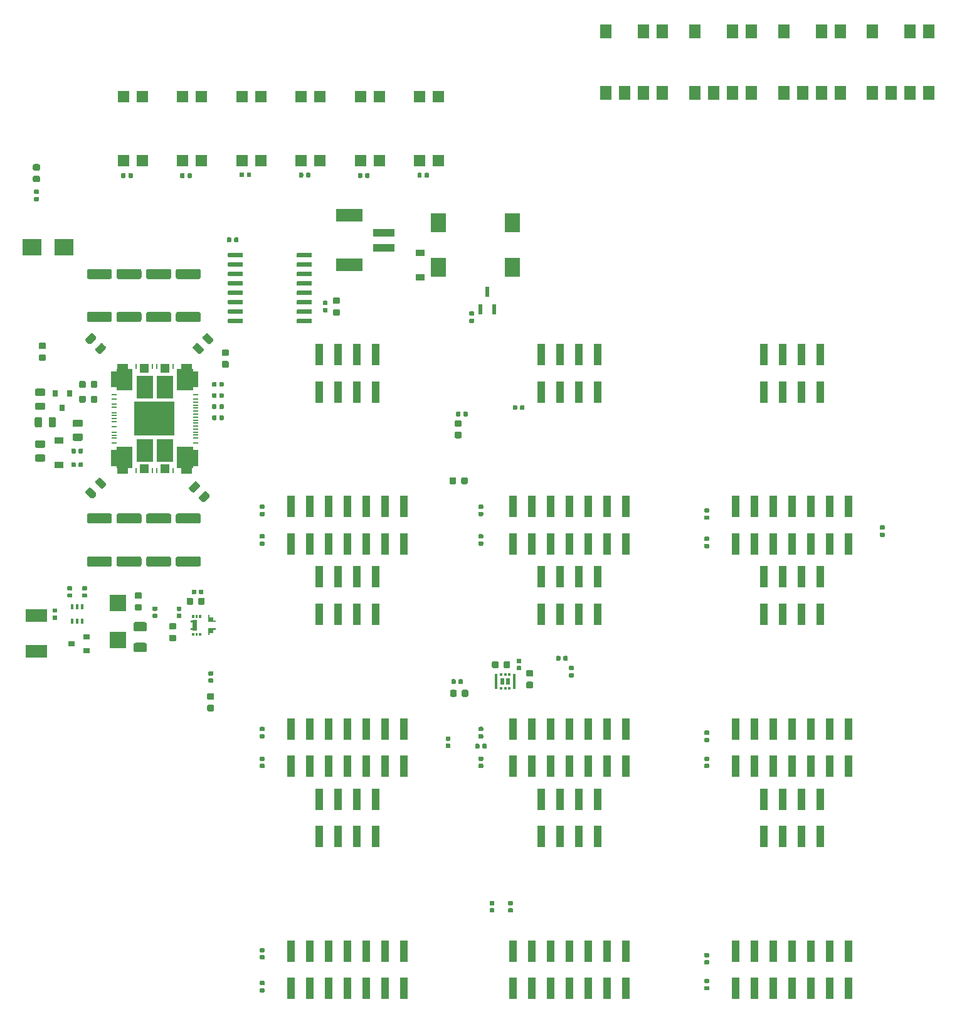
<source format=gbr>
G04 #@! TF.GenerationSoftware,KiCad,Pcbnew,5.1.5-52549c5~86~ubuntu16.04.1*
G04 #@! TF.CreationDate,2020-07-05T11:22:45-05:00*
G04 #@! TF.ProjectId,keep_breathing_ctrl,6b656570-5f62-4726-9561-7468696e675f,rev?*
G04 #@! TF.SameCoordinates,Original*
G04 #@! TF.FileFunction,Paste,Top*
G04 #@! TF.FilePolarity,Positive*
%FSLAX46Y46*%
G04 Gerber Fmt 4.6, Leading zero omitted, Abs format (unit mm)*
G04 Created by KiCad (PCBNEW 5.1.5-52549c5~86~ubuntu16.04.1) date 2020-07-05 11:22:45*
%MOMM*%
%LPD*%
G04 APERTURE LIST*
%ADD10C,0.010000*%
%ADD11C,0.100000*%
%ADD12R,0.800000X0.200000*%
%ADD13R,0.200000X0.800000*%
%ADD14R,1.160000X1.200000*%
%ADD15R,2.300000X3.010000*%
%ADD16R,5.500000X4.680000*%
%ADD17R,0.550800X1.336200*%
%ADD18R,2.000000X2.500000*%
%ADD19R,1.000000X3.000000*%
%ADD20R,2.300000X2.200000*%
%ADD21R,0.300000X0.325000*%
%ADD22R,0.500000X0.850000*%
%ADD23R,0.350000X2.050000*%
%ADD24R,3.000000X1.700000*%
%ADD25R,0.400000X0.650000*%
%ADD26R,0.900000X0.800000*%
%ADD27R,1.500000X1.900000*%
%ADD28R,1.498600X1.905000*%
%ADD29R,1.500000X1.600000*%
%ADD30R,0.800000X0.900000*%
%ADD31R,1.200000X0.900000*%
%ADD32R,2.500000X2.300000*%
%ADD33R,2.900000X1.000000*%
%ADD34R,3.600000X1.800000*%
G04 APERTURE END LIST*
D10*
G36*
X77950000Y-116947730D02*
G01*
X77950000Y-116650000D01*
X78174298Y-116650000D01*
X78174298Y-116947730D01*
X77950000Y-116947730D01*
G37*
X77950000Y-116947730D02*
X77950000Y-116650000D01*
X78174298Y-116650000D01*
X78174298Y-116947730D01*
X77950000Y-116947730D01*
G36*
X77500000Y-116948550D02*
G01*
X77500000Y-116650000D01*
X77698893Y-116650000D01*
X77698893Y-116948550D01*
X77500000Y-116948550D01*
G37*
X77500000Y-116948550D02*
X77500000Y-116650000D01*
X77698893Y-116650000D01*
X77698893Y-116948550D01*
X77500000Y-116948550D01*
G36*
X77025000Y-116947810D02*
G01*
X77025000Y-116650000D01*
X77247400Y-116650000D01*
X77247400Y-116947810D01*
X77025000Y-116947810D01*
G37*
X77025000Y-116947810D02*
X77025000Y-116650000D01*
X77247400Y-116650000D01*
X77247400Y-116947810D01*
X77025000Y-116947810D01*
G36*
X77950000Y-119351350D02*
G01*
X77950000Y-119050000D01*
X78174676Y-119050000D01*
X78174676Y-119351350D01*
X77950000Y-119351350D01*
G37*
X77950000Y-119351350D02*
X77950000Y-119050000D01*
X78174676Y-119050000D01*
X78174676Y-119351350D01*
X77950000Y-119351350D01*
G36*
X77500000Y-119351370D02*
G01*
X77500000Y-119050000D01*
X77699188Y-119050000D01*
X77699188Y-119351370D01*
X77500000Y-119351370D01*
G37*
X77500000Y-119351370D02*
X77500000Y-119050000D01*
X77699188Y-119050000D01*
X77699188Y-119351370D01*
X77500000Y-119351370D01*
G36*
X77025000Y-119353150D02*
G01*
X77025000Y-119050000D01*
X77247080Y-119050000D01*
X77247080Y-119353150D01*
X77025000Y-119353150D01*
G37*
X77025000Y-119353150D02*
X77025000Y-119050000D01*
X77247080Y-119050000D01*
X77247080Y-119353150D01*
X77025000Y-119353150D01*
D11*
G36*
X77700000Y-117300000D02*
G01*
X77700000Y-118700000D01*
X77100000Y-118700000D01*
X77100000Y-118600000D01*
X76800000Y-118600000D01*
X76800000Y-118400000D01*
X77100000Y-118400000D01*
X77100000Y-117600000D01*
X76800000Y-117600000D01*
X76800000Y-117400000D01*
X77100000Y-117400000D01*
X77100000Y-117300000D01*
X77700000Y-117300000D01*
G37*
G36*
X80200000Y-118425000D02*
G01*
X79175000Y-118425000D01*
X79175000Y-119350000D01*
X79375000Y-119350000D01*
X79375000Y-119050000D01*
X79900000Y-119050000D01*
X79900000Y-118600000D01*
X80200000Y-118600000D01*
X80200000Y-118425000D01*
G37*
G36*
X80200000Y-117575000D02*
G01*
X79175000Y-117575000D01*
X79175000Y-116650000D01*
X79375000Y-116650000D01*
X79375000Y-116950000D01*
X79900000Y-116950000D01*
X79900000Y-117400000D01*
X80200000Y-117400000D01*
X80200000Y-117575000D01*
G37*
G36*
X121346958Y-122530710D02*
G01*
X121361276Y-122532834D01*
X121375317Y-122536351D01*
X121388946Y-122541228D01*
X121402031Y-122547417D01*
X121414447Y-122554858D01*
X121426073Y-122563481D01*
X121436798Y-122573202D01*
X121446519Y-122583927D01*
X121455142Y-122595553D01*
X121462583Y-122607969D01*
X121468772Y-122621054D01*
X121473649Y-122634683D01*
X121477166Y-122648724D01*
X121479290Y-122663042D01*
X121480000Y-122677500D01*
X121480000Y-122972500D01*
X121479290Y-122986958D01*
X121477166Y-123001276D01*
X121473649Y-123015317D01*
X121468772Y-123028946D01*
X121462583Y-123042031D01*
X121455142Y-123054447D01*
X121446519Y-123066073D01*
X121436798Y-123076798D01*
X121426073Y-123086519D01*
X121414447Y-123095142D01*
X121402031Y-123102583D01*
X121388946Y-123108772D01*
X121375317Y-123113649D01*
X121361276Y-123117166D01*
X121346958Y-123119290D01*
X121332500Y-123120000D01*
X120987500Y-123120000D01*
X120973042Y-123119290D01*
X120958724Y-123117166D01*
X120944683Y-123113649D01*
X120931054Y-123108772D01*
X120917969Y-123102583D01*
X120905553Y-123095142D01*
X120893927Y-123086519D01*
X120883202Y-123076798D01*
X120873481Y-123066073D01*
X120864858Y-123054447D01*
X120857417Y-123042031D01*
X120851228Y-123028946D01*
X120846351Y-123015317D01*
X120842834Y-123001276D01*
X120840710Y-122986958D01*
X120840000Y-122972500D01*
X120840000Y-122677500D01*
X120840710Y-122663042D01*
X120842834Y-122648724D01*
X120846351Y-122634683D01*
X120851228Y-122621054D01*
X120857417Y-122607969D01*
X120864858Y-122595553D01*
X120873481Y-122583927D01*
X120883202Y-122573202D01*
X120893927Y-122563481D01*
X120905553Y-122554858D01*
X120917969Y-122547417D01*
X120931054Y-122541228D01*
X120944683Y-122536351D01*
X120958724Y-122532834D01*
X120973042Y-122530710D01*
X120987500Y-122530000D01*
X121332500Y-122530000D01*
X121346958Y-122530710D01*
G37*
G36*
X121346958Y-123500710D02*
G01*
X121361276Y-123502834D01*
X121375317Y-123506351D01*
X121388946Y-123511228D01*
X121402031Y-123517417D01*
X121414447Y-123524858D01*
X121426073Y-123533481D01*
X121436798Y-123543202D01*
X121446519Y-123553927D01*
X121455142Y-123565553D01*
X121462583Y-123577969D01*
X121468772Y-123591054D01*
X121473649Y-123604683D01*
X121477166Y-123618724D01*
X121479290Y-123633042D01*
X121480000Y-123647500D01*
X121480000Y-123942500D01*
X121479290Y-123956958D01*
X121477166Y-123971276D01*
X121473649Y-123985317D01*
X121468772Y-123998946D01*
X121462583Y-124012031D01*
X121455142Y-124024447D01*
X121446519Y-124036073D01*
X121436798Y-124046798D01*
X121426073Y-124056519D01*
X121414447Y-124065142D01*
X121402031Y-124072583D01*
X121388946Y-124078772D01*
X121375317Y-124083649D01*
X121361276Y-124087166D01*
X121346958Y-124089290D01*
X121332500Y-124090000D01*
X120987500Y-124090000D01*
X120973042Y-124089290D01*
X120958724Y-124087166D01*
X120944683Y-124083649D01*
X120931054Y-124078772D01*
X120917969Y-124072583D01*
X120905553Y-124065142D01*
X120893927Y-124056519D01*
X120883202Y-124046798D01*
X120873481Y-124036073D01*
X120864858Y-124024447D01*
X120857417Y-124012031D01*
X120851228Y-123998946D01*
X120846351Y-123985317D01*
X120842834Y-123971276D01*
X120840710Y-123956958D01*
X120840000Y-123942500D01*
X120840000Y-123647500D01*
X120840710Y-123633042D01*
X120842834Y-123618724D01*
X120846351Y-123604683D01*
X120851228Y-123591054D01*
X120857417Y-123577969D01*
X120864858Y-123565553D01*
X120873481Y-123553927D01*
X120883202Y-123543202D01*
X120893927Y-123533481D01*
X120905553Y-123524858D01*
X120917969Y-123517417D01*
X120931054Y-123511228D01*
X120944683Y-123506351D01*
X120958724Y-123502834D01*
X120973042Y-123500710D01*
X120987500Y-123500000D01*
X121332500Y-123500000D01*
X121346958Y-123500710D01*
G37*
G36*
X119747691Y-122846053D02*
G01*
X119768926Y-122849203D01*
X119789750Y-122854419D01*
X119809962Y-122861651D01*
X119829368Y-122870830D01*
X119847781Y-122881866D01*
X119865024Y-122894654D01*
X119880930Y-122909070D01*
X119895346Y-122924976D01*
X119908134Y-122942219D01*
X119919170Y-122960632D01*
X119928349Y-122980038D01*
X119935581Y-123000250D01*
X119940797Y-123021074D01*
X119943947Y-123042309D01*
X119945000Y-123063750D01*
X119945000Y-123576250D01*
X119943947Y-123597691D01*
X119940797Y-123618926D01*
X119935581Y-123639750D01*
X119928349Y-123659962D01*
X119919170Y-123679368D01*
X119908134Y-123697781D01*
X119895346Y-123715024D01*
X119880930Y-123730930D01*
X119865024Y-123745346D01*
X119847781Y-123758134D01*
X119829368Y-123769170D01*
X119809962Y-123778349D01*
X119789750Y-123785581D01*
X119768926Y-123790797D01*
X119747691Y-123793947D01*
X119726250Y-123795000D01*
X119288750Y-123795000D01*
X119267309Y-123793947D01*
X119246074Y-123790797D01*
X119225250Y-123785581D01*
X119205038Y-123778349D01*
X119185632Y-123769170D01*
X119167219Y-123758134D01*
X119149976Y-123745346D01*
X119134070Y-123730930D01*
X119119654Y-123715024D01*
X119106866Y-123697781D01*
X119095830Y-123679368D01*
X119086651Y-123659962D01*
X119079419Y-123639750D01*
X119074203Y-123618926D01*
X119071053Y-123597691D01*
X119070000Y-123576250D01*
X119070000Y-123063750D01*
X119071053Y-123042309D01*
X119074203Y-123021074D01*
X119079419Y-123000250D01*
X119086651Y-122980038D01*
X119095830Y-122960632D01*
X119106866Y-122942219D01*
X119119654Y-122924976D01*
X119134070Y-122909070D01*
X119149976Y-122894654D01*
X119167219Y-122881866D01*
X119185632Y-122870830D01*
X119205038Y-122861651D01*
X119225250Y-122854419D01*
X119246074Y-122849203D01*
X119267309Y-122846053D01*
X119288750Y-122845000D01*
X119726250Y-122845000D01*
X119747691Y-122846053D01*
G37*
G36*
X118172691Y-122846053D02*
G01*
X118193926Y-122849203D01*
X118214750Y-122854419D01*
X118234962Y-122861651D01*
X118254368Y-122870830D01*
X118272781Y-122881866D01*
X118290024Y-122894654D01*
X118305930Y-122909070D01*
X118320346Y-122924976D01*
X118333134Y-122942219D01*
X118344170Y-122960632D01*
X118353349Y-122980038D01*
X118360581Y-123000250D01*
X118365797Y-123021074D01*
X118368947Y-123042309D01*
X118370000Y-123063750D01*
X118370000Y-123576250D01*
X118368947Y-123597691D01*
X118365797Y-123618926D01*
X118360581Y-123639750D01*
X118353349Y-123659962D01*
X118344170Y-123679368D01*
X118333134Y-123697781D01*
X118320346Y-123715024D01*
X118305930Y-123730930D01*
X118290024Y-123745346D01*
X118272781Y-123758134D01*
X118254368Y-123769170D01*
X118234962Y-123778349D01*
X118214750Y-123785581D01*
X118193926Y-123790797D01*
X118172691Y-123793947D01*
X118151250Y-123795000D01*
X117713750Y-123795000D01*
X117692309Y-123793947D01*
X117671074Y-123790797D01*
X117650250Y-123785581D01*
X117630038Y-123778349D01*
X117610632Y-123769170D01*
X117592219Y-123758134D01*
X117574976Y-123745346D01*
X117559070Y-123730930D01*
X117544654Y-123715024D01*
X117531866Y-123697781D01*
X117520830Y-123679368D01*
X117511651Y-123659962D01*
X117504419Y-123639750D01*
X117499203Y-123618926D01*
X117496053Y-123597691D01*
X117495000Y-123576250D01*
X117495000Y-123063750D01*
X117496053Y-123042309D01*
X117499203Y-123021074D01*
X117504419Y-123000250D01*
X117511651Y-122980038D01*
X117520830Y-122960632D01*
X117531866Y-122942219D01*
X117544654Y-122924976D01*
X117559070Y-122909070D01*
X117574976Y-122894654D01*
X117592219Y-122881866D01*
X117610632Y-122870830D01*
X117630038Y-122861651D01*
X117650250Y-122854419D01*
X117671074Y-122849203D01*
X117692309Y-122846053D01*
X117713750Y-122845000D01*
X118151250Y-122845000D01*
X118172691Y-122846053D01*
G37*
G36*
X76836958Y-57020710D02*
G01*
X76851276Y-57022834D01*
X76865317Y-57026351D01*
X76878946Y-57031228D01*
X76892031Y-57037417D01*
X76904447Y-57044858D01*
X76916073Y-57053481D01*
X76926798Y-57063202D01*
X76936519Y-57073927D01*
X76945142Y-57085553D01*
X76952583Y-57097969D01*
X76958772Y-57111054D01*
X76963649Y-57124683D01*
X76967166Y-57138724D01*
X76969290Y-57153042D01*
X76970000Y-57167500D01*
X76970000Y-57512500D01*
X76969290Y-57526958D01*
X76967166Y-57541276D01*
X76963649Y-57555317D01*
X76958772Y-57568946D01*
X76952583Y-57582031D01*
X76945142Y-57594447D01*
X76936519Y-57606073D01*
X76926798Y-57616798D01*
X76916073Y-57626519D01*
X76904447Y-57635142D01*
X76892031Y-57642583D01*
X76878946Y-57648772D01*
X76865317Y-57653649D01*
X76851276Y-57657166D01*
X76836958Y-57659290D01*
X76822500Y-57660000D01*
X76527500Y-57660000D01*
X76513042Y-57659290D01*
X76498724Y-57657166D01*
X76484683Y-57653649D01*
X76471054Y-57648772D01*
X76457969Y-57642583D01*
X76445553Y-57635142D01*
X76433927Y-57626519D01*
X76423202Y-57616798D01*
X76413481Y-57606073D01*
X76404858Y-57594447D01*
X76397417Y-57582031D01*
X76391228Y-57568946D01*
X76386351Y-57555317D01*
X76382834Y-57541276D01*
X76380710Y-57526958D01*
X76380000Y-57512500D01*
X76380000Y-57167500D01*
X76380710Y-57153042D01*
X76382834Y-57138724D01*
X76386351Y-57124683D01*
X76391228Y-57111054D01*
X76397417Y-57097969D01*
X76404858Y-57085553D01*
X76413481Y-57073927D01*
X76423202Y-57063202D01*
X76433927Y-57053481D01*
X76445553Y-57044858D01*
X76457969Y-57037417D01*
X76471054Y-57031228D01*
X76484683Y-57026351D01*
X76498724Y-57022834D01*
X76513042Y-57020710D01*
X76527500Y-57020000D01*
X76822500Y-57020000D01*
X76836958Y-57020710D01*
G37*
G36*
X75866958Y-57020710D02*
G01*
X75881276Y-57022834D01*
X75895317Y-57026351D01*
X75908946Y-57031228D01*
X75922031Y-57037417D01*
X75934447Y-57044858D01*
X75946073Y-57053481D01*
X75956798Y-57063202D01*
X75966519Y-57073927D01*
X75975142Y-57085553D01*
X75982583Y-57097969D01*
X75988772Y-57111054D01*
X75993649Y-57124683D01*
X75997166Y-57138724D01*
X75999290Y-57153042D01*
X76000000Y-57167500D01*
X76000000Y-57512500D01*
X75999290Y-57526958D01*
X75997166Y-57541276D01*
X75993649Y-57555317D01*
X75988772Y-57568946D01*
X75982583Y-57582031D01*
X75975142Y-57594447D01*
X75966519Y-57606073D01*
X75956798Y-57616798D01*
X75946073Y-57626519D01*
X75934447Y-57635142D01*
X75922031Y-57642583D01*
X75908946Y-57648772D01*
X75895317Y-57653649D01*
X75881276Y-57657166D01*
X75866958Y-57659290D01*
X75852500Y-57660000D01*
X75557500Y-57660000D01*
X75543042Y-57659290D01*
X75528724Y-57657166D01*
X75514683Y-57653649D01*
X75501054Y-57648772D01*
X75487969Y-57642583D01*
X75475553Y-57635142D01*
X75463927Y-57626519D01*
X75453202Y-57616798D01*
X75443481Y-57606073D01*
X75434858Y-57594447D01*
X75427417Y-57582031D01*
X75421228Y-57568946D01*
X75416351Y-57555317D01*
X75412834Y-57541276D01*
X75410710Y-57526958D01*
X75410000Y-57512500D01*
X75410000Y-57167500D01*
X75410710Y-57153042D01*
X75412834Y-57138724D01*
X75416351Y-57124683D01*
X75421228Y-57111054D01*
X75427417Y-57097969D01*
X75434858Y-57085553D01*
X75443481Y-57073927D01*
X75453202Y-57063202D01*
X75463927Y-57053481D01*
X75475553Y-57044858D01*
X75487969Y-57037417D01*
X75501054Y-57031228D01*
X75514683Y-57026351D01*
X75528724Y-57022834D01*
X75543042Y-57020710D01*
X75557500Y-57020000D01*
X75852500Y-57020000D01*
X75866958Y-57020710D01*
G37*
G36*
X68866958Y-57010710D02*
G01*
X68881276Y-57012834D01*
X68895317Y-57016351D01*
X68908946Y-57021228D01*
X68922031Y-57027417D01*
X68934447Y-57034858D01*
X68946073Y-57043481D01*
X68956798Y-57053202D01*
X68966519Y-57063927D01*
X68975142Y-57075553D01*
X68982583Y-57087969D01*
X68988772Y-57101054D01*
X68993649Y-57114683D01*
X68997166Y-57128724D01*
X68999290Y-57143042D01*
X69000000Y-57157500D01*
X69000000Y-57502500D01*
X68999290Y-57516958D01*
X68997166Y-57531276D01*
X68993649Y-57545317D01*
X68988772Y-57558946D01*
X68982583Y-57572031D01*
X68975142Y-57584447D01*
X68966519Y-57596073D01*
X68956798Y-57606798D01*
X68946073Y-57616519D01*
X68934447Y-57625142D01*
X68922031Y-57632583D01*
X68908946Y-57638772D01*
X68895317Y-57643649D01*
X68881276Y-57647166D01*
X68866958Y-57649290D01*
X68852500Y-57650000D01*
X68557500Y-57650000D01*
X68543042Y-57649290D01*
X68528724Y-57647166D01*
X68514683Y-57643649D01*
X68501054Y-57638772D01*
X68487969Y-57632583D01*
X68475553Y-57625142D01*
X68463927Y-57616519D01*
X68453202Y-57606798D01*
X68443481Y-57596073D01*
X68434858Y-57584447D01*
X68427417Y-57572031D01*
X68421228Y-57558946D01*
X68416351Y-57545317D01*
X68412834Y-57531276D01*
X68410710Y-57516958D01*
X68410000Y-57502500D01*
X68410000Y-57157500D01*
X68410710Y-57143042D01*
X68412834Y-57128724D01*
X68416351Y-57114683D01*
X68421228Y-57101054D01*
X68427417Y-57087969D01*
X68434858Y-57075553D01*
X68443481Y-57063927D01*
X68453202Y-57053202D01*
X68463927Y-57043481D01*
X68475553Y-57034858D01*
X68487969Y-57027417D01*
X68501054Y-57021228D01*
X68514683Y-57016351D01*
X68528724Y-57012834D01*
X68543042Y-57010710D01*
X68557500Y-57010000D01*
X68852500Y-57010000D01*
X68866958Y-57010710D01*
G37*
G36*
X67896958Y-57010710D02*
G01*
X67911276Y-57012834D01*
X67925317Y-57016351D01*
X67938946Y-57021228D01*
X67952031Y-57027417D01*
X67964447Y-57034858D01*
X67976073Y-57043481D01*
X67986798Y-57053202D01*
X67996519Y-57063927D01*
X68005142Y-57075553D01*
X68012583Y-57087969D01*
X68018772Y-57101054D01*
X68023649Y-57114683D01*
X68027166Y-57128724D01*
X68029290Y-57143042D01*
X68030000Y-57157500D01*
X68030000Y-57502500D01*
X68029290Y-57516958D01*
X68027166Y-57531276D01*
X68023649Y-57545317D01*
X68018772Y-57558946D01*
X68012583Y-57572031D01*
X68005142Y-57584447D01*
X67996519Y-57596073D01*
X67986798Y-57606798D01*
X67976073Y-57616519D01*
X67964447Y-57625142D01*
X67952031Y-57632583D01*
X67938946Y-57638772D01*
X67925317Y-57643649D01*
X67911276Y-57647166D01*
X67896958Y-57649290D01*
X67882500Y-57650000D01*
X67587500Y-57650000D01*
X67573042Y-57649290D01*
X67558724Y-57647166D01*
X67544683Y-57643649D01*
X67531054Y-57638772D01*
X67517969Y-57632583D01*
X67505553Y-57625142D01*
X67493927Y-57616519D01*
X67483202Y-57606798D01*
X67473481Y-57596073D01*
X67464858Y-57584447D01*
X67457417Y-57572031D01*
X67451228Y-57558946D01*
X67446351Y-57545317D01*
X67442834Y-57531276D01*
X67440710Y-57516958D01*
X67440000Y-57502500D01*
X67440000Y-57157500D01*
X67440710Y-57143042D01*
X67442834Y-57128724D01*
X67446351Y-57114683D01*
X67451228Y-57101054D01*
X67457417Y-57087969D01*
X67464858Y-57075553D01*
X67473481Y-57063927D01*
X67483202Y-57053202D01*
X67493927Y-57043481D01*
X67505553Y-57034858D01*
X67517969Y-57027417D01*
X67531054Y-57021228D01*
X67544683Y-57016351D01*
X67558724Y-57012834D01*
X67573042Y-57010710D01*
X67587500Y-57010000D01*
X67882500Y-57010000D01*
X67896958Y-57010710D01*
G37*
G36*
X84856958Y-56880710D02*
G01*
X84871276Y-56882834D01*
X84885317Y-56886351D01*
X84898946Y-56891228D01*
X84912031Y-56897417D01*
X84924447Y-56904858D01*
X84936073Y-56913481D01*
X84946798Y-56923202D01*
X84956519Y-56933927D01*
X84965142Y-56945553D01*
X84972583Y-56957969D01*
X84978772Y-56971054D01*
X84983649Y-56984683D01*
X84987166Y-56998724D01*
X84989290Y-57013042D01*
X84990000Y-57027500D01*
X84990000Y-57372500D01*
X84989290Y-57386958D01*
X84987166Y-57401276D01*
X84983649Y-57415317D01*
X84978772Y-57428946D01*
X84972583Y-57442031D01*
X84965142Y-57454447D01*
X84956519Y-57466073D01*
X84946798Y-57476798D01*
X84936073Y-57486519D01*
X84924447Y-57495142D01*
X84912031Y-57502583D01*
X84898946Y-57508772D01*
X84885317Y-57513649D01*
X84871276Y-57517166D01*
X84856958Y-57519290D01*
X84842500Y-57520000D01*
X84547500Y-57520000D01*
X84533042Y-57519290D01*
X84518724Y-57517166D01*
X84504683Y-57513649D01*
X84491054Y-57508772D01*
X84477969Y-57502583D01*
X84465553Y-57495142D01*
X84453927Y-57486519D01*
X84443202Y-57476798D01*
X84433481Y-57466073D01*
X84424858Y-57454447D01*
X84417417Y-57442031D01*
X84411228Y-57428946D01*
X84406351Y-57415317D01*
X84402834Y-57401276D01*
X84400710Y-57386958D01*
X84400000Y-57372500D01*
X84400000Y-57027500D01*
X84400710Y-57013042D01*
X84402834Y-56998724D01*
X84406351Y-56984683D01*
X84411228Y-56971054D01*
X84417417Y-56957969D01*
X84424858Y-56945553D01*
X84433481Y-56933927D01*
X84443202Y-56923202D01*
X84453927Y-56913481D01*
X84465553Y-56904858D01*
X84477969Y-56897417D01*
X84491054Y-56891228D01*
X84504683Y-56886351D01*
X84518724Y-56882834D01*
X84533042Y-56880710D01*
X84547500Y-56880000D01*
X84842500Y-56880000D01*
X84856958Y-56880710D01*
G37*
G36*
X83886958Y-56880710D02*
G01*
X83901276Y-56882834D01*
X83915317Y-56886351D01*
X83928946Y-56891228D01*
X83942031Y-56897417D01*
X83954447Y-56904858D01*
X83966073Y-56913481D01*
X83976798Y-56923202D01*
X83986519Y-56933927D01*
X83995142Y-56945553D01*
X84002583Y-56957969D01*
X84008772Y-56971054D01*
X84013649Y-56984683D01*
X84017166Y-56998724D01*
X84019290Y-57013042D01*
X84020000Y-57027500D01*
X84020000Y-57372500D01*
X84019290Y-57386958D01*
X84017166Y-57401276D01*
X84013649Y-57415317D01*
X84008772Y-57428946D01*
X84002583Y-57442031D01*
X83995142Y-57454447D01*
X83986519Y-57466073D01*
X83976798Y-57476798D01*
X83966073Y-57486519D01*
X83954447Y-57495142D01*
X83942031Y-57502583D01*
X83928946Y-57508772D01*
X83915317Y-57513649D01*
X83901276Y-57517166D01*
X83886958Y-57519290D01*
X83872500Y-57520000D01*
X83577500Y-57520000D01*
X83563042Y-57519290D01*
X83548724Y-57517166D01*
X83534683Y-57513649D01*
X83521054Y-57508772D01*
X83507969Y-57502583D01*
X83495553Y-57495142D01*
X83483927Y-57486519D01*
X83473202Y-57476798D01*
X83463481Y-57466073D01*
X83454858Y-57454447D01*
X83447417Y-57442031D01*
X83441228Y-57428946D01*
X83436351Y-57415317D01*
X83432834Y-57401276D01*
X83430710Y-57386958D01*
X83430000Y-57372500D01*
X83430000Y-57027500D01*
X83430710Y-57013042D01*
X83432834Y-56998724D01*
X83436351Y-56984683D01*
X83441228Y-56971054D01*
X83447417Y-56957969D01*
X83454858Y-56945553D01*
X83463481Y-56933927D01*
X83473202Y-56923202D01*
X83483927Y-56913481D01*
X83495553Y-56904858D01*
X83507969Y-56897417D01*
X83521054Y-56891228D01*
X83534683Y-56886351D01*
X83548724Y-56882834D01*
X83563042Y-56880710D01*
X83577500Y-56880000D01*
X83872500Y-56880000D01*
X83886958Y-56880710D01*
G37*
G36*
X100836958Y-57000710D02*
G01*
X100851276Y-57002834D01*
X100865317Y-57006351D01*
X100878946Y-57011228D01*
X100892031Y-57017417D01*
X100904447Y-57024858D01*
X100916073Y-57033481D01*
X100926798Y-57043202D01*
X100936519Y-57053927D01*
X100945142Y-57065553D01*
X100952583Y-57077969D01*
X100958772Y-57091054D01*
X100963649Y-57104683D01*
X100967166Y-57118724D01*
X100969290Y-57133042D01*
X100970000Y-57147500D01*
X100970000Y-57492500D01*
X100969290Y-57506958D01*
X100967166Y-57521276D01*
X100963649Y-57535317D01*
X100958772Y-57548946D01*
X100952583Y-57562031D01*
X100945142Y-57574447D01*
X100936519Y-57586073D01*
X100926798Y-57596798D01*
X100916073Y-57606519D01*
X100904447Y-57615142D01*
X100892031Y-57622583D01*
X100878946Y-57628772D01*
X100865317Y-57633649D01*
X100851276Y-57637166D01*
X100836958Y-57639290D01*
X100822500Y-57640000D01*
X100527500Y-57640000D01*
X100513042Y-57639290D01*
X100498724Y-57637166D01*
X100484683Y-57633649D01*
X100471054Y-57628772D01*
X100457969Y-57622583D01*
X100445553Y-57615142D01*
X100433927Y-57606519D01*
X100423202Y-57596798D01*
X100413481Y-57586073D01*
X100404858Y-57574447D01*
X100397417Y-57562031D01*
X100391228Y-57548946D01*
X100386351Y-57535317D01*
X100382834Y-57521276D01*
X100380710Y-57506958D01*
X100380000Y-57492500D01*
X100380000Y-57147500D01*
X100380710Y-57133042D01*
X100382834Y-57118724D01*
X100386351Y-57104683D01*
X100391228Y-57091054D01*
X100397417Y-57077969D01*
X100404858Y-57065553D01*
X100413481Y-57053927D01*
X100423202Y-57043202D01*
X100433927Y-57033481D01*
X100445553Y-57024858D01*
X100457969Y-57017417D01*
X100471054Y-57011228D01*
X100484683Y-57006351D01*
X100498724Y-57002834D01*
X100513042Y-57000710D01*
X100527500Y-57000000D01*
X100822500Y-57000000D01*
X100836958Y-57000710D01*
G37*
G36*
X99866958Y-57000710D02*
G01*
X99881276Y-57002834D01*
X99895317Y-57006351D01*
X99908946Y-57011228D01*
X99922031Y-57017417D01*
X99934447Y-57024858D01*
X99946073Y-57033481D01*
X99956798Y-57043202D01*
X99966519Y-57053927D01*
X99975142Y-57065553D01*
X99982583Y-57077969D01*
X99988772Y-57091054D01*
X99993649Y-57104683D01*
X99997166Y-57118724D01*
X99999290Y-57133042D01*
X100000000Y-57147500D01*
X100000000Y-57492500D01*
X99999290Y-57506958D01*
X99997166Y-57521276D01*
X99993649Y-57535317D01*
X99988772Y-57548946D01*
X99982583Y-57562031D01*
X99975142Y-57574447D01*
X99966519Y-57586073D01*
X99956798Y-57596798D01*
X99946073Y-57606519D01*
X99934447Y-57615142D01*
X99922031Y-57622583D01*
X99908946Y-57628772D01*
X99895317Y-57633649D01*
X99881276Y-57637166D01*
X99866958Y-57639290D01*
X99852500Y-57640000D01*
X99557500Y-57640000D01*
X99543042Y-57639290D01*
X99528724Y-57637166D01*
X99514683Y-57633649D01*
X99501054Y-57628772D01*
X99487969Y-57622583D01*
X99475553Y-57615142D01*
X99463927Y-57606519D01*
X99453202Y-57596798D01*
X99443481Y-57586073D01*
X99434858Y-57574447D01*
X99427417Y-57562031D01*
X99421228Y-57548946D01*
X99416351Y-57535317D01*
X99412834Y-57521276D01*
X99410710Y-57506958D01*
X99410000Y-57492500D01*
X99410000Y-57147500D01*
X99410710Y-57133042D01*
X99412834Y-57118724D01*
X99416351Y-57104683D01*
X99421228Y-57091054D01*
X99427417Y-57077969D01*
X99434858Y-57065553D01*
X99443481Y-57053927D01*
X99453202Y-57043202D01*
X99463927Y-57033481D01*
X99475553Y-57024858D01*
X99487969Y-57017417D01*
X99501054Y-57011228D01*
X99514683Y-57006351D01*
X99528724Y-57002834D01*
X99543042Y-57000710D01*
X99557500Y-57000000D01*
X99852500Y-57000000D01*
X99866958Y-57000710D01*
G37*
G36*
X108856958Y-56960710D02*
G01*
X108871276Y-56962834D01*
X108885317Y-56966351D01*
X108898946Y-56971228D01*
X108912031Y-56977417D01*
X108924447Y-56984858D01*
X108936073Y-56993481D01*
X108946798Y-57003202D01*
X108956519Y-57013927D01*
X108965142Y-57025553D01*
X108972583Y-57037969D01*
X108978772Y-57051054D01*
X108983649Y-57064683D01*
X108987166Y-57078724D01*
X108989290Y-57093042D01*
X108990000Y-57107500D01*
X108990000Y-57452500D01*
X108989290Y-57466958D01*
X108987166Y-57481276D01*
X108983649Y-57495317D01*
X108978772Y-57508946D01*
X108972583Y-57522031D01*
X108965142Y-57534447D01*
X108956519Y-57546073D01*
X108946798Y-57556798D01*
X108936073Y-57566519D01*
X108924447Y-57575142D01*
X108912031Y-57582583D01*
X108898946Y-57588772D01*
X108885317Y-57593649D01*
X108871276Y-57597166D01*
X108856958Y-57599290D01*
X108842500Y-57600000D01*
X108547500Y-57600000D01*
X108533042Y-57599290D01*
X108518724Y-57597166D01*
X108504683Y-57593649D01*
X108491054Y-57588772D01*
X108477969Y-57582583D01*
X108465553Y-57575142D01*
X108453927Y-57566519D01*
X108443202Y-57556798D01*
X108433481Y-57546073D01*
X108424858Y-57534447D01*
X108417417Y-57522031D01*
X108411228Y-57508946D01*
X108406351Y-57495317D01*
X108402834Y-57481276D01*
X108400710Y-57466958D01*
X108400000Y-57452500D01*
X108400000Y-57107500D01*
X108400710Y-57093042D01*
X108402834Y-57078724D01*
X108406351Y-57064683D01*
X108411228Y-57051054D01*
X108417417Y-57037969D01*
X108424858Y-57025553D01*
X108433481Y-57013927D01*
X108443202Y-57003202D01*
X108453927Y-56993481D01*
X108465553Y-56984858D01*
X108477969Y-56977417D01*
X108491054Y-56971228D01*
X108504683Y-56966351D01*
X108518724Y-56962834D01*
X108533042Y-56960710D01*
X108547500Y-56960000D01*
X108842500Y-56960000D01*
X108856958Y-56960710D01*
G37*
G36*
X107886958Y-56960710D02*
G01*
X107901276Y-56962834D01*
X107915317Y-56966351D01*
X107928946Y-56971228D01*
X107942031Y-56977417D01*
X107954447Y-56984858D01*
X107966073Y-56993481D01*
X107976798Y-57003202D01*
X107986519Y-57013927D01*
X107995142Y-57025553D01*
X108002583Y-57037969D01*
X108008772Y-57051054D01*
X108013649Y-57064683D01*
X108017166Y-57078724D01*
X108019290Y-57093042D01*
X108020000Y-57107500D01*
X108020000Y-57452500D01*
X108019290Y-57466958D01*
X108017166Y-57481276D01*
X108013649Y-57495317D01*
X108008772Y-57508946D01*
X108002583Y-57522031D01*
X107995142Y-57534447D01*
X107986519Y-57546073D01*
X107976798Y-57556798D01*
X107966073Y-57566519D01*
X107954447Y-57575142D01*
X107942031Y-57582583D01*
X107928946Y-57588772D01*
X107915317Y-57593649D01*
X107901276Y-57597166D01*
X107886958Y-57599290D01*
X107872500Y-57600000D01*
X107577500Y-57600000D01*
X107563042Y-57599290D01*
X107548724Y-57597166D01*
X107534683Y-57593649D01*
X107521054Y-57588772D01*
X107507969Y-57582583D01*
X107495553Y-57575142D01*
X107483927Y-57566519D01*
X107473202Y-57556798D01*
X107463481Y-57546073D01*
X107454858Y-57534447D01*
X107447417Y-57522031D01*
X107441228Y-57508946D01*
X107436351Y-57495317D01*
X107432834Y-57481276D01*
X107430710Y-57466958D01*
X107430000Y-57452500D01*
X107430000Y-57107500D01*
X107430710Y-57093042D01*
X107432834Y-57078724D01*
X107436351Y-57064683D01*
X107441228Y-57051054D01*
X107447417Y-57037969D01*
X107454858Y-57025553D01*
X107463481Y-57013927D01*
X107473202Y-57003202D01*
X107483927Y-56993481D01*
X107495553Y-56984858D01*
X107507969Y-56977417D01*
X107521054Y-56971228D01*
X107534683Y-56966351D01*
X107548724Y-56962834D01*
X107563042Y-56960710D01*
X107577500Y-56960000D01*
X107872500Y-56960000D01*
X107886958Y-56960710D01*
G37*
G36*
X92856958Y-56940710D02*
G01*
X92871276Y-56942834D01*
X92885317Y-56946351D01*
X92898946Y-56951228D01*
X92912031Y-56957417D01*
X92924447Y-56964858D01*
X92936073Y-56973481D01*
X92946798Y-56983202D01*
X92956519Y-56993927D01*
X92965142Y-57005553D01*
X92972583Y-57017969D01*
X92978772Y-57031054D01*
X92983649Y-57044683D01*
X92987166Y-57058724D01*
X92989290Y-57073042D01*
X92990000Y-57087500D01*
X92990000Y-57432500D01*
X92989290Y-57446958D01*
X92987166Y-57461276D01*
X92983649Y-57475317D01*
X92978772Y-57488946D01*
X92972583Y-57502031D01*
X92965142Y-57514447D01*
X92956519Y-57526073D01*
X92946798Y-57536798D01*
X92936073Y-57546519D01*
X92924447Y-57555142D01*
X92912031Y-57562583D01*
X92898946Y-57568772D01*
X92885317Y-57573649D01*
X92871276Y-57577166D01*
X92856958Y-57579290D01*
X92842500Y-57580000D01*
X92547500Y-57580000D01*
X92533042Y-57579290D01*
X92518724Y-57577166D01*
X92504683Y-57573649D01*
X92491054Y-57568772D01*
X92477969Y-57562583D01*
X92465553Y-57555142D01*
X92453927Y-57546519D01*
X92443202Y-57536798D01*
X92433481Y-57526073D01*
X92424858Y-57514447D01*
X92417417Y-57502031D01*
X92411228Y-57488946D01*
X92406351Y-57475317D01*
X92402834Y-57461276D01*
X92400710Y-57446958D01*
X92400000Y-57432500D01*
X92400000Y-57087500D01*
X92400710Y-57073042D01*
X92402834Y-57058724D01*
X92406351Y-57044683D01*
X92411228Y-57031054D01*
X92417417Y-57017969D01*
X92424858Y-57005553D01*
X92433481Y-56993927D01*
X92443202Y-56983202D01*
X92453927Y-56973481D01*
X92465553Y-56964858D01*
X92477969Y-56957417D01*
X92491054Y-56951228D01*
X92504683Y-56946351D01*
X92518724Y-56942834D01*
X92533042Y-56940710D01*
X92547500Y-56940000D01*
X92842500Y-56940000D01*
X92856958Y-56940710D01*
G37*
G36*
X91886958Y-56940710D02*
G01*
X91901276Y-56942834D01*
X91915317Y-56946351D01*
X91928946Y-56951228D01*
X91942031Y-56957417D01*
X91954447Y-56964858D01*
X91966073Y-56973481D01*
X91976798Y-56983202D01*
X91986519Y-56993927D01*
X91995142Y-57005553D01*
X92002583Y-57017969D01*
X92008772Y-57031054D01*
X92013649Y-57044683D01*
X92017166Y-57058724D01*
X92019290Y-57073042D01*
X92020000Y-57087500D01*
X92020000Y-57432500D01*
X92019290Y-57446958D01*
X92017166Y-57461276D01*
X92013649Y-57475317D01*
X92008772Y-57488946D01*
X92002583Y-57502031D01*
X91995142Y-57514447D01*
X91986519Y-57526073D01*
X91976798Y-57536798D01*
X91966073Y-57546519D01*
X91954447Y-57555142D01*
X91942031Y-57562583D01*
X91928946Y-57568772D01*
X91915317Y-57573649D01*
X91901276Y-57577166D01*
X91886958Y-57579290D01*
X91872500Y-57580000D01*
X91577500Y-57580000D01*
X91563042Y-57579290D01*
X91548724Y-57577166D01*
X91534683Y-57573649D01*
X91521054Y-57568772D01*
X91507969Y-57562583D01*
X91495553Y-57555142D01*
X91483927Y-57546519D01*
X91473202Y-57536798D01*
X91463481Y-57526073D01*
X91454858Y-57514447D01*
X91447417Y-57502031D01*
X91441228Y-57488946D01*
X91436351Y-57475317D01*
X91432834Y-57461276D01*
X91430710Y-57446958D01*
X91430000Y-57432500D01*
X91430000Y-57087500D01*
X91430710Y-57073042D01*
X91432834Y-57058724D01*
X91436351Y-57044683D01*
X91441228Y-57031054D01*
X91447417Y-57017969D01*
X91454858Y-57005553D01*
X91463481Y-56993927D01*
X91473202Y-56983202D01*
X91483927Y-56973481D01*
X91495553Y-56964858D01*
X91507969Y-56957417D01*
X91521054Y-56951228D01*
X91534683Y-56946351D01*
X91548724Y-56942834D01*
X91563042Y-56940710D01*
X91577500Y-56940000D01*
X91872500Y-56940000D01*
X91886958Y-56940710D01*
G37*
G36*
X75556000Y-96799000D02*
G01*
X74996000Y-96799000D01*
X74996000Y-93949000D01*
X77136000Y-93949000D01*
X77136000Y-94349000D01*
X77866000Y-94349000D01*
X77866000Y-96519000D01*
X77136000Y-96519000D01*
X77136000Y-96799000D01*
X76996000Y-96799000D01*
X76996000Y-97519000D01*
X75556000Y-97519000D01*
X75556000Y-96799000D01*
G37*
G36*
X66956000Y-96799000D02*
G01*
X66816000Y-96799000D01*
X66816000Y-96519000D01*
X66086000Y-96519000D01*
X66086000Y-94349000D01*
X66816000Y-94349000D01*
X66816000Y-93949000D01*
X68956000Y-93949000D01*
X68956000Y-96799000D01*
X68396000Y-96799000D01*
X68396000Y-97519000D01*
X66956000Y-97519000D01*
X66956000Y-96799000D01*
G37*
G36*
X66816000Y-85889000D02*
G01*
X66086000Y-85889000D01*
X66086000Y-83719000D01*
X66816000Y-83719000D01*
X66816000Y-83439000D01*
X66956000Y-83439000D01*
X66956000Y-82719000D01*
X68396000Y-82719000D01*
X68396000Y-83439000D01*
X68956000Y-83439000D01*
X68956000Y-86289000D01*
X66816000Y-86289000D01*
X66816000Y-85889000D01*
G37*
G36*
X74996000Y-83439000D02*
G01*
X75556000Y-83439000D01*
X75556000Y-82719000D01*
X76996000Y-82719000D01*
X76996000Y-83439000D01*
X77136000Y-83439000D01*
X77136000Y-83719000D01*
X77866000Y-83719000D01*
X77866000Y-85889000D01*
X77136000Y-85889000D01*
X77136000Y-86289000D01*
X74996000Y-86289000D01*
X74996000Y-83439000D01*
G37*
D12*
X66476000Y-93369000D03*
X66476000Y-92769000D03*
X66476000Y-92369000D03*
X66476000Y-91969000D03*
X66476000Y-91239000D03*
X66476000Y-90519000D03*
X66476000Y-86869000D03*
X66476000Y-87469000D03*
X66476000Y-88199000D03*
X66476000Y-88599000D03*
X66476000Y-89319000D03*
X66476000Y-90119000D03*
X66476000Y-89719000D03*
X77476000Y-93369000D03*
X77476000Y-92769000D03*
X77476000Y-92329000D03*
X77476000Y-91929000D03*
X77476000Y-91529000D03*
X77476000Y-91129000D03*
X77476000Y-90729000D03*
X77476000Y-90329000D03*
X77476000Y-86869000D03*
X77476000Y-87469000D03*
X77476000Y-87909000D03*
X77476000Y-88309000D03*
X77476000Y-88709000D03*
X77476000Y-89109000D03*
X77476000Y-89509000D03*
X77476000Y-89909000D03*
D13*
X74486000Y-97119000D03*
X69466000Y-97119000D03*
X71666000Y-97119000D03*
X72286000Y-97119000D03*
X74486000Y-83119000D03*
X69466000Y-83119000D03*
X71666000Y-83119000D03*
X72286000Y-83119000D03*
D14*
X70566000Y-83319000D03*
X73386000Y-83319000D03*
X70566000Y-96919000D03*
X73386000Y-96919000D03*
D15*
X70606000Y-85854000D03*
X73346000Y-85854000D03*
X70606000Y-94384000D03*
X73346000Y-94384000D03*
D16*
X71896000Y-90119000D03*
D17*
X115939999Y-75357498D03*
X117840001Y-75357498D03*
X116890000Y-72982500D03*
D18*
X120270000Y-69690000D03*
X120270000Y-63690000D03*
X110270000Y-63690000D03*
X110270000Y-69690000D03*
D11*
G36*
X115686958Y-134000710D02*
G01*
X115701276Y-134002834D01*
X115715317Y-134006351D01*
X115728946Y-134011228D01*
X115742031Y-134017417D01*
X115754447Y-134024858D01*
X115766073Y-134033481D01*
X115776798Y-134043202D01*
X115786519Y-134053927D01*
X115795142Y-134065553D01*
X115802583Y-134077969D01*
X115808772Y-134091054D01*
X115813649Y-134104683D01*
X115817166Y-134118724D01*
X115819290Y-134133042D01*
X115820000Y-134147500D01*
X115820000Y-134492500D01*
X115819290Y-134506958D01*
X115817166Y-134521276D01*
X115813649Y-134535317D01*
X115808772Y-134548946D01*
X115802583Y-134562031D01*
X115795142Y-134574447D01*
X115786519Y-134586073D01*
X115776798Y-134596798D01*
X115766073Y-134606519D01*
X115754447Y-134615142D01*
X115742031Y-134622583D01*
X115728946Y-134628772D01*
X115715317Y-134633649D01*
X115701276Y-134637166D01*
X115686958Y-134639290D01*
X115672500Y-134640000D01*
X115377500Y-134640000D01*
X115363042Y-134639290D01*
X115348724Y-134637166D01*
X115334683Y-134633649D01*
X115321054Y-134628772D01*
X115307969Y-134622583D01*
X115295553Y-134615142D01*
X115283927Y-134606519D01*
X115273202Y-134596798D01*
X115263481Y-134586073D01*
X115254858Y-134574447D01*
X115247417Y-134562031D01*
X115241228Y-134548946D01*
X115236351Y-134535317D01*
X115232834Y-134521276D01*
X115230710Y-134506958D01*
X115230000Y-134492500D01*
X115230000Y-134147500D01*
X115230710Y-134133042D01*
X115232834Y-134118724D01*
X115236351Y-134104683D01*
X115241228Y-134091054D01*
X115247417Y-134077969D01*
X115254858Y-134065553D01*
X115263481Y-134053927D01*
X115273202Y-134043202D01*
X115283927Y-134033481D01*
X115295553Y-134024858D01*
X115307969Y-134017417D01*
X115321054Y-134011228D01*
X115334683Y-134006351D01*
X115348724Y-134002834D01*
X115363042Y-134000710D01*
X115377500Y-134000000D01*
X115672500Y-134000000D01*
X115686958Y-134000710D01*
G37*
G36*
X116656958Y-134000710D02*
G01*
X116671276Y-134002834D01*
X116685317Y-134006351D01*
X116698946Y-134011228D01*
X116712031Y-134017417D01*
X116724447Y-134024858D01*
X116736073Y-134033481D01*
X116746798Y-134043202D01*
X116756519Y-134053927D01*
X116765142Y-134065553D01*
X116772583Y-134077969D01*
X116778772Y-134091054D01*
X116783649Y-134104683D01*
X116787166Y-134118724D01*
X116789290Y-134133042D01*
X116790000Y-134147500D01*
X116790000Y-134492500D01*
X116789290Y-134506958D01*
X116787166Y-134521276D01*
X116783649Y-134535317D01*
X116778772Y-134548946D01*
X116772583Y-134562031D01*
X116765142Y-134574447D01*
X116756519Y-134586073D01*
X116746798Y-134596798D01*
X116736073Y-134606519D01*
X116724447Y-134615142D01*
X116712031Y-134622583D01*
X116698946Y-134628772D01*
X116685317Y-134633649D01*
X116671276Y-134637166D01*
X116656958Y-134639290D01*
X116642500Y-134640000D01*
X116347500Y-134640000D01*
X116333042Y-134639290D01*
X116318724Y-134637166D01*
X116304683Y-134633649D01*
X116291054Y-134628772D01*
X116277969Y-134622583D01*
X116265553Y-134615142D01*
X116253927Y-134606519D01*
X116243202Y-134596798D01*
X116233481Y-134586073D01*
X116224858Y-134574447D01*
X116217417Y-134562031D01*
X116211228Y-134548946D01*
X116206351Y-134535317D01*
X116202834Y-134521276D01*
X116200710Y-134506958D01*
X116200000Y-134492500D01*
X116200000Y-134147500D01*
X116200710Y-134133042D01*
X116202834Y-134118724D01*
X116206351Y-134104683D01*
X116211228Y-134091054D01*
X116217417Y-134077969D01*
X116224858Y-134065553D01*
X116233481Y-134053927D01*
X116243202Y-134043202D01*
X116253927Y-134033481D01*
X116265553Y-134024858D01*
X116277969Y-134017417D01*
X116291054Y-134011228D01*
X116304683Y-134006351D01*
X116318724Y-134002834D01*
X116333042Y-134000710D01*
X116347500Y-134000000D01*
X116642500Y-134000000D01*
X116656958Y-134000710D01*
G37*
G36*
X126616958Y-122150710D02*
G01*
X126631276Y-122152834D01*
X126645317Y-122156351D01*
X126658946Y-122161228D01*
X126672031Y-122167417D01*
X126684447Y-122174858D01*
X126696073Y-122183481D01*
X126706798Y-122193202D01*
X126716519Y-122203927D01*
X126725142Y-122215553D01*
X126732583Y-122227969D01*
X126738772Y-122241054D01*
X126743649Y-122254683D01*
X126747166Y-122268724D01*
X126749290Y-122283042D01*
X126750000Y-122297500D01*
X126750000Y-122642500D01*
X126749290Y-122656958D01*
X126747166Y-122671276D01*
X126743649Y-122685317D01*
X126738772Y-122698946D01*
X126732583Y-122712031D01*
X126725142Y-122724447D01*
X126716519Y-122736073D01*
X126706798Y-122746798D01*
X126696073Y-122756519D01*
X126684447Y-122765142D01*
X126672031Y-122772583D01*
X126658946Y-122778772D01*
X126645317Y-122783649D01*
X126631276Y-122787166D01*
X126616958Y-122789290D01*
X126602500Y-122790000D01*
X126307500Y-122790000D01*
X126293042Y-122789290D01*
X126278724Y-122787166D01*
X126264683Y-122783649D01*
X126251054Y-122778772D01*
X126237969Y-122772583D01*
X126225553Y-122765142D01*
X126213927Y-122756519D01*
X126203202Y-122746798D01*
X126193481Y-122736073D01*
X126184858Y-122724447D01*
X126177417Y-122712031D01*
X126171228Y-122698946D01*
X126166351Y-122685317D01*
X126162834Y-122671276D01*
X126160710Y-122656958D01*
X126160000Y-122642500D01*
X126160000Y-122297500D01*
X126160710Y-122283042D01*
X126162834Y-122268724D01*
X126166351Y-122254683D01*
X126171228Y-122241054D01*
X126177417Y-122227969D01*
X126184858Y-122215553D01*
X126193481Y-122203927D01*
X126203202Y-122193202D01*
X126213927Y-122183481D01*
X126225553Y-122174858D01*
X126237969Y-122167417D01*
X126251054Y-122161228D01*
X126264683Y-122156351D01*
X126278724Y-122152834D01*
X126293042Y-122150710D01*
X126307500Y-122150000D01*
X126602500Y-122150000D01*
X126616958Y-122150710D01*
G37*
G36*
X127586958Y-122150710D02*
G01*
X127601276Y-122152834D01*
X127615317Y-122156351D01*
X127628946Y-122161228D01*
X127642031Y-122167417D01*
X127654447Y-122174858D01*
X127666073Y-122183481D01*
X127676798Y-122193202D01*
X127686519Y-122203927D01*
X127695142Y-122215553D01*
X127702583Y-122227969D01*
X127708772Y-122241054D01*
X127713649Y-122254683D01*
X127717166Y-122268724D01*
X127719290Y-122283042D01*
X127720000Y-122297500D01*
X127720000Y-122642500D01*
X127719290Y-122656958D01*
X127717166Y-122671276D01*
X127713649Y-122685317D01*
X127708772Y-122698946D01*
X127702583Y-122712031D01*
X127695142Y-122724447D01*
X127686519Y-122736073D01*
X127676798Y-122746798D01*
X127666073Y-122756519D01*
X127654447Y-122765142D01*
X127642031Y-122772583D01*
X127628946Y-122778772D01*
X127615317Y-122783649D01*
X127601276Y-122787166D01*
X127586958Y-122789290D01*
X127572500Y-122790000D01*
X127277500Y-122790000D01*
X127263042Y-122789290D01*
X127248724Y-122787166D01*
X127234683Y-122783649D01*
X127221054Y-122778772D01*
X127207969Y-122772583D01*
X127195553Y-122765142D01*
X127183927Y-122756519D01*
X127173202Y-122746798D01*
X127163481Y-122736073D01*
X127154858Y-122724447D01*
X127147417Y-122712031D01*
X127141228Y-122698946D01*
X127136351Y-122685317D01*
X127132834Y-122671276D01*
X127130710Y-122656958D01*
X127130000Y-122642500D01*
X127130000Y-122297500D01*
X127130710Y-122283042D01*
X127132834Y-122268724D01*
X127136351Y-122254683D01*
X127141228Y-122241054D01*
X127147417Y-122227969D01*
X127154858Y-122215553D01*
X127163481Y-122203927D01*
X127173202Y-122193202D01*
X127183927Y-122183481D01*
X127195553Y-122174858D01*
X127207969Y-122167417D01*
X127221054Y-122161228D01*
X127234683Y-122156351D01*
X127248724Y-122152834D01*
X127263042Y-122150710D01*
X127277500Y-122150000D01*
X127572500Y-122150000D01*
X127586958Y-122150710D01*
G37*
G36*
X111756958Y-133005710D02*
G01*
X111771276Y-133007834D01*
X111785317Y-133011351D01*
X111798946Y-133016228D01*
X111812031Y-133022417D01*
X111824447Y-133029858D01*
X111836073Y-133038481D01*
X111846798Y-133048202D01*
X111856519Y-133058927D01*
X111865142Y-133070553D01*
X111872583Y-133082969D01*
X111878772Y-133096054D01*
X111883649Y-133109683D01*
X111887166Y-133123724D01*
X111889290Y-133138042D01*
X111890000Y-133152500D01*
X111890000Y-133447500D01*
X111889290Y-133461958D01*
X111887166Y-133476276D01*
X111883649Y-133490317D01*
X111878772Y-133503946D01*
X111872583Y-133517031D01*
X111865142Y-133529447D01*
X111856519Y-133541073D01*
X111846798Y-133551798D01*
X111836073Y-133561519D01*
X111824447Y-133570142D01*
X111812031Y-133577583D01*
X111798946Y-133583772D01*
X111785317Y-133588649D01*
X111771276Y-133592166D01*
X111756958Y-133594290D01*
X111742500Y-133595000D01*
X111397500Y-133595000D01*
X111383042Y-133594290D01*
X111368724Y-133592166D01*
X111354683Y-133588649D01*
X111341054Y-133583772D01*
X111327969Y-133577583D01*
X111315553Y-133570142D01*
X111303927Y-133561519D01*
X111293202Y-133551798D01*
X111283481Y-133541073D01*
X111274858Y-133529447D01*
X111267417Y-133517031D01*
X111261228Y-133503946D01*
X111256351Y-133490317D01*
X111252834Y-133476276D01*
X111250710Y-133461958D01*
X111250000Y-133447500D01*
X111250000Y-133152500D01*
X111250710Y-133138042D01*
X111252834Y-133123724D01*
X111256351Y-133109683D01*
X111261228Y-133096054D01*
X111267417Y-133082969D01*
X111274858Y-133070553D01*
X111283481Y-133058927D01*
X111293202Y-133048202D01*
X111303927Y-133038481D01*
X111315553Y-133029858D01*
X111327969Y-133022417D01*
X111341054Y-133016228D01*
X111354683Y-133011351D01*
X111368724Y-133007834D01*
X111383042Y-133005710D01*
X111397500Y-133005000D01*
X111742500Y-133005000D01*
X111756958Y-133005710D01*
G37*
G36*
X111756958Y-133975710D02*
G01*
X111771276Y-133977834D01*
X111785317Y-133981351D01*
X111798946Y-133986228D01*
X111812031Y-133992417D01*
X111824447Y-133999858D01*
X111836073Y-134008481D01*
X111846798Y-134018202D01*
X111856519Y-134028927D01*
X111865142Y-134040553D01*
X111872583Y-134052969D01*
X111878772Y-134066054D01*
X111883649Y-134079683D01*
X111887166Y-134093724D01*
X111889290Y-134108042D01*
X111890000Y-134122500D01*
X111890000Y-134417500D01*
X111889290Y-134431958D01*
X111887166Y-134446276D01*
X111883649Y-134460317D01*
X111878772Y-134473946D01*
X111872583Y-134487031D01*
X111865142Y-134499447D01*
X111856519Y-134511073D01*
X111846798Y-134521798D01*
X111836073Y-134531519D01*
X111824447Y-134540142D01*
X111812031Y-134547583D01*
X111798946Y-134553772D01*
X111785317Y-134558649D01*
X111771276Y-134562166D01*
X111756958Y-134564290D01*
X111742500Y-134565000D01*
X111397500Y-134565000D01*
X111383042Y-134564290D01*
X111368724Y-134562166D01*
X111354683Y-134558649D01*
X111341054Y-134553772D01*
X111327969Y-134547583D01*
X111315553Y-134540142D01*
X111303927Y-134531519D01*
X111293202Y-134521798D01*
X111283481Y-134511073D01*
X111274858Y-134499447D01*
X111267417Y-134487031D01*
X111261228Y-134473946D01*
X111256351Y-134460317D01*
X111252834Y-134446276D01*
X111250710Y-134431958D01*
X111250000Y-134417500D01*
X111250000Y-134122500D01*
X111250710Y-134108042D01*
X111252834Y-134093724D01*
X111256351Y-134079683D01*
X111261228Y-134066054D01*
X111267417Y-134052969D01*
X111274858Y-134040553D01*
X111283481Y-134028927D01*
X111293202Y-134018202D01*
X111303927Y-134008481D01*
X111315553Y-133999858D01*
X111327969Y-133992417D01*
X111341054Y-133986228D01*
X111354683Y-133981351D01*
X111368724Y-133977834D01*
X111383042Y-133975710D01*
X111397500Y-133975000D01*
X111742500Y-133975000D01*
X111756958Y-133975710D01*
G37*
G36*
X128416958Y-124450710D02*
G01*
X128431276Y-124452834D01*
X128445317Y-124456351D01*
X128458946Y-124461228D01*
X128472031Y-124467417D01*
X128484447Y-124474858D01*
X128496073Y-124483481D01*
X128506798Y-124493202D01*
X128516519Y-124503927D01*
X128525142Y-124515553D01*
X128532583Y-124527969D01*
X128538772Y-124541054D01*
X128543649Y-124554683D01*
X128547166Y-124568724D01*
X128549290Y-124583042D01*
X128550000Y-124597500D01*
X128550000Y-124892500D01*
X128549290Y-124906958D01*
X128547166Y-124921276D01*
X128543649Y-124935317D01*
X128538772Y-124948946D01*
X128532583Y-124962031D01*
X128525142Y-124974447D01*
X128516519Y-124986073D01*
X128506798Y-124996798D01*
X128496073Y-125006519D01*
X128484447Y-125015142D01*
X128472031Y-125022583D01*
X128458946Y-125028772D01*
X128445317Y-125033649D01*
X128431276Y-125037166D01*
X128416958Y-125039290D01*
X128402500Y-125040000D01*
X128057500Y-125040000D01*
X128043042Y-125039290D01*
X128028724Y-125037166D01*
X128014683Y-125033649D01*
X128001054Y-125028772D01*
X127987969Y-125022583D01*
X127975553Y-125015142D01*
X127963927Y-125006519D01*
X127953202Y-124996798D01*
X127943481Y-124986073D01*
X127934858Y-124974447D01*
X127927417Y-124962031D01*
X127921228Y-124948946D01*
X127916351Y-124935317D01*
X127912834Y-124921276D01*
X127910710Y-124906958D01*
X127910000Y-124892500D01*
X127910000Y-124597500D01*
X127910710Y-124583042D01*
X127912834Y-124568724D01*
X127916351Y-124554683D01*
X127921228Y-124541054D01*
X127927417Y-124527969D01*
X127934858Y-124515553D01*
X127943481Y-124503927D01*
X127953202Y-124493202D01*
X127963927Y-124483481D01*
X127975553Y-124474858D01*
X127987969Y-124467417D01*
X128001054Y-124461228D01*
X128014683Y-124456351D01*
X128028724Y-124452834D01*
X128043042Y-124450710D01*
X128057500Y-124450000D01*
X128402500Y-124450000D01*
X128416958Y-124450710D01*
G37*
G36*
X128416958Y-123480710D02*
G01*
X128431276Y-123482834D01*
X128445317Y-123486351D01*
X128458946Y-123491228D01*
X128472031Y-123497417D01*
X128484447Y-123504858D01*
X128496073Y-123513481D01*
X128506798Y-123523202D01*
X128516519Y-123533927D01*
X128525142Y-123545553D01*
X128532583Y-123557969D01*
X128538772Y-123571054D01*
X128543649Y-123584683D01*
X128547166Y-123598724D01*
X128549290Y-123613042D01*
X128550000Y-123627500D01*
X128550000Y-123922500D01*
X128549290Y-123936958D01*
X128547166Y-123951276D01*
X128543649Y-123965317D01*
X128538772Y-123978946D01*
X128532583Y-123992031D01*
X128525142Y-124004447D01*
X128516519Y-124016073D01*
X128506798Y-124026798D01*
X128496073Y-124036519D01*
X128484447Y-124045142D01*
X128472031Y-124052583D01*
X128458946Y-124058772D01*
X128445317Y-124063649D01*
X128431276Y-124067166D01*
X128416958Y-124069290D01*
X128402500Y-124070000D01*
X128057500Y-124070000D01*
X128043042Y-124069290D01*
X128028724Y-124067166D01*
X128014683Y-124063649D01*
X128001054Y-124058772D01*
X127987969Y-124052583D01*
X127975553Y-124045142D01*
X127963927Y-124036519D01*
X127953202Y-124026798D01*
X127943481Y-124016073D01*
X127934858Y-124004447D01*
X127927417Y-123992031D01*
X127921228Y-123978946D01*
X127916351Y-123965317D01*
X127912834Y-123951276D01*
X127910710Y-123936958D01*
X127910000Y-123922500D01*
X127910000Y-123627500D01*
X127910710Y-123613042D01*
X127912834Y-123598724D01*
X127916351Y-123584683D01*
X127921228Y-123571054D01*
X127927417Y-123557969D01*
X127934858Y-123545553D01*
X127943481Y-123533927D01*
X127953202Y-123523202D01*
X127963927Y-123513481D01*
X127975553Y-123504858D01*
X127987969Y-123497417D01*
X128001054Y-123491228D01*
X128014683Y-123486351D01*
X128028724Y-123482834D01*
X128043042Y-123480710D01*
X128057500Y-123480000D01*
X128402500Y-123480000D01*
X128416958Y-123480710D01*
G37*
G36*
X114027691Y-98026053D02*
G01*
X114048926Y-98029203D01*
X114069750Y-98034419D01*
X114089962Y-98041651D01*
X114109368Y-98050830D01*
X114127781Y-98061866D01*
X114145024Y-98074654D01*
X114160930Y-98089070D01*
X114175346Y-98104976D01*
X114188134Y-98122219D01*
X114199170Y-98140632D01*
X114208349Y-98160038D01*
X114215581Y-98180250D01*
X114220797Y-98201074D01*
X114223947Y-98222309D01*
X114225000Y-98243750D01*
X114225000Y-98756250D01*
X114223947Y-98777691D01*
X114220797Y-98798926D01*
X114215581Y-98819750D01*
X114208349Y-98839962D01*
X114199170Y-98859368D01*
X114188134Y-98877781D01*
X114175346Y-98895024D01*
X114160930Y-98910930D01*
X114145024Y-98925346D01*
X114127781Y-98938134D01*
X114109368Y-98949170D01*
X114089962Y-98958349D01*
X114069750Y-98965581D01*
X114048926Y-98970797D01*
X114027691Y-98973947D01*
X114006250Y-98975000D01*
X113568750Y-98975000D01*
X113547309Y-98973947D01*
X113526074Y-98970797D01*
X113505250Y-98965581D01*
X113485038Y-98958349D01*
X113465632Y-98949170D01*
X113447219Y-98938134D01*
X113429976Y-98925346D01*
X113414070Y-98910930D01*
X113399654Y-98895024D01*
X113386866Y-98877781D01*
X113375830Y-98859368D01*
X113366651Y-98839962D01*
X113359419Y-98819750D01*
X113354203Y-98798926D01*
X113351053Y-98777691D01*
X113350000Y-98756250D01*
X113350000Y-98243750D01*
X113351053Y-98222309D01*
X113354203Y-98201074D01*
X113359419Y-98180250D01*
X113366651Y-98160038D01*
X113375830Y-98140632D01*
X113386866Y-98122219D01*
X113399654Y-98104976D01*
X113414070Y-98089070D01*
X113429976Y-98074654D01*
X113447219Y-98061866D01*
X113465632Y-98050830D01*
X113485038Y-98041651D01*
X113505250Y-98034419D01*
X113526074Y-98029203D01*
X113547309Y-98026053D01*
X113568750Y-98025000D01*
X114006250Y-98025000D01*
X114027691Y-98026053D01*
G37*
G36*
X112452691Y-98026053D02*
G01*
X112473926Y-98029203D01*
X112494750Y-98034419D01*
X112514962Y-98041651D01*
X112534368Y-98050830D01*
X112552781Y-98061866D01*
X112570024Y-98074654D01*
X112585930Y-98089070D01*
X112600346Y-98104976D01*
X112613134Y-98122219D01*
X112624170Y-98140632D01*
X112633349Y-98160038D01*
X112640581Y-98180250D01*
X112645797Y-98201074D01*
X112648947Y-98222309D01*
X112650000Y-98243750D01*
X112650000Y-98756250D01*
X112648947Y-98777691D01*
X112645797Y-98798926D01*
X112640581Y-98819750D01*
X112633349Y-98839962D01*
X112624170Y-98859368D01*
X112613134Y-98877781D01*
X112600346Y-98895024D01*
X112585930Y-98910930D01*
X112570024Y-98925346D01*
X112552781Y-98938134D01*
X112534368Y-98949170D01*
X112514962Y-98958349D01*
X112494750Y-98965581D01*
X112473926Y-98970797D01*
X112452691Y-98973947D01*
X112431250Y-98975000D01*
X111993750Y-98975000D01*
X111972309Y-98973947D01*
X111951074Y-98970797D01*
X111930250Y-98965581D01*
X111910038Y-98958349D01*
X111890632Y-98949170D01*
X111872219Y-98938134D01*
X111854976Y-98925346D01*
X111839070Y-98910930D01*
X111824654Y-98895024D01*
X111811866Y-98877781D01*
X111800830Y-98859368D01*
X111791651Y-98839962D01*
X111784419Y-98819750D01*
X111779203Y-98798926D01*
X111776053Y-98777691D01*
X111775000Y-98756250D01*
X111775000Y-98243750D01*
X111776053Y-98222309D01*
X111779203Y-98201074D01*
X111784419Y-98180250D01*
X111791651Y-98160038D01*
X111800830Y-98140632D01*
X111811866Y-98122219D01*
X111824654Y-98104976D01*
X111839070Y-98089070D01*
X111854976Y-98074654D01*
X111872219Y-98061866D01*
X111890632Y-98050830D01*
X111910038Y-98041651D01*
X111930250Y-98034419D01*
X111951074Y-98029203D01*
X111972309Y-98026053D01*
X111993750Y-98025000D01*
X112431250Y-98025000D01*
X112452691Y-98026053D01*
G37*
G36*
X121736958Y-88320710D02*
G01*
X121751276Y-88322834D01*
X121765317Y-88326351D01*
X121778946Y-88331228D01*
X121792031Y-88337417D01*
X121804447Y-88344858D01*
X121816073Y-88353481D01*
X121826798Y-88363202D01*
X121836519Y-88373927D01*
X121845142Y-88385553D01*
X121852583Y-88397969D01*
X121858772Y-88411054D01*
X121863649Y-88424683D01*
X121867166Y-88438724D01*
X121869290Y-88453042D01*
X121870000Y-88467500D01*
X121870000Y-88812500D01*
X121869290Y-88826958D01*
X121867166Y-88841276D01*
X121863649Y-88855317D01*
X121858772Y-88868946D01*
X121852583Y-88882031D01*
X121845142Y-88894447D01*
X121836519Y-88906073D01*
X121826798Y-88916798D01*
X121816073Y-88926519D01*
X121804447Y-88935142D01*
X121792031Y-88942583D01*
X121778946Y-88948772D01*
X121765317Y-88953649D01*
X121751276Y-88957166D01*
X121736958Y-88959290D01*
X121722500Y-88960000D01*
X121427500Y-88960000D01*
X121413042Y-88959290D01*
X121398724Y-88957166D01*
X121384683Y-88953649D01*
X121371054Y-88948772D01*
X121357969Y-88942583D01*
X121345553Y-88935142D01*
X121333927Y-88926519D01*
X121323202Y-88916798D01*
X121313481Y-88906073D01*
X121304858Y-88894447D01*
X121297417Y-88882031D01*
X121291228Y-88868946D01*
X121286351Y-88855317D01*
X121282834Y-88841276D01*
X121280710Y-88826958D01*
X121280000Y-88812500D01*
X121280000Y-88467500D01*
X121280710Y-88453042D01*
X121282834Y-88438724D01*
X121286351Y-88424683D01*
X121291228Y-88411054D01*
X121297417Y-88397969D01*
X121304858Y-88385553D01*
X121313481Y-88373927D01*
X121323202Y-88363202D01*
X121333927Y-88353481D01*
X121345553Y-88344858D01*
X121357969Y-88337417D01*
X121371054Y-88331228D01*
X121384683Y-88326351D01*
X121398724Y-88322834D01*
X121413042Y-88320710D01*
X121427500Y-88320000D01*
X121722500Y-88320000D01*
X121736958Y-88320710D01*
G37*
G36*
X120766958Y-88320710D02*
G01*
X120781276Y-88322834D01*
X120795317Y-88326351D01*
X120808946Y-88331228D01*
X120822031Y-88337417D01*
X120834447Y-88344858D01*
X120846073Y-88353481D01*
X120856798Y-88363202D01*
X120866519Y-88373927D01*
X120875142Y-88385553D01*
X120882583Y-88397969D01*
X120888772Y-88411054D01*
X120893649Y-88424683D01*
X120897166Y-88438724D01*
X120899290Y-88453042D01*
X120900000Y-88467500D01*
X120900000Y-88812500D01*
X120899290Y-88826958D01*
X120897166Y-88841276D01*
X120893649Y-88855317D01*
X120888772Y-88868946D01*
X120882583Y-88882031D01*
X120875142Y-88894447D01*
X120866519Y-88906073D01*
X120856798Y-88916798D01*
X120846073Y-88926519D01*
X120834447Y-88935142D01*
X120822031Y-88942583D01*
X120808946Y-88948772D01*
X120795317Y-88953649D01*
X120781276Y-88957166D01*
X120766958Y-88959290D01*
X120752500Y-88960000D01*
X120457500Y-88960000D01*
X120443042Y-88959290D01*
X120428724Y-88957166D01*
X120414683Y-88953649D01*
X120401054Y-88948772D01*
X120387969Y-88942583D01*
X120375553Y-88935142D01*
X120363927Y-88926519D01*
X120353202Y-88916798D01*
X120343481Y-88906073D01*
X120334858Y-88894447D01*
X120327417Y-88882031D01*
X120321228Y-88868946D01*
X120316351Y-88855317D01*
X120312834Y-88841276D01*
X120310710Y-88826958D01*
X120310000Y-88812500D01*
X120310000Y-88467500D01*
X120310710Y-88453042D01*
X120312834Y-88438724D01*
X120316351Y-88424683D01*
X120321228Y-88411054D01*
X120327417Y-88397969D01*
X120334858Y-88385553D01*
X120343481Y-88373927D01*
X120353202Y-88363202D01*
X120363927Y-88353481D01*
X120375553Y-88344858D01*
X120387969Y-88337417D01*
X120401054Y-88331228D01*
X120414683Y-88326351D01*
X120428724Y-88322834D01*
X120443042Y-88320710D01*
X120457500Y-88320000D01*
X120752500Y-88320000D01*
X120766958Y-88320710D01*
G37*
G36*
X56186958Y-60190710D02*
G01*
X56201276Y-60192834D01*
X56215317Y-60196351D01*
X56228946Y-60201228D01*
X56242031Y-60207417D01*
X56254447Y-60214858D01*
X56266073Y-60223481D01*
X56276798Y-60233202D01*
X56286519Y-60243927D01*
X56295142Y-60255553D01*
X56302583Y-60267969D01*
X56308772Y-60281054D01*
X56313649Y-60294683D01*
X56317166Y-60308724D01*
X56319290Y-60323042D01*
X56320000Y-60337500D01*
X56320000Y-60632500D01*
X56319290Y-60646958D01*
X56317166Y-60661276D01*
X56313649Y-60675317D01*
X56308772Y-60688946D01*
X56302583Y-60702031D01*
X56295142Y-60714447D01*
X56286519Y-60726073D01*
X56276798Y-60736798D01*
X56266073Y-60746519D01*
X56254447Y-60755142D01*
X56242031Y-60762583D01*
X56228946Y-60768772D01*
X56215317Y-60773649D01*
X56201276Y-60777166D01*
X56186958Y-60779290D01*
X56172500Y-60780000D01*
X55827500Y-60780000D01*
X55813042Y-60779290D01*
X55798724Y-60777166D01*
X55784683Y-60773649D01*
X55771054Y-60768772D01*
X55757969Y-60762583D01*
X55745553Y-60755142D01*
X55733927Y-60746519D01*
X55723202Y-60736798D01*
X55713481Y-60726073D01*
X55704858Y-60714447D01*
X55697417Y-60702031D01*
X55691228Y-60688946D01*
X55686351Y-60675317D01*
X55682834Y-60661276D01*
X55680710Y-60646958D01*
X55680000Y-60632500D01*
X55680000Y-60337500D01*
X55680710Y-60323042D01*
X55682834Y-60308724D01*
X55686351Y-60294683D01*
X55691228Y-60281054D01*
X55697417Y-60267969D01*
X55704858Y-60255553D01*
X55713481Y-60243927D01*
X55723202Y-60233202D01*
X55733927Y-60223481D01*
X55745553Y-60214858D01*
X55757969Y-60207417D01*
X55771054Y-60201228D01*
X55784683Y-60196351D01*
X55798724Y-60192834D01*
X55813042Y-60190710D01*
X55827500Y-60190000D01*
X56172500Y-60190000D01*
X56186958Y-60190710D01*
G37*
G36*
X56186958Y-59220710D02*
G01*
X56201276Y-59222834D01*
X56215317Y-59226351D01*
X56228946Y-59231228D01*
X56242031Y-59237417D01*
X56254447Y-59244858D01*
X56266073Y-59253481D01*
X56276798Y-59263202D01*
X56286519Y-59273927D01*
X56295142Y-59285553D01*
X56302583Y-59297969D01*
X56308772Y-59311054D01*
X56313649Y-59324683D01*
X56317166Y-59338724D01*
X56319290Y-59353042D01*
X56320000Y-59367500D01*
X56320000Y-59662500D01*
X56319290Y-59676958D01*
X56317166Y-59691276D01*
X56313649Y-59705317D01*
X56308772Y-59718946D01*
X56302583Y-59732031D01*
X56295142Y-59744447D01*
X56286519Y-59756073D01*
X56276798Y-59766798D01*
X56266073Y-59776519D01*
X56254447Y-59785142D01*
X56242031Y-59792583D01*
X56228946Y-59798772D01*
X56215317Y-59803649D01*
X56201276Y-59807166D01*
X56186958Y-59809290D01*
X56172500Y-59810000D01*
X55827500Y-59810000D01*
X55813042Y-59809290D01*
X55798724Y-59807166D01*
X55784683Y-59803649D01*
X55771054Y-59798772D01*
X55757969Y-59792583D01*
X55745553Y-59785142D01*
X55733927Y-59776519D01*
X55723202Y-59766798D01*
X55713481Y-59756073D01*
X55704858Y-59744447D01*
X55697417Y-59732031D01*
X55691228Y-59718946D01*
X55686351Y-59705317D01*
X55682834Y-59691276D01*
X55680710Y-59676958D01*
X55680000Y-59662500D01*
X55680000Y-59367500D01*
X55680710Y-59353042D01*
X55682834Y-59338724D01*
X55686351Y-59324683D01*
X55691228Y-59311054D01*
X55697417Y-59297969D01*
X55704858Y-59285553D01*
X55713481Y-59273927D01*
X55723202Y-59263202D01*
X55733927Y-59253481D01*
X55745553Y-59244858D01*
X55757969Y-59237417D01*
X55771054Y-59231228D01*
X55784683Y-59226351D01*
X55798724Y-59222834D01*
X55813042Y-59220710D01*
X55827500Y-59220000D01*
X56172500Y-59220000D01*
X56186958Y-59220710D01*
G37*
G36*
X81777691Y-80776053D02*
G01*
X81798926Y-80779203D01*
X81819750Y-80784419D01*
X81839962Y-80791651D01*
X81859368Y-80800830D01*
X81877781Y-80811866D01*
X81895024Y-80824654D01*
X81910930Y-80839070D01*
X81925346Y-80854976D01*
X81938134Y-80872219D01*
X81949170Y-80890632D01*
X81958349Y-80910038D01*
X81965581Y-80930250D01*
X81970797Y-80951074D01*
X81973947Y-80972309D01*
X81975000Y-80993750D01*
X81975000Y-81431250D01*
X81973947Y-81452691D01*
X81970797Y-81473926D01*
X81965581Y-81494750D01*
X81958349Y-81514962D01*
X81949170Y-81534368D01*
X81938134Y-81552781D01*
X81925346Y-81570024D01*
X81910930Y-81585930D01*
X81895024Y-81600346D01*
X81877781Y-81613134D01*
X81859368Y-81624170D01*
X81839962Y-81633349D01*
X81819750Y-81640581D01*
X81798926Y-81645797D01*
X81777691Y-81648947D01*
X81756250Y-81650000D01*
X81243750Y-81650000D01*
X81222309Y-81648947D01*
X81201074Y-81645797D01*
X81180250Y-81640581D01*
X81160038Y-81633349D01*
X81140632Y-81624170D01*
X81122219Y-81613134D01*
X81104976Y-81600346D01*
X81089070Y-81585930D01*
X81074654Y-81570024D01*
X81061866Y-81552781D01*
X81050830Y-81534368D01*
X81041651Y-81514962D01*
X81034419Y-81494750D01*
X81029203Y-81473926D01*
X81026053Y-81452691D01*
X81025000Y-81431250D01*
X81025000Y-80993750D01*
X81026053Y-80972309D01*
X81029203Y-80951074D01*
X81034419Y-80930250D01*
X81041651Y-80910038D01*
X81050830Y-80890632D01*
X81061866Y-80872219D01*
X81074654Y-80854976D01*
X81089070Y-80839070D01*
X81104976Y-80824654D01*
X81122219Y-80811866D01*
X81140632Y-80800830D01*
X81160038Y-80791651D01*
X81180250Y-80784419D01*
X81201074Y-80779203D01*
X81222309Y-80776053D01*
X81243750Y-80775000D01*
X81756250Y-80775000D01*
X81777691Y-80776053D01*
G37*
G36*
X81777691Y-82351053D02*
G01*
X81798926Y-82354203D01*
X81819750Y-82359419D01*
X81839962Y-82366651D01*
X81859368Y-82375830D01*
X81877781Y-82386866D01*
X81895024Y-82399654D01*
X81910930Y-82414070D01*
X81925346Y-82429976D01*
X81938134Y-82447219D01*
X81949170Y-82465632D01*
X81958349Y-82485038D01*
X81965581Y-82505250D01*
X81970797Y-82526074D01*
X81973947Y-82547309D01*
X81975000Y-82568750D01*
X81975000Y-83006250D01*
X81973947Y-83027691D01*
X81970797Y-83048926D01*
X81965581Y-83069750D01*
X81958349Y-83089962D01*
X81949170Y-83109368D01*
X81938134Y-83127781D01*
X81925346Y-83145024D01*
X81910930Y-83160930D01*
X81895024Y-83175346D01*
X81877781Y-83188134D01*
X81859368Y-83199170D01*
X81839962Y-83208349D01*
X81819750Y-83215581D01*
X81798926Y-83220797D01*
X81777691Y-83223947D01*
X81756250Y-83225000D01*
X81243750Y-83225000D01*
X81222309Y-83223947D01*
X81201074Y-83220797D01*
X81180250Y-83215581D01*
X81160038Y-83208349D01*
X81140632Y-83199170D01*
X81122219Y-83188134D01*
X81104976Y-83175346D01*
X81089070Y-83160930D01*
X81074654Y-83145024D01*
X81061866Y-83127781D01*
X81050830Y-83109368D01*
X81041651Y-83089962D01*
X81034419Y-83069750D01*
X81029203Y-83048926D01*
X81026053Y-83027691D01*
X81025000Y-83006250D01*
X81025000Y-82568750D01*
X81026053Y-82547309D01*
X81029203Y-82526074D01*
X81034419Y-82505250D01*
X81041651Y-82485038D01*
X81050830Y-82465632D01*
X81061866Y-82447219D01*
X81074654Y-82429976D01*
X81089070Y-82414070D01*
X81104976Y-82399654D01*
X81122219Y-82386866D01*
X81140632Y-82375830D01*
X81160038Y-82366651D01*
X81180250Y-82359419D01*
X81201074Y-82354203D01*
X81222309Y-82351053D01*
X81243750Y-82350000D01*
X81756250Y-82350000D01*
X81777691Y-82351053D01*
G37*
G36*
X56277691Y-55776053D02*
G01*
X56298926Y-55779203D01*
X56319750Y-55784419D01*
X56339962Y-55791651D01*
X56359368Y-55800830D01*
X56377781Y-55811866D01*
X56395024Y-55824654D01*
X56410930Y-55839070D01*
X56425346Y-55854976D01*
X56438134Y-55872219D01*
X56449170Y-55890632D01*
X56458349Y-55910038D01*
X56465581Y-55930250D01*
X56470797Y-55951074D01*
X56473947Y-55972309D01*
X56475000Y-55993750D01*
X56475000Y-56431250D01*
X56473947Y-56452691D01*
X56470797Y-56473926D01*
X56465581Y-56494750D01*
X56458349Y-56514962D01*
X56449170Y-56534368D01*
X56438134Y-56552781D01*
X56425346Y-56570024D01*
X56410930Y-56585930D01*
X56395024Y-56600346D01*
X56377781Y-56613134D01*
X56359368Y-56624170D01*
X56339962Y-56633349D01*
X56319750Y-56640581D01*
X56298926Y-56645797D01*
X56277691Y-56648947D01*
X56256250Y-56650000D01*
X55743750Y-56650000D01*
X55722309Y-56648947D01*
X55701074Y-56645797D01*
X55680250Y-56640581D01*
X55660038Y-56633349D01*
X55640632Y-56624170D01*
X55622219Y-56613134D01*
X55604976Y-56600346D01*
X55589070Y-56585930D01*
X55574654Y-56570024D01*
X55561866Y-56552781D01*
X55550830Y-56534368D01*
X55541651Y-56514962D01*
X55534419Y-56494750D01*
X55529203Y-56473926D01*
X55526053Y-56452691D01*
X55525000Y-56431250D01*
X55525000Y-55993750D01*
X55526053Y-55972309D01*
X55529203Y-55951074D01*
X55534419Y-55930250D01*
X55541651Y-55910038D01*
X55550830Y-55890632D01*
X55561866Y-55872219D01*
X55574654Y-55854976D01*
X55589070Y-55839070D01*
X55604976Y-55824654D01*
X55622219Y-55811866D01*
X55640632Y-55800830D01*
X55660038Y-55791651D01*
X55680250Y-55784419D01*
X55701074Y-55779203D01*
X55722309Y-55776053D01*
X55743750Y-55775000D01*
X56256250Y-55775000D01*
X56277691Y-55776053D01*
G37*
G36*
X56277691Y-57351053D02*
G01*
X56298926Y-57354203D01*
X56319750Y-57359419D01*
X56339962Y-57366651D01*
X56359368Y-57375830D01*
X56377781Y-57386866D01*
X56395024Y-57399654D01*
X56410930Y-57414070D01*
X56425346Y-57429976D01*
X56438134Y-57447219D01*
X56449170Y-57465632D01*
X56458349Y-57485038D01*
X56465581Y-57505250D01*
X56470797Y-57526074D01*
X56473947Y-57547309D01*
X56475000Y-57568750D01*
X56475000Y-58006250D01*
X56473947Y-58027691D01*
X56470797Y-58048926D01*
X56465581Y-58069750D01*
X56458349Y-58089962D01*
X56449170Y-58109368D01*
X56438134Y-58127781D01*
X56425346Y-58145024D01*
X56410930Y-58160930D01*
X56395024Y-58175346D01*
X56377781Y-58188134D01*
X56359368Y-58199170D01*
X56339962Y-58208349D01*
X56319750Y-58215581D01*
X56298926Y-58220797D01*
X56277691Y-58223947D01*
X56256250Y-58225000D01*
X55743750Y-58225000D01*
X55722309Y-58223947D01*
X55701074Y-58220797D01*
X55680250Y-58215581D01*
X55660038Y-58208349D01*
X55640632Y-58199170D01*
X55622219Y-58188134D01*
X55604976Y-58175346D01*
X55589070Y-58160930D01*
X55574654Y-58145024D01*
X55561866Y-58127781D01*
X55550830Y-58109368D01*
X55541651Y-58089962D01*
X55534419Y-58069750D01*
X55529203Y-58048926D01*
X55526053Y-58027691D01*
X55525000Y-58006250D01*
X55525000Y-57568750D01*
X55526053Y-57547309D01*
X55529203Y-57526074D01*
X55534419Y-57505250D01*
X55541651Y-57485038D01*
X55550830Y-57465632D01*
X55561866Y-57447219D01*
X55574654Y-57429976D01*
X55589070Y-57414070D01*
X55604976Y-57399654D01*
X55622219Y-57386866D01*
X55640632Y-57375830D01*
X55660038Y-57366651D01*
X55680250Y-57359419D01*
X55701074Y-57354203D01*
X55722309Y-57351053D01*
X55743750Y-57350000D01*
X56256250Y-57350000D01*
X56277691Y-57351053D01*
G37*
G36*
X56980142Y-93076174D02*
G01*
X57003803Y-93079684D01*
X57027007Y-93085496D01*
X57049529Y-93093554D01*
X57071153Y-93103782D01*
X57091670Y-93116079D01*
X57110883Y-93130329D01*
X57128607Y-93146393D01*
X57144671Y-93164117D01*
X57158921Y-93183330D01*
X57171218Y-93203847D01*
X57181446Y-93225471D01*
X57189504Y-93247993D01*
X57195316Y-93271197D01*
X57198826Y-93294858D01*
X57200000Y-93318750D01*
X57200000Y-93806250D01*
X57198826Y-93830142D01*
X57195316Y-93853803D01*
X57189504Y-93877007D01*
X57181446Y-93899529D01*
X57171218Y-93921153D01*
X57158921Y-93941670D01*
X57144671Y-93960883D01*
X57128607Y-93978607D01*
X57110883Y-93994671D01*
X57091670Y-94008921D01*
X57071153Y-94021218D01*
X57049529Y-94031446D01*
X57027007Y-94039504D01*
X57003803Y-94045316D01*
X56980142Y-94048826D01*
X56956250Y-94050000D01*
X56043750Y-94050000D01*
X56019858Y-94048826D01*
X55996197Y-94045316D01*
X55972993Y-94039504D01*
X55950471Y-94031446D01*
X55928847Y-94021218D01*
X55908330Y-94008921D01*
X55889117Y-93994671D01*
X55871393Y-93978607D01*
X55855329Y-93960883D01*
X55841079Y-93941670D01*
X55828782Y-93921153D01*
X55818554Y-93899529D01*
X55810496Y-93877007D01*
X55804684Y-93853803D01*
X55801174Y-93830142D01*
X55800000Y-93806250D01*
X55800000Y-93318750D01*
X55801174Y-93294858D01*
X55804684Y-93271197D01*
X55810496Y-93247993D01*
X55818554Y-93225471D01*
X55828782Y-93203847D01*
X55841079Y-93183330D01*
X55855329Y-93164117D01*
X55871393Y-93146393D01*
X55889117Y-93130329D01*
X55908330Y-93116079D01*
X55928847Y-93103782D01*
X55950471Y-93093554D01*
X55972993Y-93085496D01*
X55996197Y-93079684D01*
X56019858Y-93076174D01*
X56043750Y-93075000D01*
X56956250Y-93075000D01*
X56980142Y-93076174D01*
G37*
G36*
X56980142Y-94951174D02*
G01*
X57003803Y-94954684D01*
X57027007Y-94960496D01*
X57049529Y-94968554D01*
X57071153Y-94978782D01*
X57091670Y-94991079D01*
X57110883Y-95005329D01*
X57128607Y-95021393D01*
X57144671Y-95039117D01*
X57158921Y-95058330D01*
X57171218Y-95078847D01*
X57181446Y-95100471D01*
X57189504Y-95122993D01*
X57195316Y-95146197D01*
X57198826Y-95169858D01*
X57200000Y-95193750D01*
X57200000Y-95681250D01*
X57198826Y-95705142D01*
X57195316Y-95728803D01*
X57189504Y-95752007D01*
X57181446Y-95774529D01*
X57171218Y-95796153D01*
X57158921Y-95816670D01*
X57144671Y-95835883D01*
X57128607Y-95853607D01*
X57110883Y-95869671D01*
X57091670Y-95883921D01*
X57071153Y-95896218D01*
X57049529Y-95906446D01*
X57027007Y-95914504D01*
X57003803Y-95920316D01*
X56980142Y-95923826D01*
X56956250Y-95925000D01*
X56043750Y-95925000D01*
X56019858Y-95923826D01*
X55996197Y-95920316D01*
X55972993Y-95914504D01*
X55950471Y-95906446D01*
X55928847Y-95896218D01*
X55908330Y-95883921D01*
X55889117Y-95869671D01*
X55871393Y-95853607D01*
X55855329Y-95835883D01*
X55841079Y-95816670D01*
X55828782Y-95796153D01*
X55818554Y-95774529D01*
X55810496Y-95752007D01*
X55804684Y-95728803D01*
X55801174Y-95705142D01*
X55800000Y-95681250D01*
X55800000Y-95193750D01*
X55801174Y-95169858D01*
X55804684Y-95146197D01*
X55810496Y-95122993D01*
X55818554Y-95100471D01*
X55828782Y-95078847D01*
X55841079Y-95058330D01*
X55855329Y-95039117D01*
X55871393Y-95021393D01*
X55889117Y-95005329D01*
X55908330Y-94991079D01*
X55928847Y-94978782D01*
X55950471Y-94968554D01*
X55972993Y-94960496D01*
X55996197Y-94954684D01*
X56019858Y-94951174D01*
X56043750Y-94950000D01*
X56956250Y-94950000D01*
X56980142Y-94951174D01*
G37*
D19*
X135620000Y-107020000D03*
X135620000Y-101980000D03*
X133080000Y-107020000D03*
X133080000Y-101980000D03*
X130540000Y-107020000D03*
X130540000Y-101980000D03*
X128000000Y-107020000D03*
X128000000Y-101980000D03*
X125460000Y-107020000D03*
X125460000Y-101980000D03*
X122920000Y-107020000D03*
X122920000Y-101980000D03*
X120380000Y-107020000D03*
X120380000Y-101980000D03*
D11*
G36*
X72186958Y-115470710D02*
G01*
X72201276Y-115472834D01*
X72215317Y-115476351D01*
X72228946Y-115481228D01*
X72242031Y-115487417D01*
X72254447Y-115494858D01*
X72266073Y-115503481D01*
X72276798Y-115513202D01*
X72286519Y-115523927D01*
X72295142Y-115535553D01*
X72302583Y-115547969D01*
X72308772Y-115561054D01*
X72313649Y-115574683D01*
X72317166Y-115588724D01*
X72319290Y-115603042D01*
X72320000Y-115617500D01*
X72320000Y-115912500D01*
X72319290Y-115926958D01*
X72317166Y-115941276D01*
X72313649Y-115955317D01*
X72308772Y-115968946D01*
X72302583Y-115982031D01*
X72295142Y-115994447D01*
X72286519Y-116006073D01*
X72276798Y-116016798D01*
X72266073Y-116026519D01*
X72254447Y-116035142D01*
X72242031Y-116042583D01*
X72228946Y-116048772D01*
X72215317Y-116053649D01*
X72201276Y-116057166D01*
X72186958Y-116059290D01*
X72172500Y-116060000D01*
X71827500Y-116060000D01*
X71813042Y-116059290D01*
X71798724Y-116057166D01*
X71784683Y-116053649D01*
X71771054Y-116048772D01*
X71757969Y-116042583D01*
X71745553Y-116035142D01*
X71733927Y-116026519D01*
X71723202Y-116016798D01*
X71713481Y-116006073D01*
X71704858Y-115994447D01*
X71697417Y-115982031D01*
X71691228Y-115968946D01*
X71686351Y-115955317D01*
X71682834Y-115941276D01*
X71680710Y-115926958D01*
X71680000Y-115912500D01*
X71680000Y-115617500D01*
X71680710Y-115603042D01*
X71682834Y-115588724D01*
X71686351Y-115574683D01*
X71691228Y-115561054D01*
X71697417Y-115547969D01*
X71704858Y-115535553D01*
X71713481Y-115523927D01*
X71723202Y-115513202D01*
X71733927Y-115503481D01*
X71745553Y-115494858D01*
X71757969Y-115487417D01*
X71771054Y-115481228D01*
X71784683Y-115476351D01*
X71798724Y-115472834D01*
X71813042Y-115470710D01*
X71827500Y-115470000D01*
X72172500Y-115470000D01*
X72186958Y-115470710D01*
G37*
G36*
X72186958Y-116440710D02*
G01*
X72201276Y-116442834D01*
X72215317Y-116446351D01*
X72228946Y-116451228D01*
X72242031Y-116457417D01*
X72254447Y-116464858D01*
X72266073Y-116473481D01*
X72276798Y-116483202D01*
X72286519Y-116493927D01*
X72295142Y-116505553D01*
X72302583Y-116517969D01*
X72308772Y-116531054D01*
X72313649Y-116544683D01*
X72317166Y-116558724D01*
X72319290Y-116573042D01*
X72320000Y-116587500D01*
X72320000Y-116882500D01*
X72319290Y-116896958D01*
X72317166Y-116911276D01*
X72313649Y-116925317D01*
X72308772Y-116938946D01*
X72302583Y-116952031D01*
X72295142Y-116964447D01*
X72286519Y-116976073D01*
X72276798Y-116986798D01*
X72266073Y-116996519D01*
X72254447Y-117005142D01*
X72242031Y-117012583D01*
X72228946Y-117018772D01*
X72215317Y-117023649D01*
X72201276Y-117027166D01*
X72186958Y-117029290D01*
X72172500Y-117030000D01*
X71827500Y-117030000D01*
X71813042Y-117029290D01*
X71798724Y-117027166D01*
X71784683Y-117023649D01*
X71771054Y-117018772D01*
X71757969Y-117012583D01*
X71745553Y-117005142D01*
X71733927Y-116996519D01*
X71723202Y-116986798D01*
X71713481Y-116976073D01*
X71704858Y-116964447D01*
X71697417Y-116952031D01*
X71691228Y-116938946D01*
X71686351Y-116925317D01*
X71682834Y-116911276D01*
X71680710Y-116896958D01*
X71680000Y-116882500D01*
X71680000Y-116587500D01*
X71680710Y-116573042D01*
X71682834Y-116558724D01*
X71686351Y-116544683D01*
X71691228Y-116531054D01*
X71697417Y-116517969D01*
X71704858Y-116505553D01*
X71713481Y-116493927D01*
X71723202Y-116483202D01*
X71733927Y-116473481D01*
X71745553Y-116464858D01*
X71757969Y-116457417D01*
X71771054Y-116451228D01*
X71784683Y-116446351D01*
X71798724Y-116442834D01*
X71813042Y-116440710D01*
X71827500Y-116440000D01*
X72172500Y-116440000D01*
X72186958Y-116440710D01*
G37*
D20*
X67000000Y-115000000D03*
X67000000Y-120000000D03*
D11*
G36*
X58686958Y-115720710D02*
G01*
X58701276Y-115722834D01*
X58715317Y-115726351D01*
X58728946Y-115731228D01*
X58742031Y-115737417D01*
X58754447Y-115744858D01*
X58766073Y-115753481D01*
X58776798Y-115763202D01*
X58786519Y-115773927D01*
X58795142Y-115785553D01*
X58802583Y-115797969D01*
X58808772Y-115811054D01*
X58813649Y-115824683D01*
X58817166Y-115838724D01*
X58819290Y-115853042D01*
X58820000Y-115867500D01*
X58820000Y-116162500D01*
X58819290Y-116176958D01*
X58817166Y-116191276D01*
X58813649Y-116205317D01*
X58808772Y-116218946D01*
X58802583Y-116232031D01*
X58795142Y-116244447D01*
X58786519Y-116256073D01*
X58776798Y-116266798D01*
X58766073Y-116276519D01*
X58754447Y-116285142D01*
X58742031Y-116292583D01*
X58728946Y-116298772D01*
X58715317Y-116303649D01*
X58701276Y-116307166D01*
X58686958Y-116309290D01*
X58672500Y-116310000D01*
X58327500Y-116310000D01*
X58313042Y-116309290D01*
X58298724Y-116307166D01*
X58284683Y-116303649D01*
X58271054Y-116298772D01*
X58257969Y-116292583D01*
X58245553Y-116285142D01*
X58233927Y-116276519D01*
X58223202Y-116266798D01*
X58213481Y-116256073D01*
X58204858Y-116244447D01*
X58197417Y-116232031D01*
X58191228Y-116218946D01*
X58186351Y-116205317D01*
X58182834Y-116191276D01*
X58180710Y-116176958D01*
X58180000Y-116162500D01*
X58180000Y-115867500D01*
X58180710Y-115853042D01*
X58182834Y-115838724D01*
X58186351Y-115824683D01*
X58191228Y-115811054D01*
X58197417Y-115797969D01*
X58204858Y-115785553D01*
X58213481Y-115773927D01*
X58223202Y-115763202D01*
X58233927Y-115753481D01*
X58245553Y-115744858D01*
X58257969Y-115737417D01*
X58271054Y-115731228D01*
X58284683Y-115726351D01*
X58298724Y-115722834D01*
X58313042Y-115720710D01*
X58327500Y-115720000D01*
X58672500Y-115720000D01*
X58686958Y-115720710D01*
G37*
G36*
X58686958Y-116690710D02*
G01*
X58701276Y-116692834D01*
X58715317Y-116696351D01*
X58728946Y-116701228D01*
X58742031Y-116707417D01*
X58754447Y-116714858D01*
X58766073Y-116723481D01*
X58776798Y-116733202D01*
X58786519Y-116743927D01*
X58795142Y-116755553D01*
X58802583Y-116767969D01*
X58808772Y-116781054D01*
X58813649Y-116794683D01*
X58817166Y-116808724D01*
X58819290Y-116823042D01*
X58820000Y-116837500D01*
X58820000Y-117132500D01*
X58819290Y-117146958D01*
X58817166Y-117161276D01*
X58813649Y-117175317D01*
X58808772Y-117188946D01*
X58802583Y-117202031D01*
X58795142Y-117214447D01*
X58786519Y-117226073D01*
X58776798Y-117236798D01*
X58766073Y-117246519D01*
X58754447Y-117255142D01*
X58742031Y-117262583D01*
X58728946Y-117268772D01*
X58715317Y-117273649D01*
X58701276Y-117277166D01*
X58686958Y-117279290D01*
X58672500Y-117280000D01*
X58327500Y-117280000D01*
X58313042Y-117279290D01*
X58298724Y-117277166D01*
X58284683Y-117273649D01*
X58271054Y-117268772D01*
X58257969Y-117262583D01*
X58245553Y-117255142D01*
X58233927Y-117246519D01*
X58223202Y-117236798D01*
X58213481Y-117226073D01*
X58204858Y-117214447D01*
X58197417Y-117202031D01*
X58191228Y-117188946D01*
X58186351Y-117175317D01*
X58182834Y-117161276D01*
X58180710Y-117146958D01*
X58180000Y-117132500D01*
X58180000Y-116837500D01*
X58180710Y-116823042D01*
X58182834Y-116808724D01*
X58186351Y-116794683D01*
X58191228Y-116781054D01*
X58197417Y-116767969D01*
X58204858Y-116755553D01*
X58213481Y-116743927D01*
X58223202Y-116733202D01*
X58233927Y-116723481D01*
X58245553Y-116714858D01*
X58257969Y-116707417D01*
X58271054Y-116701228D01*
X58284683Y-116696351D01*
X58298724Y-116692834D01*
X58313042Y-116690710D01*
X58327500Y-116690000D01*
X58672500Y-116690000D01*
X58686958Y-116690710D01*
G37*
G36*
X77426958Y-113180710D02*
G01*
X77441276Y-113182834D01*
X77455317Y-113186351D01*
X77468946Y-113191228D01*
X77482031Y-113197417D01*
X77494447Y-113204858D01*
X77506073Y-113213481D01*
X77516798Y-113223202D01*
X77526519Y-113233927D01*
X77535142Y-113245553D01*
X77542583Y-113257969D01*
X77548772Y-113271054D01*
X77553649Y-113284683D01*
X77557166Y-113298724D01*
X77559290Y-113313042D01*
X77560000Y-113327500D01*
X77560000Y-113672500D01*
X77559290Y-113686958D01*
X77557166Y-113701276D01*
X77553649Y-113715317D01*
X77548772Y-113728946D01*
X77542583Y-113742031D01*
X77535142Y-113754447D01*
X77526519Y-113766073D01*
X77516798Y-113776798D01*
X77506073Y-113786519D01*
X77494447Y-113795142D01*
X77482031Y-113802583D01*
X77468946Y-113808772D01*
X77455317Y-113813649D01*
X77441276Y-113817166D01*
X77426958Y-113819290D01*
X77412500Y-113820000D01*
X77117500Y-113820000D01*
X77103042Y-113819290D01*
X77088724Y-113817166D01*
X77074683Y-113813649D01*
X77061054Y-113808772D01*
X77047969Y-113802583D01*
X77035553Y-113795142D01*
X77023927Y-113786519D01*
X77013202Y-113776798D01*
X77003481Y-113766073D01*
X76994858Y-113754447D01*
X76987417Y-113742031D01*
X76981228Y-113728946D01*
X76976351Y-113715317D01*
X76972834Y-113701276D01*
X76970710Y-113686958D01*
X76970000Y-113672500D01*
X76970000Y-113327500D01*
X76970710Y-113313042D01*
X76972834Y-113298724D01*
X76976351Y-113284683D01*
X76981228Y-113271054D01*
X76987417Y-113257969D01*
X76994858Y-113245553D01*
X77003481Y-113233927D01*
X77013202Y-113223202D01*
X77023927Y-113213481D01*
X77035553Y-113204858D01*
X77047969Y-113197417D01*
X77061054Y-113191228D01*
X77074683Y-113186351D01*
X77088724Y-113182834D01*
X77103042Y-113180710D01*
X77117500Y-113180000D01*
X77412500Y-113180000D01*
X77426958Y-113180710D01*
G37*
G36*
X78396958Y-113180710D02*
G01*
X78411276Y-113182834D01*
X78425317Y-113186351D01*
X78438946Y-113191228D01*
X78452031Y-113197417D01*
X78464447Y-113204858D01*
X78476073Y-113213481D01*
X78486798Y-113223202D01*
X78496519Y-113233927D01*
X78505142Y-113245553D01*
X78512583Y-113257969D01*
X78518772Y-113271054D01*
X78523649Y-113284683D01*
X78527166Y-113298724D01*
X78529290Y-113313042D01*
X78530000Y-113327500D01*
X78530000Y-113672500D01*
X78529290Y-113686958D01*
X78527166Y-113701276D01*
X78523649Y-113715317D01*
X78518772Y-113728946D01*
X78512583Y-113742031D01*
X78505142Y-113754447D01*
X78496519Y-113766073D01*
X78486798Y-113776798D01*
X78476073Y-113786519D01*
X78464447Y-113795142D01*
X78452031Y-113802583D01*
X78438946Y-113808772D01*
X78425317Y-113813649D01*
X78411276Y-113817166D01*
X78396958Y-113819290D01*
X78382500Y-113820000D01*
X78087500Y-113820000D01*
X78073042Y-113819290D01*
X78058724Y-113817166D01*
X78044683Y-113813649D01*
X78031054Y-113808772D01*
X78017969Y-113802583D01*
X78005553Y-113795142D01*
X77993927Y-113786519D01*
X77983202Y-113776798D01*
X77973481Y-113766073D01*
X77964858Y-113754447D01*
X77957417Y-113742031D01*
X77951228Y-113728946D01*
X77946351Y-113715317D01*
X77942834Y-113701276D01*
X77940710Y-113686958D01*
X77940000Y-113672500D01*
X77940000Y-113327500D01*
X77940710Y-113313042D01*
X77942834Y-113298724D01*
X77946351Y-113284683D01*
X77951228Y-113271054D01*
X77957417Y-113257969D01*
X77964858Y-113245553D01*
X77973481Y-113233927D01*
X77983202Y-113223202D01*
X77993927Y-113213481D01*
X78005553Y-113204858D01*
X78017969Y-113197417D01*
X78031054Y-113191228D01*
X78044683Y-113186351D01*
X78058724Y-113182834D01*
X78073042Y-113180710D01*
X78087500Y-113180000D01*
X78382500Y-113180000D01*
X78396958Y-113180710D01*
G37*
G36*
X76952691Y-114296053D02*
G01*
X76973926Y-114299203D01*
X76994750Y-114304419D01*
X77014962Y-114311651D01*
X77034368Y-114320830D01*
X77052781Y-114331866D01*
X77070024Y-114344654D01*
X77085930Y-114359070D01*
X77100346Y-114374976D01*
X77113134Y-114392219D01*
X77124170Y-114410632D01*
X77133349Y-114430038D01*
X77140581Y-114450250D01*
X77145797Y-114471074D01*
X77148947Y-114492309D01*
X77150000Y-114513750D01*
X77150000Y-115026250D01*
X77148947Y-115047691D01*
X77145797Y-115068926D01*
X77140581Y-115089750D01*
X77133349Y-115109962D01*
X77124170Y-115129368D01*
X77113134Y-115147781D01*
X77100346Y-115165024D01*
X77085930Y-115180930D01*
X77070024Y-115195346D01*
X77052781Y-115208134D01*
X77034368Y-115219170D01*
X77014962Y-115228349D01*
X76994750Y-115235581D01*
X76973926Y-115240797D01*
X76952691Y-115243947D01*
X76931250Y-115245000D01*
X76493750Y-115245000D01*
X76472309Y-115243947D01*
X76451074Y-115240797D01*
X76430250Y-115235581D01*
X76410038Y-115228349D01*
X76390632Y-115219170D01*
X76372219Y-115208134D01*
X76354976Y-115195346D01*
X76339070Y-115180930D01*
X76324654Y-115165024D01*
X76311866Y-115147781D01*
X76300830Y-115129368D01*
X76291651Y-115109962D01*
X76284419Y-115089750D01*
X76279203Y-115068926D01*
X76276053Y-115047691D01*
X76275000Y-115026250D01*
X76275000Y-114513750D01*
X76276053Y-114492309D01*
X76279203Y-114471074D01*
X76284419Y-114450250D01*
X76291651Y-114430038D01*
X76300830Y-114410632D01*
X76311866Y-114392219D01*
X76324654Y-114374976D01*
X76339070Y-114359070D01*
X76354976Y-114344654D01*
X76372219Y-114331866D01*
X76390632Y-114320830D01*
X76410038Y-114311651D01*
X76430250Y-114304419D01*
X76451074Y-114299203D01*
X76472309Y-114296053D01*
X76493750Y-114295000D01*
X76931250Y-114295000D01*
X76952691Y-114296053D01*
G37*
G36*
X78527691Y-114296053D02*
G01*
X78548926Y-114299203D01*
X78569750Y-114304419D01*
X78589962Y-114311651D01*
X78609368Y-114320830D01*
X78627781Y-114331866D01*
X78645024Y-114344654D01*
X78660930Y-114359070D01*
X78675346Y-114374976D01*
X78688134Y-114392219D01*
X78699170Y-114410632D01*
X78708349Y-114430038D01*
X78715581Y-114450250D01*
X78720797Y-114471074D01*
X78723947Y-114492309D01*
X78725000Y-114513750D01*
X78725000Y-115026250D01*
X78723947Y-115047691D01*
X78720797Y-115068926D01*
X78715581Y-115089750D01*
X78708349Y-115109962D01*
X78699170Y-115129368D01*
X78688134Y-115147781D01*
X78675346Y-115165024D01*
X78660930Y-115180930D01*
X78645024Y-115195346D01*
X78627781Y-115208134D01*
X78609368Y-115219170D01*
X78589962Y-115228349D01*
X78569750Y-115235581D01*
X78548926Y-115240797D01*
X78527691Y-115243947D01*
X78506250Y-115245000D01*
X78068750Y-115245000D01*
X78047309Y-115243947D01*
X78026074Y-115240797D01*
X78005250Y-115235581D01*
X77985038Y-115228349D01*
X77965632Y-115219170D01*
X77947219Y-115208134D01*
X77929976Y-115195346D01*
X77914070Y-115180930D01*
X77899654Y-115165024D01*
X77886866Y-115147781D01*
X77875830Y-115129368D01*
X77866651Y-115109962D01*
X77859419Y-115089750D01*
X77854203Y-115068926D01*
X77851053Y-115047691D01*
X77850000Y-115026250D01*
X77850000Y-114513750D01*
X77851053Y-114492309D01*
X77854203Y-114471074D01*
X77859419Y-114450250D01*
X77866651Y-114430038D01*
X77875830Y-114410632D01*
X77886866Y-114392219D01*
X77899654Y-114374976D01*
X77914070Y-114359070D01*
X77929976Y-114344654D01*
X77947219Y-114331866D01*
X77965632Y-114320830D01*
X77985038Y-114311651D01*
X78005250Y-114304419D01*
X78026074Y-114299203D01*
X78047309Y-114296053D01*
X78068750Y-114295000D01*
X78506250Y-114295000D01*
X78527691Y-114296053D01*
G37*
G36*
X74667691Y-117716053D02*
G01*
X74688926Y-117719203D01*
X74709750Y-117724419D01*
X74729962Y-117731651D01*
X74749368Y-117740830D01*
X74767781Y-117751866D01*
X74785024Y-117764654D01*
X74800930Y-117779070D01*
X74815346Y-117794976D01*
X74828134Y-117812219D01*
X74839170Y-117830632D01*
X74848349Y-117850038D01*
X74855581Y-117870250D01*
X74860797Y-117891074D01*
X74863947Y-117912309D01*
X74865000Y-117933750D01*
X74865000Y-118371250D01*
X74863947Y-118392691D01*
X74860797Y-118413926D01*
X74855581Y-118434750D01*
X74848349Y-118454962D01*
X74839170Y-118474368D01*
X74828134Y-118492781D01*
X74815346Y-118510024D01*
X74800930Y-118525930D01*
X74785024Y-118540346D01*
X74767781Y-118553134D01*
X74749368Y-118564170D01*
X74729962Y-118573349D01*
X74709750Y-118580581D01*
X74688926Y-118585797D01*
X74667691Y-118588947D01*
X74646250Y-118590000D01*
X74133750Y-118590000D01*
X74112309Y-118588947D01*
X74091074Y-118585797D01*
X74070250Y-118580581D01*
X74050038Y-118573349D01*
X74030632Y-118564170D01*
X74012219Y-118553134D01*
X73994976Y-118540346D01*
X73979070Y-118525930D01*
X73964654Y-118510024D01*
X73951866Y-118492781D01*
X73940830Y-118474368D01*
X73931651Y-118454962D01*
X73924419Y-118434750D01*
X73919203Y-118413926D01*
X73916053Y-118392691D01*
X73915000Y-118371250D01*
X73915000Y-117933750D01*
X73916053Y-117912309D01*
X73919203Y-117891074D01*
X73924419Y-117870250D01*
X73931651Y-117850038D01*
X73940830Y-117830632D01*
X73951866Y-117812219D01*
X73964654Y-117794976D01*
X73979070Y-117779070D01*
X73994976Y-117764654D01*
X74012219Y-117751866D01*
X74030632Y-117740830D01*
X74050038Y-117731651D01*
X74070250Y-117724419D01*
X74091074Y-117719203D01*
X74112309Y-117716053D01*
X74133750Y-117715000D01*
X74646250Y-117715000D01*
X74667691Y-117716053D01*
G37*
G36*
X74667691Y-119291053D02*
G01*
X74688926Y-119294203D01*
X74709750Y-119299419D01*
X74729962Y-119306651D01*
X74749368Y-119315830D01*
X74767781Y-119326866D01*
X74785024Y-119339654D01*
X74800930Y-119354070D01*
X74815346Y-119369976D01*
X74828134Y-119387219D01*
X74839170Y-119405632D01*
X74848349Y-119425038D01*
X74855581Y-119445250D01*
X74860797Y-119466074D01*
X74863947Y-119487309D01*
X74865000Y-119508750D01*
X74865000Y-119946250D01*
X74863947Y-119967691D01*
X74860797Y-119988926D01*
X74855581Y-120009750D01*
X74848349Y-120029962D01*
X74839170Y-120049368D01*
X74828134Y-120067781D01*
X74815346Y-120085024D01*
X74800930Y-120100930D01*
X74785024Y-120115346D01*
X74767781Y-120128134D01*
X74749368Y-120139170D01*
X74729962Y-120148349D01*
X74709750Y-120155581D01*
X74688926Y-120160797D01*
X74667691Y-120163947D01*
X74646250Y-120165000D01*
X74133750Y-120165000D01*
X74112309Y-120163947D01*
X74091074Y-120160797D01*
X74070250Y-120155581D01*
X74050038Y-120148349D01*
X74030632Y-120139170D01*
X74012219Y-120128134D01*
X73994976Y-120115346D01*
X73979070Y-120100930D01*
X73964654Y-120085024D01*
X73951866Y-120067781D01*
X73940830Y-120049368D01*
X73931651Y-120029962D01*
X73924419Y-120009750D01*
X73919203Y-119988926D01*
X73916053Y-119967691D01*
X73915000Y-119946250D01*
X73915000Y-119508750D01*
X73916053Y-119487309D01*
X73919203Y-119466074D01*
X73924419Y-119445250D01*
X73931651Y-119425038D01*
X73940830Y-119405632D01*
X73951866Y-119387219D01*
X73964654Y-119369976D01*
X73979070Y-119354070D01*
X73994976Y-119339654D01*
X74012219Y-119326866D01*
X74030632Y-119315830D01*
X74050038Y-119306651D01*
X74070250Y-119299419D01*
X74091074Y-119294203D01*
X74112309Y-119291053D01*
X74133750Y-119290000D01*
X74646250Y-119290000D01*
X74667691Y-119291053D01*
G37*
G36*
X75436958Y-115470710D02*
G01*
X75451276Y-115472834D01*
X75465317Y-115476351D01*
X75478946Y-115481228D01*
X75492031Y-115487417D01*
X75504447Y-115494858D01*
X75516073Y-115503481D01*
X75526798Y-115513202D01*
X75536519Y-115523927D01*
X75545142Y-115535553D01*
X75552583Y-115547969D01*
X75558772Y-115561054D01*
X75563649Y-115574683D01*
X75567166Y-115588724D01*
X75569290Y-115603042D01*
X75570000Y-115617500D01*
X75570000Y-115912500D01*
X75569290Y-115926958D01*
X75567166Y-115941276D01*
X75563649Y-115955317D01*
X75558772Y-115968946D01*
X75552583Y-115982031D01*
X75545142Y-115994447D01*
X75536519Y-116006073D01*
X75526798Y-116016798D01*
X75516073Y-116026519D01*
X75504447Y-116035142D01*
X75492031Y-116042583D01*
X75478946Y-116048772D01*
X75465317Y-116053649D01*
X75451276Y-116057166D01*
X75436958Y-116059290D01*
X75422500Y-116060000D01*
X75077500Y-116060000D01*
X75063042Y-116059290D01*
X75048724Y-116057166D01*
X75034683Y-116053649D01*
X75021054Y-116048772D01*
X75007969Y-116042583D01*
X74995553Y-116035142D01*
X74983927Y-116026519D01*
X74973202Y-116016798D01*
X74963481Y-116006073D01*
X74954858Y-115994447D01*
X74947417Y-115982031D01*
X74941228Y-115968946D01*
X74936351Y-115955317D01*
X74932834Y-115941276D01*
X74930710Y-115926958D01*
X74930000Y-115912500D01*
X74930000Y-115617500D01*
X74930710Y-115603042D01*
X74932834Y-115588724D01*
X74936351Y-115574683D01*
X74941228Y-115561054D01*
X74947417Y-115547969D01*
X74954858Y-115535553D01*
X74963481Y-115523927D01*
X74973202Y-115513202D01*
X74983927Y-115503481D01*
X74995553Y-115494858D01*
X75007969Y-115487417D01*
X75021054Y-115481228D01*
X75034683Y-115476351D01*
X75048724Y-115472834D01*
X75063042Y-115470710D01*
X75077500Y-115470000D01*
X75422500Y-115470000D01*
X75436958Y-115470710D01*
G37*
G36*
X75436958Y-116440710D02*
G01*
X75451276Y-116442834D01*
X75465317Y-116446351D01*
X75478946Y-116451228D01*
X75492031Y-116457417D01*
X75504447Y-116464858D01*
X75516073Y-116473481D01*
X75526798Y-116483202D01*
X75536519Y-116493927D01*
X75545142Y-116505553D01*
X75552583Y-116517969D01*
X75558772Y-116531054D01*
X75563649Y-116544683D01*
X75567166Y-116558724D01*
X75569290Y-116573042D01*
X75570000Y-116587500D01*
X75570000Y-116882500D01*
X75569290Y-116896958D01*
X75567166Y-116911276D01*
X75563649Y-116925317D01*
X75558772Y-116938946D01*
X75552583Y-116952031D01*
X75545142Y-116964447D01*
X75536519Y-116976073D01*
X75526798Y-116986798D01*
X75516073Y-116996519D01*
X75504447Y-117005142D01*
X75492031Y-117012583D01*
X75478946Y-117018772D01*
X75465317Y-117023649D01*
X75451276Y-117027166D01*
X75436958Y-117029290D01*
X75422500Y-117030000D01*
X75077500Y-117030000D01*
X75063042Y-117029290D01*
X75048724Y-117027166D01*
X75034683Y-117023649D01*
X75021054Y-117018772D01*
X75007969Y-117012583D01*
X74995553Y-117005142D01*
X74983927Y-116996519D01*
X74973202Y-116986798D01*
X74963481Y-116976073D01*
X74954858Y-116964447D01*
X74947417Y-116952031D01*
X74941228Y-116938946D01*
X74936351Y-116925317D01*
X74932834Y-116911276D01*
X74930710Y-116896958D01*
X74930000Y-116882500D01*
X74930000Y-116587500D01*
X74930710Y-116573042D01*
X74932834Y-116558724D01*
X74936351Y-116544683D01*
X74941228Y-116531054D01*
X74947417Y-116517969D01*
X74954858Y-116505553D01*
X74963481Y-116493927D01*
X74973202Y-116483202D01*
X74983927Y-116473481D01*
X74995553Y-116464858D01*
X75007969Y-116457417D01*
X75021054Y-116451228D01*
X75034683Y-116446351D01*
X75048724Y-116442834D01*
X75063042Y-116440710D01*
X75077500Y-116440000D01*
X75422500Y-116440000D01*
X75436958Y-116440710D01*
G37*
D21*
X118750000Y-124662500D03*
X119300000Y-124662500D03*
X119850000Y-124662500D03*
X118750000Y-126537500D03*
X119300000Y-126537500D03*
X119850000Y-126537500D03*
D22*
X119675000Y-125600000D03*
D23*
X118050000Y-125600000D03*
X120550000Y-125600000D03*
D22*
X118925000Y-125600000D03*
D19*
X154190000Y-141480000D03*
X154190000Y-146520000D03*
X156730000Y-141480000D03*
X156730000Y-146520000D03*
X159270000Y-141480000D03*
X159270000Y-146520000D03*
X161810000Y-141480000D03*
X161810000Y-146520000D03*
X124190000Y-141480000D03*
X124190000Y-146520000D03*
X126730000Y-141480000D03*
X126730000Y-146520000D03*
X129270000Y-141480000D03*
X129270000Y-146520000D03*
X131810000Y-141480000D03*
X131810000Y-146520000D03*
X94190000Y-141480000D03*
X94190000Y-146520000D03*
X96730000Y-141480000D03*
X96730000Y-146520000D03*
X99270000Y-141480000D03*
X99270000Y-146520000D03*
X101810000Y-141480000D03*
X101810000Y-146520000D03*
X154190000Y-111480000D03*
X154190000Y-116520000D03*
X156730000Y-111480000D03*
X156730000Y-116520000D03*
X159270000Y-111480000D03*
X159270000Y-116520000D03*
X161810000Y-111480000D03*
X161810000Y-116520000D03*
X124190000Y-111480000D03*
X124190000Y-116520000D03*
X126730000Y-111480000D03*
X126730000Y-116520000D03*
X129270000Y-111480000D03*
X129270000Y-116520000D03*
X131810000Y-111480000D03*
X131810000Y-116520000D03*
X94190000Y-111480000D03*
X94190000Y-116520000D03*
X96730000Y-111480000D03*
X96730000Y-116520000D03*
X99270000Y-111480000D03*
X99270000Y-116520000D03*
X101810000Y-111480000D03*
X101810000Y-116520000D03*
X154190000Y-81480000D03*
X154190000Y-86520000D03*
X156730000Y-81480000D03*
X156730000Y-86520000D03*
X159270000Y-81480000D03*
X159270000Y-86520000D03*
X161810000Y-81480000D03*
X161810000Y-86520000D03*
X124190000Y-81480000D03*
X124190000Y-86520000D03*
X126730000Y-81480000D03*
X126730000Y-86520000D03*
X129270000Y-81480000D03*
X129270000Y-86520000D03*
X131810000Y-81480000D03*
X131810000Y-86520000D03*
X94190000Y-81480000D03*
X94190000Y-86520000D03*
X96730000Y-81480000D03*
X96730000Y-86520000D03*
X99270000Y-81480000D03*
X99270000Y-86520000D03*
X101810000Y-81480000D03*
X101810000Y-86520000D03*
D24*
X56000000Y-121500000D03*
X56000000Y-116700000D03*
D11*
G36*
X62686958Y-112720710D02*
G01*
X62701276Y-112722834D01*
X62715317Y-112726351D01*
X62728946Y-112731228D01*
X62742031Y-112737417D01*
X62754447Y-112744858D01*
X62766073Y-112753481D01*
X62776798Y-112763202D01*
X62786519Y-112773927D01*
X62795142Y-112785553D01*
X62802583Y-112797969D01*
X62808772Y-112811054D01*
X62813649Y-112824683D01*
X62817166Y-112838724D01*
X62819290Y-112853042D01*
X62820000Y-112867500D01*
X62820000Y-113162500D01*
X62819290Y-113176958D01*
X62817166Y-113191276D01*
X62813649Y-113205317D01*
X62808772Y-113218946D01*
X62802583Y-113232031D01*
X62795142Y-113244447D01*
X62786519Y-113256073D01*
X62776798Y-113266798D01*
X62766073Y-113276519D01*
X62754447Y-113285142D01*
X62742031Y-113292583D01*
X62728946Y-113298772D01*
X62715317Y-113303649D01*
X62701276Y-113307166D01*
X62686958Y-113309290D01*
X62672500Y-113310000D01*
X62327500Y-113310000D01*
X62313042Y-113309290D01*
X62298724Y-113307166D01*
X62284683Y-113303649D01*
X62271054Y-113298772D01*
X62257969Y-113292583D01*
X62245553Y-113285142D01*
X62233927Y-113276519D01*
X62223202Y-113266798D01*
X62213481Y-113256073D01*
X62204858Y-113244447D01*
X62197417Y-113232031D01*
X62191228Y-113218946D01*
X62186351Y-113205317D01*
X62182834Y-113191276D01*
X62180710Y-113176958D01*
X62180000Y-113162500D01*
X62180000Y-112867500D01*
X62180710Y-112853042D01*
X62182834Y-112838724D01*
X62186351Y-112824683D01*
X62191228Y-112811054D01*
X62197417Y-112797969D01*
X62204858Y-112785553D01*
X62213481Y-112773927D01*
X62223202Y-112763202D01*
X62233927Y-112753481D01*
X62245553Y-112744858D01*
X62257969Y-112737417D01*
X62271054Y-112731228D01*
X62284683Y-112726351D01*
X62298724Y-112722834D01*
X62313042Y-112720710D01*
X62327500Y-112720000D01*
X62672500Y-112720000D01*
X62686958Y-112720710D01*
G37*
G36*
X62686958Y-113690710D02*
G01*
X62701276Y-113692834D01*
X62715317Y-113696351D01*
X62728946Y-113701228D01*
X62742031Y-113707417D01*
X62754447Y-113714858D01*
X62766073Y-113723481D01*
X62776798Y-113733202D01*
X62786519Y-113743927D01*
X62795142Y-113755553D01*
X62802583Y-113767969D01*
X62808772Y-113781054D01*
X62813649Y-113794683D01*
X62817166Y-113808724D01*
X62819290Y-113823042D01*
X62820000Y-113837500D01*
X62820000Y-114132500D01*
X62819290Y-114146958D01*
X62817166Y-114161276D01*
X62813649Y-114175317D01*
X62808772Y-114188946D01*
X62802583Y-114202031D01*
X62795142Y-114214447D01*
X62786519Y-114226073D01*
X62776798Y-114236798D01*
X62766073Y-114246519D01*
X62754447Y-114255142D01*
X62742031Y-114262583D01*
X62728946Y-114268772D01*
X62715317Y-114273649D01*
X62701276Y-114277166D01*
X62686958Y-114279290D01*
X62672500Y-114280000D01*
X62327500Y-114280000D01*
X62313042Y-114279290D01*
X62298724Y-114277166D01*
X62284683Y-114273649D01*
X62271054Y-114268772D01*
X62257969Y-114262583D01*
X62245553Y-114255142D01*
X62233927Y-114246519D01*
X62223202Y-114236798D01*
X62213481Y-114226073D01*
X62204858Y-114214447D01*
X62197417Y-114202031D01*
X62191228Y-114188946D01*
X62186351Y-114175317D01*
X62182834Y-114161276D01*
X62180710Y-114146958D01*
X62180000Y-114132500D01*
X62180000Y-113837500D01*
X62180710Y-113823042D01*
X62182834Y-113808724D01*
X62186351Y-113794683D01*
X62191228Y-113781054D01*
X62197417Y-113767969D01*
X62204858Y-113755553D01*
X62213481Y-113743927D01*
X62223202Y-113733202D01*
X62233927Y-113723481D01*
X62245553Y-113714858D01*
X62257969Y-113707417D01*
X62271054Y-113701228D01*
X62284683Y-113696351D01*
X62298724Y-113692834D01*
X62313042Y-113690710D01*
X62327500Y-113690000D01*
X62672500Y-113690000D01*
X62686958Y-113690710D01*
G37*
G36*
X60686958Y-112720710D02*
G01*
X60701276Y-112722834D01*
X60715317Y-112726351D01*
X60728946Y-112731228D01*
X60742031Y-112737417D01*
X60754447Y-112744858D01*
X60766073Y-112753481D01*
X60776798Y-112763202D01*
X60786519Y-112773927D01*
X60795142Y-112785553D01*
X60802583Y-112797969D01*
X60808772Y-112811054D01*
X60813649Y-112824683D01*
X60817166Y-112838724D01*
X60819290Y-112853042D01*
X60820000Y-112867500D01*
X60820000Y-113162500D01*
X60819290Y-113176958D01*
X60817166Y-113191276D01*
X60813649Y-113205317D01*
X60808772Y-113218946D01*
X60802583Y-113232031D01*
X60795142Y-113244447D01*
X60786519Y-113256073D01*
X60776798Y-113266798D01*
X60766073Y-113276519D01*
X60754447Y-113285142D01*
X60742031Y-113292583D01*
X60728946Y-113298772D01*
X60715317Y-113303649D01*
X60701276Y-113307166D01*
X60686958Y-113309290D01*
X60672500Y-113310000D01*
X60327500Y-113310000D01*
X60313042Y-113309290D01*
X60298724Y-113307166D01*
X60284683Y-113303649D01*
X60271054Y-113298772D01*
X60257969Y-113292583D01*
X60245553Y-113285142D01*
X60233927Y-113276519D01*
X60223202Y-113266798D01*
X60213481Y-113256073D01*
X60204858Y-113244447D01*
X60197417Y-113232031D01*
X60191228Y-113218946D01*
X60186351Y-113205317D01*
X60182834Y-113191276D01*
X60180710Y-113176958D01*
X60180000Y-113162500D01*
X60180000Y-112867500D01*
X60180710Y-112853042D01*
X60182834Y-112838724D01*
X60186351Y-112824683D01*
X60191228Y-112811054D01*
X60197417Y-112797969D01*
X60204858Y-112785553D01*
X60213481Y-112773927D01*
X60223202Y-112763202D01*
X60233927Y-112753481D01*
X60245553Y-112744858D01*
X60257969Y-112737417D01*
X60271054Y-112731228D01*
X60284683Y-112726351D01*
X60298724Y-112722834D01*
X60313042Y-112720710D01*
X60327500Y-112720000D01*
X60672500Y-112720000D01*
X60686958Y-112720710D01*
G37*
G36*
X60686958Y-113690710D02*
G01*
X60701276Y-113692834D01*
X60715317Y-113696351D01*
X60728946Y-113701228D01*
X60742031Y-113707417D01*
X60754447Y-113714858D01*
X60766073Y-113723481D01*
X60776798Y-113733202D01*
X60786519Y-113743927D01*
X60795142Y-113755553D01*
X60802583Y-113767969D01*
X60808772Y-113781054D01*
X60813649Y-113794683D01*
X60817166Y-113808724D01*
X60819290Y-113823042D01*
X60820000Y-113837500D01*
X60820000Y-114132500D01*
X60819290Y-114146958D01*
X60817166Y-114161276D01*
X60813649Y-114175317D01*
X60808772Y-114188946D01*
X60802583Y-114202031D01*
X60795142Y-114214447D01*
X60786519Y-114226073D01*
X60776798Y-114236798D01*
X60766073Y-114246519D01*
X60754447Y-114255142D01*
X60742031Y-114262583D01*
X60728946Y-114268772D01*
X60715317Y-114273649D01*
X60701276Y-114277166D01*
X60686958Y-114279290D01*
X60672500Y-114280000D01*
X60327500Y-114280000D01*
X60313042Y-114279290D01*
X60298724Y-114277166D01*
X60284683Y-114273649D01*
X60271054Y-114268772D01*
X60257969Y-114262583D01*
X60245553Y-114255142D01*
X60233927Y-114246519D01*
X60223202Y-114236798D01*
X60213481Y-114226073D01*
X60204858Y-114214447D01*
X60197417Y-114202031D01*
X60191228Y-114188946D01*
X60186351Y-114175317D01*
X60182834Y-114161276D01*
X60180710Y-114146958D01*
X60180000Y-114132500D01*
X60180000Y-113837500D01*
X60180710Y-113823042D01*
X60182834Y-113808724D01*
X60186351Y-113794683D01*
X60191228Y-113781054D01*
X60197417Y-113767969D01*
X60204858Y-113755553D01*
X60213481Y-113743927D01*
X60223202Y-113733202D01*
X60233927Y-113723481D01*
X60245553Y-113714858D01*
X60257969Y-113707417D01*
X60271054Y-113701228D01*
X60284683Y-113696351D01*
X60298724Y-113692834D01*
X60313042Y-113690710D01*
X60327500Y-113690000D01*
X60672500Y-113690000D01*
X60686958Y-113690710D01*
G37*
D25*
X60850000Y-115550000D03*
X62150000Y-115550000D03*
X61500000Y-117450000D03*
X61500000Y-115550000D03*
X62150000Y-117450000D03*
X60850000Y-117450000D03*
D26*
X60750000Y-120500000D03*
X62750000Y-119550000D03*
X62750000Y-121450000D03*
D11*
G36*
X122877691Y-124046053D02*
G01*
X122898926Y-124049203D01*
X122919750Y-124054419D01*
X122939962Y-124061651D01*
X122959368Y-124070830D01*
X122977781Y-124081866D01*
X122995024Y-124094654D01*
X123010930Y-124109070D01*
X123025346Y-124124976D01*
X123038134Y-124142219D01*
X123049170Y-124160632D01*
X123058349Y-124180038D01*
X123065581Y-124200250D01*
X123070797Y-124221074D01*
X123073947Y-124242309D01*
X123075000Y-124263750D01*
X123075000Y-124701250D01*
X123073947Y-124722691D01*
X123070797Y-124743926D01*
X123065581Y-124764750D01*
X123058349Y-124784962D01*
X123049170Y-124804368D01*
X123038134Y-124822781D01*
X123025346Y-124840024D01*
X123010930Y-124855930D01*
X122995024Y-124870346D01*
X122977781Y-124883134D01*
X122959368Y-124894170D01*
X122939962Y-124903349D01*
X122919750Y-124910581D01*
X122898926Y-124915797D01*
X122877691Y-124918947D01*
X122856250Y-124920000D01*
X122343750Y-124920000D01*
X122322309Y-124918947D01*
X122301074Y-124915797D01*
X122280250Y-124910581D01*
X122260038Y-124903349D01*
X122240632Y-124894170D01*
X122222219Y-124883134D01*
X122204976Y-124870346D01*
X122189070Y-124855930D01*
X122174654Y-124840024D01*
X122161866Y-124822781D01*
X122150830Y-124804368D01*
X122141651Y-124784962D01*
X122134419Y-124764750D01*
X122129203Y-124743926D01*
X122126053Y-124722691D01*
X122125000Y-124701250D01*
X122125000Y-124263750D01*
X122126053Y-124242309D01*
X122129203Y-124221074D01*
X122134419Y-124200250D01*
X122141651Y-124180038D01*
X122150830Y-124160632D01*
X122161866Y-124142219D01*
X122174654Y-124124976D01*
X122189070Y-124109070D01*
X122204976Y-124094654D01*
X122222219Y-124081866D01*
X122240632Y-124070830D01*
X122260038Y-124061651D01*
X122280250Y-124054419D01*
X122301074Y-124049203D01*
X122322309Y-124046053D01*
X122343750Y-124045000D01*
X122856250Y-124045000D01*
X122877691Y-124046053D01*
G37*
G36*
X122877691Y-125621053D02*
G01*
X122898926Y-125624203D01*
X122919750Y-125629419D01*
X122939962Y-125636651D01*
X122959368Y-125645830D01*
X122977781Y-125656866D01*
X122995024Y-125669654D01*
X123010930Y-125684070D01*
X123025346Y-125699976D01*
X123038134Y-125717219D01*
X123049170Y-125735632D01*
X123058349Y-125755038D01*
X123065581Y-125775250D01*
X123070797Y-125796074D01*
X123073947Y-125817309D01*
X123075000Y-125838750D01*
X123075000Y-126276250D01*
X123073947Y-126297691D01*
X123070797Y-126318926D01*
X123065581Y-126339750D01*
X123058349Y-126359962D01*
X123049170Y-126379368D01*
X123038134Y-126397781D01*
X123025346Y-126415024D01*
X123010930Y-126430930D01*
X122995024Y-126445346D01*
X122977781Y-126458134D01*
X122959368Y-126469170D01*
X122939962Y-126478349D01*
X122919750Y-126485581D01*
X122898926Y-126490797D01*
X122877691Y-126493947D01*
X122856250Y-126495000D01*
X122343750Y-126495000D01*
X122322309Y-126493947D01*
X122301074Y-126490797D01*
X122280250Y-126485581D01*
X122260038Y-126478349D01*
X122240632Y-126469170D01*
X122222219Y-126458134D01*
X122204976Y-126445346D01*
X122189070Y-126430930D01*
X122174654Y-126415024D01*
X122161866Y-126397781D01*
X122150830Y-126379368D01*
X122141651Y-126359962D01*
X122134419Y-126339750D01*
X122129203Y-126318926D01*
X122126053Y-126297691D01*
X122125000Y-126276250D01*
X122125000Y-125838750D01*
X122126053Y-125817309D01*
X122129203Y-125796074D01*
X122134419Y-125775250D01*
X122141651Y-125755038D01*
X122150830Y-125735632D01*
X122161866Y-125717219D01*
X122174654Y-125699976D01*
X122189070Y-125684070D01*
X122204976Y-125669654D01*
X122222219Y-125656866D01*
X122240632Y-125645830D01*
X122260038Y-125636651D01*
X122280250Y-125629419D01*
X122301074Y-125624203D01*
X122322309Y-125621053D01*
X122343750Y-125620000D01*
X122856250Y-125620000D01*
X122877691Y-125621053D01*
G37*
G36*
X70027691Y-113563553D02*
G01*
X70048926Y-113566703D01*
X70069750Y-113571919D01*
X70089962Y-113579151D01*
X70109368Y-113588330D01*
X70127781Y-113599366D01*
X70145024Y-113612154D01*
X70160930Y-113626570D01*
X70175346Y-113642476D01*
X70188134Y-113659719D01*
X70199170Y-113678132D01*
X70208349Y-113697538D01*
X70215581Y-113717750D01*
X70220797Y-113738574D01*
X70223947Y-113759809D01*
X70225000Y-113781250D01*
X70225000Y-114218750D01*
X70223947Y-114240191D01*
X70220797Y-114261426D01*
X70215581Y-114282250D01*
X70208349Y-114302462D01*
X70199170Y-114321868D01*
X70188134Y-114340281D01*
X70175346Y-114357524D01*
X70160930Y-114373430D01*
X70145024Y-114387846D01*
X70127781Y-114400634D01*
X70109368Y-114411670D01*
X70089962Y-114420849D01*
X70069750Y-114428081D01*
X70048926Y-114433297D01*
X70027691Y-114436447D01*
X70006250Y-114437500D01*
X69493750Y-114437500D01*
X69472309Y-114436447D01*
X69451074Y-114433297D01*
X69430250Y-114428081D01*
X69410038Y-114420849D01*
X69390632Y-114411670D01*
X69372219Y-114400634D01*
X69354976Y-114387846D01*
X69339070Y-114373430D01*
X69324654Y-114357524D01*
X69311866Y-114340281D01*
X69300830Y-114321868D01*
X69291651Y-114302462D01*
X69284419Y-114282250D01*
X69279203Y-114261426D01*
X69276053Y-114240191D01*
X69275000Y-114218750D01*
X69275000Y-113781250D01*
X69276053Y-113759809D01*
X69279203Y-113738574D01*
X69284419Y-113717750D01*
X69291651Y-113697538D01*
X69300830Y-113678132D01*
X69311866Y-113659719D01*
X69324654Y-113642476D01*
X69339070Y-113626570D01*
X69354976Y-113612154D01*
X69372219Y-113599366D01*
X69390632Y-113588330D01*
X69410038Y-113579151D01*
X69430250Y-113571919D01*
X69451074Y-113566703D01*
X69472309Y-113563553D01*
X69493750Y-113562500D01*
X70006250Y-113562500D01*
X70027691Y-113563553D01*
G37*
G36*
X70027691Y-115138553D02*
G01*
X70048926Y-115141703D01*
X70069750Y-115146919D01*
X70089962Y-115154151D01*
X70109368Y-115163330D01*
X70127781Y-115174366D01*
X70145024Y-115187154D01*
X70160930Y-115201570D01*
X70175346Y-115217476D01*
X70188134Y-115234719D01*
X70199170Y-115253132D01*
X70208349Y-115272538D01*
X70215581Y-115292750D01*
X70220797Y-115313574D01*
X70223947Y-115334809D01*
X70225000Y-115356250D01*
X70225000Y-115793750D01*
X70223947Y-115815191D01*
X70220797Y-115836426D01*
X70215581Y-115857250D01*
X70208349Y-115877462D01*
X70199170Y-115896868D01*
X70188134Y-115915281D01*
X70175346Y-115932524D01*
X70160930Y-115948430D01*
X70145024Y-115962846D01*
X70127781Y-115975634D01*
X70109368Y-115986670D01*
X70089962Y-115995849D01*
X70069750Y-116003081D01*
X70048926Y-116008297D01*
X70027691Y-116011447D01*
X70006250Y-116012500D01*
X69493750Y-116012500D01*
X69472309Y-116011447D01*
X69451074Y-116008297D01*
X69430250Y-116003081D01*
X69410038Y-115995849D01*
X69390632Y-115986670D01*
X69372219Y-115975634D01*
X69354976Y-115962846D01*
X69339070Y-115948430D01*
X69324654Y-115932524D01*
X69311866Y-115915281D01*
X69300830Y-115896868D01*
X69291651Y-115877462D01*
X69284419Y-115857250D01*
X69279203Y-115836426D01*
X69276053Y-115815191D01*
X69275000Y-115793750D01*
X69275000Y-115356250D01*
X69276053Y-115334809D01*
X69279203Y-115313574D01*
X69284419Y-115292750D01*
X69291651Y-115272538D01*
X69300830Y-115253132D01*
X69311866Y-115234719D01*
X69324654Y-115217476D01*
X69339070Y-115201570D01*
X69354976Y-115187154D01*
X69372219Y-115174366D01*
X69390632Y-115163330D01*
X69410038Y-115154151D01*
X69430250Y-115146919D01*
X69451074Y-115141703D01*
X69472309Y-115138553D01*
X69493750Y-115137500D01*
X70006250Y-115137500D01*
X70027691Y-115138553D01*
G37*
G36*
X70649504Y-120376204D02*
G01*
X70673773Y-120379804D01*
X70697571Y-120385765D01*
X70720671Y-120394030D01*
X70742849Y-120404520D01*
X70763893Y-120417133D01*
X70783598Y-120431747D01*
X70801777Y-120448223D01*
X70818253Y-120466402D01*
X70832867Y-120486107D01*
X70845480Y-120507151D01*
X70855970Y-120529329D01*
X70864235Y-120552429D01*
X70870196Y-120576227D01*
X70873796Y-120600496D01*
X70875000Y-120625000D01*
X70875000Y-121375000D01*
X70873796Y-121399504D01*
X70870196Y-121423773D01*
X70864235Y-121447571D01*
X70855970Y-121470671D01*
X70845480Y-121492849D01*
X70832867Y-121513893D01*
X70818253Y-121533598D01*
X70801777Y-121551777D01*
X70783598Y-121568253D01*
X70763893Y-121582867D01*
X70742849Y-121595480D01*
X70720671Y-121605970D01*
X70697571Y-121614235D01*
X70673773Y-121620196D01*
X70649504Y-121623796D01*
X70625000Y-121625000D01*
X69375000Y-121625000D01*
X69350496Y-121623796D01*
X69326227Y-121620196D01*
X69302429Y-121614235D01*
X69279329Y-121605970D01*
X69257151Y-121595480D01*
X69236107Y-121582867D01*
X69216402Y-121568253D01*
X69198223Y-121551777D01*
X69181747Y-121533598D01*
X69167133Y-121513893D01*
X69154520Y-121492849D01*
X69144030Y-121470671D01*
X69135765Y-121447571D01*
X69129804Y-121423773D01*
X69126204Y-121399504D01*
X69125000Y-121375000D01*
X69125000Y-120625000D01*
X69126204Y-120600496D01*
X69129804Y-120576227D01*
X69135765Y-120552429D01*
X69144030Y-120529329D01*
X69154520Y-120507151D01*
X69167133Y-120486107D01*
X69181747Y-120466402D01*
X69198223Y-120448223D01*
X69216402Y-120431747D01*
X69236107Y-120417133D01*
X69257151Y-120404520D01*
X69279329Y-120394030D01*
X69302429Y-120385765D01*
X69326227Y-120379804D01*
X69350496Y-120376204D01*
X69375000Y-120375000D01*
X70625000Y-120375000D01*
X70649504Y-120376204D01*
G37*
G36*
X70649504Y-117576204D02*
G01*
X70673773Y-117579804D01*
X70697571Y-117585765D01*
X70720671Y-117594030D01*
X70742849Y-117604520D01*
X70763893Y-117617133D01*
X70783598Y-117631747D01*
X70801777Y-117648223D01*
X70818253Y-117666402D01*
X70832867Y-117686107D01*
X70845480Y-117707151D01*
X70855970Y-117729329D01*
X70864235Y-117752429D01*
X70870196Y-117776227D01*
X70873796Y-117800496D01*
X70875000Y-117825000D01*
X70875000Y-118575000D01*
X70873796Y-118599504D01*
X70870196Y-118623773D01*
X70864235Y-118647571D01*
X70855970Y-118670671D01*
X70845480Y-118692849D01*
X70832867Y-118713893D01*
X70818253Y-118733598D01*
X70801777Y-118751777D01*
X70783598Y-118768253D01*
X70763893Y-118782867D01*
X70742849Y-118795480D01*
X70720671Y-118805970D01*
X70697571Y-118814235D01*
X70673773Y-118820196D01*
X70649504Y-118823796D01*
X70625000Y-118825000D01*
X69375000Y-118825000D01*
X69350496Y-118823796D01*
X69326227Y-118820196D01*
X69302429Y-118814235D01*
X69279329Y-118805970D01*
X69257151Y-118795480D01*
X69236107Y-118782867D01*
X69216402Y-118768253D01*
X69198223Y-118751777D01*
X69181747Y-118733598D01*
X69167133Y-118713893D01*
X69154520Y-118692849D01*
X69144030Y-118670671D01*
X69135765Y-118647571D01*
X69129804Y-118623773D01*
X69126204Y-118599504D01*
X69125000Y-118575000D01*
X69125000Y-117825000D01*
X69126204Y-117800496D01*
X69129804Y-117776227D01*
X69135765Y-117752429D01*
X69144030Y-117729329D01*
X69154520Y-117707151D01*
X69167133Y-117686107D01*
X69181747Y-117666402D01*
X69198223Y-117648223D01*
X69216402Y-117631747D01*
X69236107Y-117617133D01*
X69257151Y-117604520D01*
X69279329Y-117594030D01*
X69302429Y-117585765D01*
X69326227Y-117579804D01*
X69350496Y-117576204D01*
X69375000Y-117575000D01*
X70625000Y-117575000D01*
X70649504Y-117576204D01*
G37*
D19*
X165620000Y-167020000D03*
X165620000Y-161980000D03*
X163080000Y-167020000D03*
X163080000Y-161980000D03*
X160540000Y-167020000D03*
X160540000Y-161980000D03*
X158000000Y-167020000D03*
X158000000Y-161980000D03*
X155460000Y-167020000D03*
X155460000Y-161980000D03*
X152920000Y-167020000D03*
X152920000Y-161980000D03*
X150380000Y-167020000D03*
X150380000Y-161980000D03*
X135620000Y-167020000D03*
X135620000Y-161980000D03*
X133080000Y-167020000D03*
X133080000Y-161980000D03*
X130540000Y-167020000D03*
X130540000Y-161980000D03*
X128000000Y-167020000D03*
X128000000Y-161980000D03*
X125460000Y-167020000D03*
X125460000Y-161980000D03*
X122920000Y-167020000D03*
X122920000Y-161980000D03*
X120380000Y-167020000D03*
X120380000Y-161980000D03*
X105620000Y-167020000D03*
X105620000Y-161980000D03*
X103080000Y-167020000D03*
X103080000Y-161980000D03*
X100540000Y-167020000D03*
X100540000Y-161980000D03*
X98000000Y-167020000D03*
X98000000Y-161980000D03*
X95460000Y-167020000D03*
X95460000Y-161980000D03*
X92920000Y-167020000D03*
X92920000Y-161980000D03*
X90380000Y-167020000D03*
X90380000Y-161980000D03*
X165620000Y-137020000D03*
X165620000Y-131980000D03*
X163080000Y-137020000D03*
X163080000Y-131980000D03*
X160540000Y-137020000D03*
X160540000Y-131980000D03*
X158000000Y-137020000D03*
X158000000Y-131980000D03*
X155460000Y-137020000D03*
X155460000Y-131980000D03*
X152920000Y-137020000D03*
X152920000Y-131980000D03*
X150380000Y-137020000D03*
X150380000Y-131980000D03*
X135620000Y-137020000D03*
X135620000Y-131980000D03*
X133080000Y-137020000D03*
X133080000Y-131980000D03*
X130540000Y-137020000D03*
X130540000Y-131980000D03*
X128000000Y-137020000D03*
X128000000Y-131980000D03*
X125460000Y-137020000D03*
X125460000Y-131980000D03*
X122920000Y-137020000D03*
X122920000Y-131980000D03*
X120380000Y-137020000D03*
X120380000Y-131980000D03*
X105620000Y-137020000D03*
X105620000Y-131980000D03*
X103080000Y-137020000D03*
X103080000Y-131980000D03*
X100540000Y-137020000D03*
X100540000Y-131980000D03*
X98000000Y-137020000D03*
X98000000Y-131980000D03*
X95460000Y-137020000D03*
X95460000Y-131980000D03*
X92920000Y-137020000D03*
X92920000Y-131980000D03*
X90380000Y-137020000D03*
X90380000Y-131980000D03*
X165620000Y-107020000D03*
X165620000Y-101980000D03*
X163080000Y-107020000D03*
X163080000Y-101980000D03*
X160540000Y-107020000D03*
X160540000Y-101980000D03*
X158000000Y-107020000D03*
X158000000Y-101980000D03*
X155460000Y-107020000D03*
X155460000Y-101980000D03*
X152920000Y-107020000D03*
X152920000Y-101980000D03*
X150380000Y-107020000D03*
X150380000Y-101980000D03*
X105620000Y-107020000D03*
X105620000Y-101980000D03*
X103080000Y-107020000D03*
X103080000Y-101980000D03*
X100540000Y-107020000D03*
X100540000Y-101980000D03*
X98000000Y-107020000D03*
X98000000Y-101980000D03*
X95460000Y-107020000D03*
X95460000Y-101980000D03*
X92920000Y-107020000D03*
X92920000Y-101980000D03*
X90380000Y-107020000D03*
X90380000Y-101980000D03*
D11*
G36*
X146686958Y-165720710D02*
G01*
X146701276Y-165722834D01*
X146715317Y-165726351D01*
X146728946Y-165731228D01*
X146742031Y-165737417D01*
X146754447Y-165744858D01*
X146766073Y-165753481D01*
X146776798Y-165763202D01*
X146786519Y-165773927D01*
X146795142Y-165785553D01*
X146802583Y-165797969D01*
X146808772Y-165811054D01*
X146813649Y-165824683D01*
X146817166Y-165838724D01*
X146819290Y-165853042D01*
X146820000Y-165867500D01*
X146820000Y-166162500D01*
X146819290Y-166176958D01*
X146817166Y-166191276D01*
X146813649Y-166205317D01*
X146808772Y-166218946D01*
X146802583Y-166232031D01*
X146795142Y-166244447D01*
X146786519Y-166256073D01*
X146776798Y-166266798D01*
X146766073Y-166276519D01*
X146754447Y-166285142D01*
X146742031Y-166292583D01*
X146728946Y-166298772D01*
X146715317Y-166303649D01*
X146701276Y-166307166D01*
X146686958Y-166309290D01*
X146672500Y-166310000D01*
X146327500Y-166310000D01*
X146313042Y-166309290D01*
X146298724Y-166307166D01*
X146284683Y-166303649D01*
X146271054Y-166298772D01*
X146257969Y-166292583D01*
X146245553Y-166285142D01*
X146233927Y-166276519D01*
X146223202Y-166266798D01*
X146213481Y-166256073D01*
X146204858Y-166244447D01*
X146197417Y-166232031D01*
X146191228Y-166218946D01*
X146186351Y-166205317D01*
X146182834Y-166191276D01*
X146180710Y-166176958D01*
X146180000Y-166162500D01*
X146180000Y-165867500D01*
X146180710Y-165853042D01*
X146182834Y-165838724D01*
X146186351Y-165824683D01*
X146191228Y-165811054D01*
X146197417Y-165797969D01*
X146204858Y-165785553D01*
X146213481Y-165773927D01*
X146223202Y-165763202D01*
X146233927Y-165753481D01*
X146245553Y-165744858D01*
X146257969Y-165737417D01*
X146271054Y-165731228D01*
X146284683Y-165726351D01*
X146298724Y-165722834D01*
X146313042Y-165720710D01*
X146327500Y-165720000D01*
X146672500Y-165720000D01*
X146686958Y-165720710D01*
G37*
G36*
X146686958Y-166690710D02*
G01*
X146701276Y-166692834D01*
X146715317Y-166696351D01*
X146728946Y-166701228D01*
X146742031Y-166707417D01*
X146754447Y-166714858D01*
X146766073Y-166723481D01*
X146776798Y-166733202D01*
X146786519Y-166743927D01*
X146795142Y-166755553D01*
X146802583Y-166767969D01*
X146808772Y-166781054D01*
X146813649Y-166794683D01*
X146817166Y-166808724D01*
X146819290Y-166823042D01*
X146820000Y-166837500D01*
X146820000Y-167132500D01*
X146819290Y-167146958D01*
X146817166Y-167161276D01*
X146813649Y-167175317D01*
X146808772Y-167188946D01*
X146802583Y-167202031D01*
X146795142Y-167214447D01*
X146786519Y-167226073D01*
X146776798Y-167236798D01*
X146766073Y-167246519D01*
X146754447Y-167255142D01*
X146742031Y-167262583D01*
X146728946Y-167268772D01*
X146715317Y-167273649D01*
X146701276Y-167277166D01*
X146686958Y-167279290D01*
X146672500Y-167280000D01*
X146327500Y-167280000D01*
X146313042Y-167279290D01*
X146298724Y-167277166D01*
X146284683Y-167273649D01*
X146271054Y-167268772D01*
X146257969Y-167262583D01*
X146245553Y-167255142D01*
X146233927Y-167246519D01*
X146223202Y-167236798D01*
X146213481Y-167226073D01*
X146204858Y-167214447D01*
X146197417Y-167202031D01*
X146191228Y-167188946D01*
X146186351Y-167175317D01*
X146182834Y-167161276D01*
X146180710Y-167146958D01*
X146180000Y-167132500D01*
X146180000Y-166837500D01*
X146180710Y-166823042D01*
X146182834Y-166808724D01*
X146186351Y-166794683D01*
X146191228Y-166781054D01*
X146197417Y-166767969D01*
X146204858Y-166755553D01*
X146213481Y-166743927D01*
X146223202Y-166733202D01*
X146233927Y-166723481D01*
X146245553Y-166714858D01*
X146257969Y-166707417D01*
X146271054Y-166701228D01*
X146284683Y-166696351D01*
X146298724Y-166692834D01*
X146313042Y-166690710D01*
X146327500Y-166690000D01*
X146672500Y-166690000D01*
X146686958Y-166690710D01*
G37*
G36*
X146686958Y-135720710D02*
G01*
X146701276Y-135722834D01*
X146715317Y-135726351D01*
X146728946Y-135731228D01*
X146742031Y-135737417D01*
X146754447Y-135744858D01*
X146766073Y-135753481D01*
X146776798Y-135763202D01*
X146786519Y-135773927D01*
X146795142Y-135785553D01*
X146802583Y-135797969D01*
X146808772Y-135811054D01*
X146813649Y-135824683D01*
X146817166Y-135838724D01*
X146819290Y-135853042D01*
X146820000Y-135867500D01*
X146820000Y-136162500D01*
X146819290Y-136176958D01*
X146817166Y-136191276D01*
X146813649Y-136205317D01*
X146808772Y-136218946D01*
X146802583Y-136232031D01*
X146795142Y-136244447D01*
X146786519Y-136256073D01*
X146776798Y-136266798D01*
X146766073Y-136276519D01*
X146754447Y-136285142D01*
X146742031Y-136292583D01*
X146728946Y-136298772D01*
X146715317Y-136303649D01*
X146701276Y-136307166D01*
X146686958Y-136309290D01*
X146672500Y-136310000D01*
X146327500Y-136310000D01*
X146313042Y-136309290D01*
X146298724Y-136307166D01*
X146284683Y-136303649D01*
X146271054Y-136298772D01*
X146257969Y-136292583D01*
X146245553Y-136285142D01*
X146233927Y-136276519D01*
X146223202Y-136266798D01*
X146213481Y-136256073D01*
X146204858Y-136244447D01*
X146197417Y-136232031D01*
X146191228Y-136218946D01*
X146186351Y-136205317D01*
X146182834Y-136191276D01*
X146180710Y-136176958D01*
X146180000Y-136162500D01*
X146180000Y-135867500D01*
X146180710Y-135853042D01*
X146182834Y-135838724D01*
X146186351Y-135824683D01*
X146191228Y-135811054D01*
X146197417Y-135797969D01*
X146204858Y-135785553D01*
X146213481Y-135773927D01*
X146223202Y-135763202D01*
X146233927Y-135753481D01*
X146245553Y-135744858D01*
X146257969Y-135737417D01*
X146271054Y-135731228D01*
X146284683Y-135726351D01*
X146298724Y-135722834D01*
X146313042Y-135720710D01*
X146327500Y-135720000D01*
X146672500Y-135720000D01*
X146686958Y-135720710D01*
G37*
G36*
X146686958Y-136690710D02*
G01*
X146701276Y-136692834D01*
X146715317Y-136696351D01*
X146728946Y-136701228D01*
X146742031Y-136707417D01*
X146754447Y-136714858D01*
X146766073Y-136723481D01*
X146776798Y-136733202D01*
X146786519Y-136743927D01*
X146795142Y-136755553D01*
X146802583Y-136767969D01*
X146808772Y-136781054D01*
X146813649Y-136794683D01*
X146817166Y-136808724D01*
X146819290Y-136823042D01*
X146820000Y-136837500D01*
X146820000Y-137132500D01*
X146819290Y-137146958D01*
X146817166Y-137161276D01*
X146813649Y-137175317D01*
X146808772Y-137188946D01*
X146802583Y-137202031D01*
X146795142Y-137214447D01*
X146786519Y-137226073D01*
X146776798Y-137236798D01*
X146766073Y-137246519D01*
X146754447Y-137255142D01*
X146742031Y-137262583D01*
X146728946Y-137268772D01*
X146715317Y-137273649D01*
X146701276Y-137277166D01*
X146686958Y-137279290D01*
X146672500Y-137280000D01*
X146327500Y-137280000D01*
X146313042Y-137279290D01*
X146298724Y-137277166D01*
X146284683Y-137273649D01*
X146271054Y-137268772D01*
X146257969Y-137262583D01*
X146245553Y-137255142D01*
X146233927Y-137246519D01*
X146223202Y-137236798D01*
X146213481Y-137226073D01*
X146204858Y-137214447D01*
X146197417Y-137202031D01*
X146191228Y-137188946D01*
X146186351Y-137175317D01*
X146182834Y-137161276D01*
X146180710Y-137146958D01*
X146180000Y-137132500D01*
X146180000Y-136837500D01*
X146180710Y-136823042D01*
X146182834Y-136808724D01*
X146186351Y-136794683D01*
X146191228Y-136781054D01*
X146197417Y-136767969D01*
X146204858Y-136755553D01*
X146213481Y-136743927D01*
X146223202Y-136733202D01*
X146233927Y-136723481D01*
X146245553Y-136714858D01*
X146257969Y-136707417D01*
X146271054Y-136701228D01*
X146284683Y-136696351D01*
X146298724Y-136692834D01*
X146313042Y-136690710D01*
X146327500Y-136690000D01*
X146672500Y-136690000D01*
X146686958Y-136690710D01*
G37*
G36*
X146686958Y-163190710D02*
G01*
X146701276Y-163192834D01*
X146715317Y-163196351D01*
X146728946Y-163201228D01*
X146742031Y-163207417D01*
X146754447Y-163214858D01*
X146766073Y-163223481D01*
X146776798Y-163233202D01*
X146786519Y-163243927D01*
X146795142Y-163255553D01*
X146802583Y-163267969D01*
X146808772Y-163281054D01*
X146813649Y-163294683D01*
X146817166Y-163308724D01*
X146819290Y-163323042D01*
X146820000Y-163337500D01*
X146820000Y-163632500D01*
X146819290Y-163646958D01*
X146817166Y-163661276D01*
X146813649Y-163675317D01*
X146808772Y-163688946D01*
X146802583Y-163702031D01*
X146795142Y-163714447D01*
X146786519Y-163726073D01*
X146776798Y-163736798D01*
X146766073Y-163746519D01*
X146754447Y-163755142D01*
X146742031Y-163762583D01*
X146728946Y-163768772D01*
X146715317Y-163773649D01*
X146701276Y-163777166D01*
X146686958Y-163779290D01*
X146672500Y-163780000D01*
X146327500Y-163780000D01*
X146313042Y-163779290D01*
X146298724Y-163777166D01*
X146284683Y-163773649D01*
X146271054Y-163768772D01*
X146257969Y-163762583D01*
X146245553Y-163755142D01*
X146233927Y-163746519D01*
X146223202Y-163736798D01*
X146213481Y-163726073D01*
X146204858Y-163714447D01*
X146197417Y-163702031D01*
X146191228Y-163688946D01*
X146186351Y-163675317D01*
X146182834Y-163661276D01*
X146180710Y-163646958D01*
X146180000Y-163632500D01*
X146180000Y-163337500D01*
X146180710Y-163323042D01*
X146182834Y-163308724D01*
X146186351Y-163294683D01*
X146191228Y-163281054D01*
X146197417Y-163267969D01*
X146204858Y-163255553D01*
X146213481Y-163243927D01*
X146223202Y-163233202D01*
X146233927Y-163223481D01*
X146245553Y-163214858D01*
X146257969Y-163207417D01*
X146271054Y-163201228D01*
X146284683Y-163196351D01*
X146298724Y-163192834D01*
X146313042Y-163190710D01*
X146327500Y-163190000D01*
X146672500Y-163190000D01*
X146686958Y-163190710D01*
G37*
G36*
X146686958Y-162220710D02*
G01*
X146701276Y-162222834D01*
X146715317Y-162226351D01*
X146728946Y-162231228D01*
X146742031Y-162237417D01*
X146754447Y-162244858D01*
X146766073Y-162253481D01*
X146776798Y-162263202D01*
X146786519Y-162273927D01*
X146795142Y-162285553D01*
X146802583Y-162297969D01*
X146808772Y-162311054D01*
X146813649Y-162324683D01*
X146817166Y-162338724D01*
X146819290Y-162353042D01*
X146820000Y-162367500D01*
X146820000Y-162662500D01*
X146819290Y-162676958D01*
X146817166Y-162691276D01*
X146813649Y-162705317D01*
X146808772Y-162718946D01*
X146802583Y-162732031D01*
X146795142Y-162744447D01*
X146786519Y-162756073D01*
X146776798Y-162766798D01*
X146766073Y-162776519D01*
X146754447Y-162785142D01*
X146742031Y-162792583D01*
X146728946Y-162798772D01*
X146715317Y-162803649D01*
X146701276Y-162807166D01*
X146686958Y-162809290D01*
X146672500Y-162810000D01*
X146327500Y-162810000D01*
X146313042Y-162809290D01*
X146298724Y-162807166D01*
X146284683Y-162803649D01*
X146271054Y-162798772D01*
X146257969Y-162792583D01*
X146245553Y-162785142D01*
X146233927Y-162776519D01*
X146223202Y-162766798D01*
X146213481Y-162756073D01*
X146204858Y-162744447D01*
X146197417Y-162732031D01*
X146191228Y-162718946D01*
X146186351Y-162705317D01*
X146182834Y-162691276D01*
X146180710Y-162676958D01*
X146180000Y-162662500D01*
X146180000Y-162367500D01*
X146180710Y-162353042D01*
X146182834Y-162338724D01*
X146186351Y-162324683D01*
X146191228Y-162311054D01*
X146197417Y-162297969D01*
X146204858Y-162285553D01*
X146213481Y-162273927D01*
X146223202Y-162263202D01*
X146233927Y-162253481D01*
X146245553Y-162244858D01*
X146257969Y-162237417D01*
X146271054Y-162231228D01*
X146284683Y-162226351D01*
X146298724Y-162222834D01*
X146313042Y-162220710D01*
X146327500Y-162220000D01*
X146672500Y-162220000D01*
X146686958Y-162220710D01*
G37*
G36*
X146686958Y-133190710D02*
G01*
X146701276Y-133192834D01*
X146715317Y-133196351D01*
X146728946Y-133201228D01*
X146742031Y-133207417D01*
X146754447Y-133214858D01*
X146766073Y-133223481D01*
X146776798Y-133233202D01*
X146786519Y-133243927D01*
X146795142Y-133255553D01*
X146802583Y-133267969D01*
X146808772Y-133281054D01*
X146813649Y-133294683D01*
X146817166Y-133308724D01*
X146819290Y-133323042D01*
X146820000Y-133337500D01*
X146820000Y-133632500D01*
X146819290Y-133646958D01*
X146817166Y-133661276D01*
X146813649Y-133675317D01*
X146808772Y-133688946D01*
X146802583Y-133702031D01*
X146795142Y-133714447D01*
X146786519Y-133726073D01*
X146776798Y-133736798D01*
X146766073Y-133746519D01*
X146754447Y-133755142D01*
X146742031Y-133762583D01*
X146728946Y-133768772D01*
X146715317Y-133773649D01*
X146701276Y-133777166D01*
X146686958Y-133779290D01*
X146672500Y-133780000D01*
X146327500Y-133780000D01*
X146313042Y-133779290D01*
X146298724Y-133777166D01*
X146284683Y-133773649D01*
X146271054Y-133768772D01*
X146257969Y-133762583D01*
X146245553Y-133755142D01*
X146233927Y-133746519D01*
X146223202Y-133736798D01*
X146213481Y-133726073D01*
X146204858Y-133714447D01*
X146197417Y-133702031D01*
X146191228Y-133688946D01*
X146186351Y-133675317D01*
X146182834Y-133661276D01*
X146180710Y-133646958D01*
X146180000Y-133632500D01*
X146180000Y-133337500D01*
X146180710Y-133323042D01*
X146182834Y-133308724D01*
X146186351Y-133294683D01*
X146191228Y-133281054D01*
X146197417Y-133267969D01*
X146204858Y-133255553D01*
X146213481Y-133243927D01*
X146223202Y-133233202D01*
X146233927Y-133223481D01*
X146245553Y-133214858D01*
X146257969Y-133207417D01*
X146271054Y-133201228D01*
X146284683Y-133196351D01*
X146298724Y-133192834D01*
X146313042Y-133190710D01*
X146327500Y-133190000D01*
X146672500Y-133190000D01*
X146686958Y-133190710D01*
G37*
G36*
X146686958Y-132220710D02*
G01*
X146701276Y-132222834D01*
X146715317Y-132226351D01*
X146728946Y-132231228D01*
X146742031Y-132237417D01*
X146754447Y-132244858D01*
X146766073Y-132253481D01*
X146776798Y-132263202D01*
X146786519Y-132273927D01*
X146795142Y-132285553D01*
X146802583Y-132297969D01*
X146808772Y-132311054D01*
X146813649Y-132324683D01*
X146817166Y-132338724D01*
X146819290Y-132353042D01*
X146820000Y-132367500D01*
X146820000Y-132662500D01*
X146819290Y-132676958D01*
X146817166Y-132691276D01*
X146813649Y-132705317D01*
X146808772Y-132718946D01*
X146802583Y-132732031D01*
X146795142Y-132744447D01*
X146786519Y-132756073D01*
X146776798Y-132766798D01*
X146766073Y-132776519D01*
X146754447Y-132785142D01*
X146742031Y-132792583D01*
X146728946Y-132798772D01*
X146715317Y-132803649D01*
X146701276Y-132807166D01*
X146686958Y-132809290D01*
X146672500Y-132810000D01*
X146327500Y-132810000D01*
X146313042Y-132809290D01*
X146298724Y-132807166D01*
X146284683Y-132803649D01*
X146271054Y-132798772D01*
X146257969Y-132792583D01*
X146245553Y-132785142D01*
X146233927Y-132776519D01*
X146223202Y-132766798D01*
X146213481Y-132756073D01*
X146204858Y-132744447D01*
X146197417Y-132732031D01*
X146191228Y-132718946D01*
X146186351Y-132705317D01*
X146182834Y-132691276D01*
X146180710Y-132676958D01*
X146180000Y-132662500D01*
X146180000Y-132367500D01*
X146180710Y-132353042D01*
X146182834Y-132338724D01*
X146186351Y-132324683D01*
X146191228Y-132311054D01*
X146197417Y-132297969D01*
X146204858Y-132285553D01*
X146213481Y-132273927D01*
X146223202Y-132263202D01*
X146233927Y-132253481D01*
X146245553Y-132244858D01*
X146257969Y-132237417D01*
X146271054Y-132231228D01*
X146284683Y-132226351D01*
X146298724Y-132222834D01*
X146313042Y-132220710D01*
X146327500Y-132220000D01*
X146672500Y-132220000D01*
X146686958Y-132220710D01*
G37*
G36*
X117686958Y-155205710D02*
G01*
X117701276Y-155207834D01*
X117715317Y-155211351D01*
X117728946Y-155216228D01*
X117742031Y-155222417D01*
X117754447Y-155229858D01*
X117766073Y-155238481D01*
X117776798Y-155248202D01*
X117786519Y-155258927D01*
X117795142Y-155270553D01*
X117802583Y-155282969D01*
X117808772Y-155296054D01*
X117813649Y-155309683D01*
X117817166Y-155323724D01*
X117819290Y-155338042D01*
X117820000Y-155352500D01*
X117820000Y-155647500D01*
X117819290Y-155661958D01*
X117817166Y-155676276D01*
X117813649Y-155690317D01*
X117808772Y-155703946D01*
X117802583Y-155717031D01*
X117795142Y-155729447D01*
X117786519Y-155741073D01*
X117776798Y-155751798D01*
X117766073Y-155761519D01*
X117754447Y-155770142D01*
X117742031Y-155777583D01*
X117728946Y-155783772D01*
X117715317Y-155788649D01*
X117701276Y-155792166D01*
X117686958Y-155794290D01*
X117672500Y-155795000D01*
X117327500Y-155795000D01*
X117313042Y-155794290D01*
X117298724Y-155792166D01*
X117284683Y-155788649D01*
X117271054Y-155783772D01*
X117257969Y-155777583D01*
X117245553Y-155770142D01*
X117233927Y-155761519D01*
X117223202Y-155751798D01*
X117213481Y-155741073D01*
X117204858Y-155729447D01*
X117197417Y-155717031D01*
X117191228Y-155703946D01*
X117186351Y-155690317D01*
X117182834Y-155676276D01*
X117180710Y-155661958D01*
X117180000Y-155647500D01*
X117180000Y-155352500D01*
X117180710Y-155338042D01*
X117182834Y-155323724D01*
X117186351Y-155309683D01*
X117191228Y-155296054D01*
X117197417Y-155282969D01*
X117204858Y-155270553D01*
X117213481Y-155258927D01*
X117223202Y-155248202D01*
X117233927Y-155238481D01*
X117245553Y-155229858D01*
X117257969Y-155222417D01*
X117271054Y-155216228D01*
X117284683Y-155211351D01*
X117298724Y-155207834D01*
X117313042Y-155205710D01*
X117327500Y-155205000D01*
X117672500Y-155205000D01*
X117686958Y-155205710D01*
G37*
G36*
X117686958Y-156175710D02*
G01*
X117701276Y-156177834D01*
X117715317Y-156181351D01*
X117728946Y-156186228D01*
X117742031Y-156192417D01*
X117754447Y-156199858D01*
X117766073Y-156208481D01*
X117776798Y-156218202D01*
X117786519Y-156228927D01*
X117795142Y-156240553D01*
X117802583Y-156252969D01*
X117808772Y-156266054D01*
X117813649Y-156279683D01*
X117817166Y-156293724D01*
X117819290Y-156308042D01*
X117820000Y-156322500D01*
X117820000Y-156617500D01*
X117819290Y-156631958D01*
X117817166Y-156646276D01*
X117813649Y-156660317D01*
X117808772Y-156673946D01*
X117802583Y-156687031D01*
X117795142Y-156699447D01*
X117786519Y-156711073D01*
X117776798Y-156721798D01*
X117766073Y-156731519D01*
X117754447Y-156740142D01*
X117742031Y-156747583D01*
X117728946Y-156753772D01*
X117715317Y-156758649D01*
X117701276Y-156762166D01*
X117686958Y-156764290D01*
X117672500Y-156765000D01*
X117327500Y-156765000D01*
X117313042Y-156764290D01*
X117298724Y-156762166D01*
X117284683Y-156758649D01*
X117271054Y-156753772D01*
X117257969Y-156747583D01*
X117245553Y-156740142D01*
X117233927Y-156731519D01*
X117223202Y-156721798D01*
X117213481Y-156711073D01*
X117204858Y-156699447D01*
X117197417Y-156687031D01*
X117191228Y-156673946D01*
X117186351Y-156660317D01*
X117182834Y-156646276D01*
X117180710Y-156631958D01*
X117180000Y-156617500D01*
X117180000Y-156322500D01*
X117180710Y-156308042D01*
X117182834Y-156293724D01*
X117186351Y-156279683D01*
X117191228Y-156266054D01*
X117197417Y-156252969D01*
X117204858Y-156240553D01*
X117213481Y-156228927D01*
X117223202Y-156218202D01*
X117233927Y-156208481D01*
X117245553Y-156199858D01*
X117257969Y-156192417D01*
X117271054Y-156186228D01*
X117284683Y-156181351D01*
X117298724Y-156177834D01*
X117313042Y-156175710D01*
X117327500Y-156175000D01*
X117672500Y-156175000D01*
X117686958Y-156175710D01*
G37*
G36*
X116186958Y-135720710D02*
G01*
X116201276Y-135722834D01*
X116215317Y-135726351D01*
X116228946Y-135731228D01*
X116242031Y-135737417D01*
X116254447Y-135744858D01*
X116266073Y-135753481D01*
X116276798Y-135763202D01*
X116286519Y-135773927D01*
X116295142Y-135785553D01*
X116302583Y-135797969D01*
X116308772Y-135811054D01*
X116313649Y-135824683D01*
X116317166Y-135838724D01*
X116319290Y-135853042D01*
X116320000Y-135867500D01*
X116320000Y-136162500D01*
X116319290Y-136176958D01*
X116317166Y-136191276D01*
X116313649Y-136205317D01*
X116308772Y-136218946D01*
X116302583Y-136232031D01*
X116295142Y-136244447D01*
X116286519Y-136256073D01*
X116276798Y-136266798D01*
X116266073Y-136276519D01*
X116254447Y-136285142D01*
X116242031Y-136292583D01*
X116228946Y-136298772D01*
X116215317Y-136303649D01*
X116201276Y-136307166D01*
X116186958Y-136309290D01*
X116172500Y-136310000D01*
X115827500Y-136310000D01*
X115813042Y-136309290D01*
X115798724Y-136307166D01*
X115784683Y-136303649D01*
X115771054Y-136298772D01*
X115757969Y-136292583D01*
X115745553Y-136285142D01*
X115733927Y-136276519D01*
X115723202Y-136266798D01*
X115713481Y-136256073D01*
X115704858Y-136244447D01*
X115697417Y-136232031D01*
X115691228Y-136218946D01*
X115686351Y-136205317D01*
X115682834Y-136191276D01*
X115680710Y-136176958D01*
X115680000Y-136162500D01*
X115680000Y-135867500D01*
X115680710Y-135853042D01*
X115682834Y-135838724D01*
X115686351Y-135824683D01*
X115691228Y-135811054D01*
X115697417Y-135797969D01*
X115704858Y-135785553D01*
X115713481Y-135773927D01*
X115723202Y-135763202D01*
X115733927Y-135753481D01*
X115745553Y-135744858D01*
X115757969Y-135737417D01*
X115771054Y-135731228D01*
X115784683Y-135726351D01*
X115798724Y-135722834D01*
X115813042Y-135720710D01*
X115827500Y-135720000D01*
X116172500Y-135720000D01*
X116186958Y-135720710D01*
G37*
G36*
X116186958Y-136690710D02*
G01*
X116201276Y-136692834D01*
X116215317Y-136696351D01*
X116228946Y-136701228D01*
X116242031Y-136707417D01*
X116254447Y-136714858D01*
X116266073Y-136723481D01*
X116276798Y-136733202D01*
X116286519Y-136743927D01*
X116295142Y-136755553D01*
X116302583Y-136767969D01*
X116308772Y-136781054D01*
X116313649Y-136794683D01*
X116317166Y-136808724D01*
X116319290Y-136823042D01*
X116320000Y-136837500D01*
X116320000Y-137132500D01*
X116319290Y-137146958D01*
X116317166Y-137161276D01*
X116313649Y-137175317D01*
X116308772Y-137188946D01*
X116302583Y-137202031D01*
X116295142Y-137214447D01*
X116286519Y-137226073D01*
X116276798Y-137236798D01*
X116266073Y-137246519D01*
X116254447Y-137255142D01*
X116242031Y-137262583D01*
X116228946Y-137268772D01*
X116215317Y-137273649D01*
X116201276Y-137277166D01*
X116186958Y-137279290D01*
X116172500Y-137280000D01*
X115827500Y-137280000D01*
X115813042Y-137279290D01*
X115798724Y-137277166D01*
X115784683Y-137273649D01*
X115771054Y-137268772D01*
X115757969Y-137262583D01*
X115745553Y-137255142D01*
X115733927Y-137246519D01*
X115723202Y-137236798D01*
X115713481Y-137226073D01*
X115704858Y-137214447D01*
X115697417Y-137202031D01*
X115691228Y-137188946D01*
X115686351Y-137175317D01*
X115682834Y-137161276D01*
X115680710Y-137146958D01*
X115680000Y-137132500D01*
X115680000Y-136837500D01*
X115680710Y-136823042D01*
X115682834Y-136808724D01*
X115686351Y-136794683D01*
X115691228Y-136781054D01*
X115697417Y-136767969D01*
X115704858Y-136755553D01*
X115713481Y-136743927D01*
X115723202Y-136733202D01*
X115733927Y-136723481D01*
X115745553Y-136714858D01*
X115757969Y-136707417D01*
X115771054Y-136701228D01*
X115784683Y-136696351D01*
X115798724Y-136692834D01*
X115813042Y-136690710D01*
X115827500Y-136690000D01*
X116172500Y-136690000D01*
X116186958Y-136690710D01*
G37*
G36*
X120186958Y-155220710D02*
G01*
X120201276Y-155222834D01*
X120215317Y-155226351D01*
X120228946Y-155231228D01*
X120242031Y-155237417D01*
X120254447Y-155244858D01*
X120266073Y-155253481D01*
X120276798Y-155263202D01*
X120286519Y-155273927D01*
X120295142Y-155285553D01*
X120302583Y-155297969D01*
X120308772Y-155311054D01*
X120313649Y-155324683D01*
X120317166Y-155338724D01*
X120319290Y-155353042D01*
X120320000Y-155367500D01*
X120320000Y-155662500D01*
X120319290Y-155676958D01*
X120317166Y-155691276D01*
X120313649Y-155705317D01*
X120308772Y-155718946D01*
X120302583Y-155732031D01*
X120295142Y-155744447D01*
X120286519Y-155756073D01*
X120276798Y-155766798D01*
X120266073Y-155776519D01*
X120254447Y-155785142D01*
X120242031Y-155792583D01*
X120228946Y-155798772D01*
X120215317Y-155803649D01*
X120201276Y-155807166D01*
X120186958Y-155809290D01*
X120172500Y-155810000D01*
X119827500Y-155810000D01*
X119813042Y-155809290D01*
X119798724Y-155807166D01*
X119784683Y-155803649D01*
X119771054Y-155798772D01*
X119757969Y-155792583D01*
X119745553Y-155785142D01*
X119733927Y-155776519D01*
X119723202Y-155766798D01*
X119713481Y-155756073D01*
X119704858Y-155744447D01*
X119697417Y-155732031D01*
X119691228Y-155718946D01*
X119686351Y-155705317D01*
X119682834Y-155691276D01*
X119680710Y-155676958D01*
X119680000Y-155662500D01*
X119680000Y-155367500D01*
X119680710Y-155353042D01*
X119682834Y-155338724D01*
X119686351Y-155324683D01*
X119691228Y-155311054D01*
X119697417Y-155297969D01*
X119704858Y-155285553D01*
X119713481Y-155273927D01*
X119723202Y-155263202D01*
X119733927Y-155253481D01*
X119745553Y-155244858D01*
X119757969Y-155237417D01*
X119771054Y-155231228D01*
X119784683Y-155226351D01*
X119798724Y-155222834D01*
X119813042Y-155220710D01*
X119827500Y-155220000D01*
X120172500Y-155220000D01*
X120186958Y-155220710D01*
G37*
G36*
X120186958Y-156190710D02*
G01*
X120201276Y-156192834D01*
X120215317Y-156196351D01*
X120228946Y-156201228D01*
X120242031Y-156207417D01*
X120254447Y-156214858D01*
X120266073Y-156223481D01*
X120276798Y-156233202D01*
X120286519Y-156243927D01*
X120295142Y-156255553D01*
X120302583Y-156267969D01*
X120308772Y-156281054D01*
X120313649Y-156294683D01*
X120317166Y-156308724D01*
X120319290Y-156323042D01*
X120320000Y-156337500D01*
X120320000Y-156632500D01*
X120319290Y-156646958D01*
X120317166Y-156661276D01*
X120313649Y-156675317D01*
X120308772Y-156688946D01*
X120302583Y-156702031D01*
X120295142Y-156714447D01*
X120286519Y-156726073D01*
X120276798Y-156736798D01*
X120266073Y-156746519D01*
X120254447Y-156755142D01*
X120242031Y-156762583D01*
X120228946Y-156768772D01*
X120215317Y-156773649D01*
X120201276Y-156777166D01*
X120186958Y-156779290D01*
X120172500Y-156780000D01*
X119827500Y-156780000D01*
X119813042Y-156779290D01*
X119798724Y-156777166D01*
X119784683Y-156773649D01*
X119771054Y-156768772D01*
X119757969Y-156762583D01*
X119745553Y-156755142D01*
X119733927Y-156746519D01*
X119723202Y-156736798D01*
X119713481Y-156726073D01*
X119704858Y-156714447D01*
X119697417Y-156702031D01*
X119691228Y-156688946D01*
X119686351Y-156675317D01*
X119682834Y-156661276D01*
X119680710Y-156646958D01*
X119680000Y-156632500D01*
X119680000Y-156337500D01*
X119680710Y-156323042D01*
X119682834Y-156308724D01*
X119686351Y-156294683D01*
X119691228Y-156281054D01*
X119697417Y-156267969D01*
X119704858Y-156255553D01*
X119713481Y-156243927D01*
X119723202Y-156233202D01*
X119733927Y-156223481D01*
X119745553Y-156214858D01*
X119757969Y-156207417D01*
X119771054Y-156201228D01*
X119784683Y-156196351D01*
X119798724Y-156192834D01*
X119813042Y-156190710D01*
X119827500Y-156190000D01*
X120172500Y-156190000D01*
X120186958Y-156190710D01*
G37*
G36*
X116186958Y-132690710D02*
G01*
X116201276Y-132692834D01*
X116215317Y-132696351D01*
X116228946Y-132701228D01*
X116242031Y-132707417D01*
X116254447Y-132714858D01*
X116266073Y-132723481D01*
X116276798Y-132733202D01*
X116286519Y-132743927D01*
X116295142Y-132755553D01*
X116302583Y-132767969D01*
X116308772Y-132781054D01*
X116313649Y-132794683D01*
X116317166Y-132808724D01*
X116319290Y-132823042D01*
X116320000Y-132837500D01*
X116320000Y-133132500D01*
X116319290Y-133146958D01*
X116317166Y-133161276D01*
X116313649Y-133175317D01*
X116308772Y-133188946D01*
X116302583Y-133202031D01*
X116295142Y-133214447D01*
X116286519Y-133226073D01*
X116276798Y-133236798D01*
X116266073Y-133246519D01*
X116254447Y-133255142D01*
X116242031Y-133262583D01*
X116228946Y-133268772D01*
X116215317Y-133273649D01*
X116201276Y-133277166D01*
X116186958Y-133279290D01*
X116172500Y-133280000D01*
X115827500Y-133280000D01*
X115813042Y-133279290D01*
X115798724Y-133277166D01*
X115784683Y-133273649D01*
X115771054Y-133268772D01*
X115757969Y-133262583D01*
X115745553Y-133255142D01*
X115733927Y-133246519D01*
X115723202Y-133236798D01*
X115713481Y-133226073D01*
X115704858Y-133214447D01*
X115697417Y-133202031D01*
X115691228Y-133188946D01*
X115686351Y-133175317D01*
X115682834Y-133161276D01*
X115680710Y-133146958D01*
X115680000Y-133132500D01*
X115680000Y-132837500D01*
X115680710Y-132823042D01*
X115682834Y-132808724D01*
X115686351Y-132794683D01*
X115691228Y-132781054D01*
X115697417Y-132767969D01*
X115704858Y-132755553D01*
X115713481Y-132743927D01*
X115723202Y-132733202D01*
X115733927Y-132723481D01*
X115745553Y-132714858D01*
X115757969Y-132707417D01*
X115771054Y-132701228D01*
X115784683Y-132696351D01*
X115798724Y-132692834D01*
X115813042Y-132690710D01*
X115827500Y-132690000D01*
X116172500Y-132690000D01*
X116186958Y-132690710D01*
G37*
G36*
X116186958Y-131720710D02*
G01*
X116201276Y-131722834D01*
X116215317Y-131726351D01*
X116228946Y-131731228D01*
X116242031Y-131737417D01*
X116254447Y-131744858D01*
X116266073Y-131753481D01*
X116276798Y-131763202D01*
X116286519Y-131773927D01*
X116295142Y-131785553D01*
X116302583Y-131797969D01*
X116308772Y-131811054D01*
X116313649Y-131824683D01*
X116317166Y-131838724D01*
X116319290Y-131853042D01*
X116320000Y-131867500D01*
X116320000Y-132162500D01*
X116319290Y-132176958D01*
X116317166Y-132191276D01*
X116313649Y-132205317D01*
X116308772Y-132218946D01*
X116302583Y-132232031D01*
X116295142Y-132244447D01*
X116286519Y-132256073D01*
X116276798Y-132266798D01*
X116266073Y-132276519D01*
X116254447Y-132285142D01*
X116242031Y-132292583D01*
X116228946Y-132298772D01*
X116215317Y-132303649D01*
X116201276Y-132307166D01*
X116186958Y-132309290D01*
X116172500Y-132310000D01*
X115827500Y-132310000D01*
X115813042Y-132309290D01*
X115798724Y-132307166D01*
X115784683Y-132303649D01*
X115771054Y-132298772D01*
X115757969Y-132292583D01*
X115745553Y-132285142D01*
X115733927Y-132276519D01*
X115723202Y-132266798D01*
X115713481Y-132256073D01*
X115704858Y-132244447D01*
X115697417Y-132232031D01*
X115691228Y-132218946D01*
X115686351Y-132205317D01*
X115682834Y-132191276D01*
X115680710Y-132176958D01*
X115680000Y-132162500D01*
X115680000Y-131867500D01*
X115680710Y-131853042D01*
X115682834Y-131838724D01*
X115686351Y-131824683D01*
X115691228Y-131811054D01*
X115697417Y-131797969D01*
X115704858Y-131785553D01*
X115713481Y-131773927D01*
X115723202Y-131763202D01*
X115733927Y-131753481D01*
X115745553Y-131744858D01*
X115757969Y-131737417D01*
X115771054Y-131731228D01*
X115784683Y-131726351D01*
X115798724Y-131722834D01*
X115813042Y-131720710D01*
X115827500Y-131720000D01*
X116172500Y-131720000D01*
X116186958Y-131720710D01*
G37*
G36*
X86661958Y-165995710D02*
G01*
X86676276Y-165997834D01*
X86690317Y-166001351D01*
X86703946Y-166006228D01*
X86717031Y-166012417D01*
X86729447Y-166019858D01*
X86741073Y-166028481D01*
X86751798Y-166038202D01*
X86761519Y-166048927D01*
X86770142Y-166060553D01*
X86777583Y-166072969D01*
X86783772Y-166086054D01*
X86788649Y-166099683D01*
X86792166Y-166113724D01*
X86794290Y-166128042D01*
X86795000Y-166142500D01*
X86795000Y-166437500D01*
X86794290Y-166451958D01*
X86792166Y-166466276D01*
X86788649Y-166480317D01*
X86783772Y-166493946D01*
X86777583Y-166507031D01*
X86770142Y-166519447D01*
X86761519Y-166531073D01*
X86751798Y-166541798D01*
X86741073Y-166551519D01*
X86729447Y-166560142D01*
X86717031Y-166567583D01*
X86703946Y-166573772D01*
X86690317Y-166578649D01*
X86676276Y-166582166D01*
X86661958Y-166584290D01*
X86647500Y-166585000D01*
X86302500Y-166585000D01*
X86288042Y-166584290D01*
X86273724Y-166582166D01*
X86259683Y-166578649D01*
X86246054Y-166573772D01*
X86232969Y-166567583D01*
X86220553Y-166560142D01*
X86208927Y-166551519D01*
X86198202Y-166541798D01*
X86188481Y-166531073D01*
X86179858Y-166519447D01*
X86172417Y-166507031D01*
X86166228Y-166493946D01*
X86161351Y-166480317D01*
X86157834Y-166466276D01*
X86155710Y-166451958D01*
X86155000Y-166437500D01*
X86155000Y-166142500D01*
X86155710Y-166128042D01*
X86157834Y-166113724D01*
X86161351Y-166099683D01*
X86166228Y-166086054D01*
X86172417Y-166072969D01*
X86179858Y-166060553D01*
X86188481Y-166048927D01*
X86198202Y-166038202D01*
X86208927Y-166028481D01*
X86220553Y-166019858D01*
X86232969Y-166012417D01*
X86246054Y-166006228D01*
X86259683Y-166001351D01*
X86273724Y-165997834D01*
X86288042Y-165995710D01*
X86302500Y-165995000D01*
X86647500Y-165995000D01*
X86661958Y-165995710D01*
G37*
G36*
X86661958Y-166965710D02*
G01*
X86676276Y-166967834D01*
X86690317Y-166971351D01*
X86703946Y-166976228D01*
X86717031Y-166982417D01*
X86729447Y-166989858D01*
X86741073Y-166998481D01*
X86751798Y-167008202D01*
X86761519Y-167018927D01*
X86770142Y-167030553D01*
X86777583Y-167042969D01*
X86783772Y-167056054D01*
X86788649Y-167069683D01*
X86792166Y-167083724D01*
X86794290Y-167098042D01*
X86795000Y-167112500D01*
X86795000Y-167407500D01*
X86794290Y-167421958D01*
X86792166Y-167436276D01*
X86788649Y-167450317D01*
X86783772Y-167463946D01*
X86777583Y-167477031D01*
X86770142Y-167489447D01*
X86761519Y-167501073D01*
X86751798Y-167511798D01*
X86741073Y-167521519D01*
X86729447Y-167530142D01*
X86717031Y-167537583D01*
X86703946Y-167543772D01*
X86690317Y-167548649D01*
X86676276Y-167552166D01*
X86661958Y-167554290D01*
X86647500Y-167555000D01*
X86302500Y-167555000D01*
X86288042Y-167554290D01*
X86273724Y-167552166D01*
X86259683Y-167548649D01*
X86246054Y-167543772D01*
X86232969Y-167537583D01*
X86220553Y-167530142D01*
X86208927Y-167521519D01*
X86198202Y-167511798D01*
X86188481Y-167501073D01*
X86179858Y-167489447D01*
X86172417Y-167477031D01*
X86166228Y-167463946D01*
X86161351Y-167450317D01*
X86157834Y-167436276D01*
X86155710Y-167421958D01*
X86155000Y-167407500D01*
X86155000Y-167112500D01*
X86155710Y-167098042D01*
X86157834Y-167083724D01*
X86161351Y-167069683D01*
X86166228Y-167056054D01*
X86172417Y-167042969D01*
X86179858Y-167030553D01*
X86188481Y-167018927D01*
X86198202Y-167008202D01*
X86208927Y-166998481D01*
X86220553Y-166989858D01*
X86232969Y-166982417D01*
X86246054Y-166976228D01*
X86259683Y-166971351D01*
X86273724Y-166967834D01*
X86288042Y-166965710D01*
X86302500Y-166965000D01*
X86647500Y-166965000D01*
X86661958Y-166965710D01*
G37*
G36*
X86661958Y-135720710D02*
G01*
X86676276Y-135722834D01*
X86690317Y-135726351D01*
X86703946Y-135731228D01*
X86717031Y-135737417D01*
X86729447Y-135744858D01*
X86741073Y-135753481D01*
X86751798Y-135763202D01*
X86761519Y-135773927D01*
X86770142Y-135785553D01*
X86777583Y-135797969D01*
X86783772Y-135811054D01*
X86788649Y-135824683D01*
X86792166Y-135838724D01*
X86794290Y-135853042D01*
X86795000Y-135867500D01*
X86795000Y-136162500D01*
X86794290Y-136176958D01*
X86792166Y-136191276D01*
X86788649Y-136205317D01*
X86783772Y-136218946D01*
X86777583Y-136232031D01*
X86770142Y-136244447D01*
X86761519Y-136256073D01*
X86751798Y-136266798D01*
X86741073Y-136276519D01*
X86729447Y-136285142D01*
X86717031Y-136292583D01*
X86703946Y-136298772D01*
X86690317Y-136303649D01*
X86676276Y-136307166D01*
X86661958Y-136309290D01*
X86647500Y-136310000D01*
X86302500Y-136310000D01*
X86288042Y-136309290D01*
X86273724Y-136307166D01*
X86259683Y-136303649D01*
X86246054Y-136298772D01*
X86232969Y-136292583D01*
X86220553Y-136285142D01*
X86208927Y-136276519D01*
X86198202Y-136266798D01*
X86188481Y-136256073D01*
X86179858Y-136244447D01*
X86172417Y-136232031D01*
X86166228Y-136218946D01*
X86161351Y-136205317D01*
X86157834Y-136191276D01*
X86155710Y-136176958D01*
X86155000Y-136162500D01*
X86155000Y-135867500D01*
X86155710Y-135853042D01*
X86157834Y-135838724D01*
X86161351Y-135824683D01*
X86166228Y-135811054D01*
X86172417Y-135797969D01*
X86179858Y-135785553D01*
X86188481Y-135773927D01*
X86198202Y-135763202D01*
X86208927Y-135753481D01*
X86220553Y-135744858D01*
X86232969Y-135737417D01*
X86246054Y-135731228D01*
X86259683Y-135726351D01*
X86273724Y-135722834D01*
X86288042Y-135720710D01*
X86302500Y-135720000D01*
X86647500Y-135720000D01*
X86661958Y-135720710D01*
G37*
G36*
X86661958Y-136690710D02*
G01*
X86676276Y-136692834D01*
X86690317Y-136696351D01*
X86703946Y-136701228D01*
X86717031Y-136707417D01*
X86729447Y-136714858D01*
X86741073Y-136723481D01*
X86751798Y-136733202D01*
X86761519Y-136743927D01*
X86770142Y-136755553D01*
X86777583Y-136767969D01*
X86783772Y-136781054D01*
X86788649Y-136794683D01*
X86792166Y-136808724D01*
X86794290Y-136823042D01*
X86795000Y-136837500D01*
X86795000Y-137132500D01*
X86794290Y-137146958D01*
X86792166Y-137161276D01*
X86788649Y-137175317D01*
X86783772Y-137188946D01*
X86777583Y-137202031D01*
X86770142Y-137214447D01*
X86761519Y-137226073D01*
X86751798Y-137236798D01*
X86741073Y-137246519D01*
X86729447Y-137255142D01*
X86717031Y-137262583D01*
X86703946Y-137268772D01*
X86690317Y-137273649D01*
X86676276Y-137277166D01*
X86661958Y-137279290D01*
X86647500Y-137280000D01*
X86302500Y-137280000D01*
X86288042Y-137279290D01*
X86273724Y-137277166D01*
X86259683Y-137273649D01*
X86246054Y-137268772D01*
X86232969Y-137262583D01*
X86220553Y-137255142D01*
X86208927Y-137246519D01*
X86198202Y-137236798D01*
X86188481Y-137226073D01*
X86179858Y-137214447D01*
X86172417Y-137202031D01*
X86166228Y-137188946D01*
X86161351Y-137175317D01*
X86157834Y-137161276D01*
X86155710Y-137146958D01*
X86155000Y-137132500D01*
X86155000Y-136837500D01*
X86155710Y-136823042D01*
X86157834Y-136808724D01*
X86161351Y-136794683D01*
X86166228Y-136781054D01*
X86172417Y-136767969D01*
X86179858Y-136755553D01*
X86188481Y-136743927D01*
X86198202Y-136733202D01*
X86208927Y-136723481D01*
X86220553Y-136714858D01*
X86232969Y-136707417D01*
X86246054Y-136701228D01*
X86259683Y-136696351D01*
X86273724Y-136692834D01*
X86288042Y-136690710D01*
X86302500Y-136690000D01*
X86647500Y-136690000D01*
X86661958Y-136690710D01*
G37*
G36*
X86661958Y-162520710D02*
G01*
X86676276Y-162522834D01*
X86690317Y-162526351D01*
X86703946Y-162531228D01*
X86717031Y-162537417D01*
X86729447Y-162544858D01*
X86741073Y-162553481D01*
X86751798Y-162563202D01*
X86761519Y-162573927D01*
X86770142Y-162585553D01*
X86777583Y-162597969D01*
X86783772Y-162611054D01*
X86788649Y-162624683D01*
X86792166Y-162638724D01*
X86794290Y-162653042D01*
X86795000Y-162667500D01*
X86795000Y-162962500D01*
X86794290Y-162976958D01*
X86792166Y-162991276D01*
X86788649Y-163005317D01*
X86783772Y-163018946D01*
X86777583Y-163032031D01*
X86770142Y-163044447D01*
X86761519Y-163056073D01*
X86751798Y-163066798D01*
X86741073Y-163076519D01*
X86729447Y-163085142D01*
X86717031Y-163092583D01*
X86703946Y-163098772D01*
X86690317Y-163103649D01*
X86676276Y-163107166D01*
X86661958Y-163109290D01*
X86647500Y-163110000D01*
X86302500Y-163110000D01*
X86288042Y-163109290D01*
X86273724Y-163107166D01*
X86259683Y-163103649D01*
X86246054Y-163098772D01*
X86232969Y-163092583D01*
X86220553Y-163085142D01*
X86208927Y-163076519D01*
X86198202Y-163066798D01*
X86188481Y-163056073D01*
X86179858Y-163044447D01*
X86172417Y-163032031D01*
X86166228Y-163018946D01*
X86161351Y-163005317D01*
X86157834Y-162991276D01*
X86155710Y-162976958D01*
X86155000Y-162962500D01*
X86155000Y-162667500D01*
X86155710Y-162653042D01*
X86157834Y-162638724D01*
X86161351Y-162624683D01*
X86166228Y-162611054D01*
X86172417Y-162597969D01*
X86179858Y-162585553D01*
X86188481Y-162573927D01*
X86198202Y-162563202D01*
X86208927Y-162553481D01*
X86220553Y-162544858D01*
X86232969Y-162537417D01*
X86246054Y-162531228D01*
X86259683Y-162526351D01*
X86273724Y-162522834D01*
X86288042Y-162520710D01*
X86302500Y-162520000D01*
X86647500Y-162520000D01*
X86661958Y-162520710D01*
G37*
G36*
X86661958Y-161550710D02*
G01*
X86676276Y-161552834D01*
X86690317Y-161556351D01*
X86703946Y-161561228D01*
X86717031Y-161567417D01*
X86729447Y-161574858D01*
X86741073Y-161583481D01*
X86751798Y-161593202D01*
X86761519Y-161603927D01*
X86770142Y-161615553D01*
X86777583Y-161627969D01*
X86783772Y-161641054D01*
X86788649Y-161654683D01*
X86792166Y-161668724D01*
X86794290Y-161683042D01*
X86795000Y-161697500D01*
X86795000Y-161992500D01*
X86794290Y-162006958D01*
X86792166Y-162021276D01*
X86788649Y-162035317D01*
X86783772Y-162048946D01*
X86777583Y-162062031D01*
X86770142Y-162074447D01*
X86761519Y-162086073D01*
X86751798Y-162096798D01*
X86741073Y-162106519D01*
X86729447Y-162115142D01*
X86717031Y-162122583D01*
X86703946Y-162128772D01*
X86690317Y-162133649D01*
X86676276Y-162137166D01*
X86661958Y-162139290D01*
X86647500Y-162140000D01*
X86302500Y-162140000D01*
X86288042Y-162139290D01*
X86273724Y-162137166D01*
X86259683Y-162133649D01*
X86246054Y-162128772D01*
X86232969Y-162122583D01*
X86220553Y-162115142D01*
X86208927Y-162106519D01*
X86198202Y-162096798D01*
X86188481Y-162086073D01*
X86179858Y-162074447D01*
X86172417Y-162062031D01*
X86166228Y-162048946D01*
X86161351Y-162035317D01*
X86157834Y-162021276D01*
X86155710Y-162006958D01*
X86155000Y-161992500D01*
X86155000Y-161697500D01*
X86155710Y-161683042D01*
X86157834Y-161668724D01*
X86161351Y-161654683D01*
X86166228Y-161641054D01*
X86172417Y-161627969D01*
X86179858Y-161615553D01*
X86188481Y-161603927D01*
X86198202Y-161593202D01*
X86208927Y-161583481D01*
X86220553Y-161574858D01*
X86232969Y-161567417D01*
X86246054Y-161561228D01*
X86259683Y-161556351D01*
X86273724Y-161552834D01*
X86288042Y-161550710D01*
X86302500Y-161550000D01*
X86647500Y-161550000D01*
X86661958Y-161550710D01*
G37*
G36*
X86661958Y-132690710D02*
G01*
X86676276Y-132692834D01*
X86690317Y-132696351D01*
X86703946Y-132701228D01*
X86717031Y-132707417D01*
X86729447Y-132714858D01*
X86741073Y-132723481D01*
X86751798Y-132733202D01*
X86761519Y-132743927D01*
X86770142Y-132755553D01*
X86777583Y-132767969D01*
X86783772Y-132781054D01*
X86788649Y-132794683D01*
X86792166Y-132808724D01*
X86794290Y-132823042D01*
X86795000Y-132837500D01*
X86795000Y-133132500D01*
X86794290Y-133146958D01*
X86792166Y-133161276D01*
X86788649Y-133175317D01*
X86783772Y-133188946D01*
X86777583Y-133202031D01*
X86770142Y-133214447D01*
X86761519Y-133226073D01*
X86751798Y-133236798D01*
X86741073Y-133246519D01*
X86729447Y-133255142D01*
X86717031Y-133262583D01*
X86703946Y-133268772D01*
X86690317Y-133273649D01*
X86676276Y-133277166D01*
X86661958Y-133279290D01*
X86647500Y-133280000D01*
X86302500Y-133280000D01*
X86288042Y-133279290D01*
X86273724Y-133277166D01*
X86259683Y-133273649D01*
X86246054Y-133268772D01*
X86232969Y-133262583D01*
X86220553Y-133255142D01*
X86208927Y-133246519D01*
X86198202Y-133236798D01*
X86188481Y-133226073D01*
X86179858Y-133214447D01*
X86172417Y-133202031D01*
X86166228Y-133188946D01*
X86161351Y-133175317D01*
X86157834Y-133161276D01*
X86155710Y-133146958D01*
X86155000Y-133132500D01*
X86155000Y-132837500D01*
X86155710Y-132823042D01*
X86157834Y-132808724D01*
X86161351Y-132794683D01*
X86166228Y-132781054D01*
X86172417Y-132767969D01*
X86179858Y-132755553D01*
X86188481Y-132743927D01*
X86198202Y-132733202D01*
X86208927Y-132723481D01*
X86220553Y-132714858D01*
X86232969Y-132707417D01*
X86246054Y-132701228D01*
X86259683Y-132696351D01*
X86273724Y-132692834D01*
X86288042Y-132690710D01*
X86302500Y-132690000D01*
X86647500Y-132690000D01*
X86661958Y-132690710D01*
G37*
G36*
X86661958Y-131720710D02*
G01*
X86676276Y-131722834D01*
X86690317Y-131726351D01*
X86703946Y-131731228D01*
X86717031Y-131737417D01*
X86729447Y-131744858D01*
X86741073Y-131753481D01*
X86751798Y-131763202D01*
X86761519Y-131773927D01*
X86770142Y-131785553D01*
X86777583Y-131797969D01*
X86783772Y-131811054D01*
X86788649Y-131824683D01*
X86792166Y-131838724D01*
X86794290Y-131853042D01*
X86795000Y-131867500D01*
X86795000Y-132162500D01*
X86794290Y-132176958D01*
X86792166Y-132191276D01*
X86788649Y-132205317D01*
X86783772Y-132218946D01*
X86777583Y-132232031D01*
X86770142Y-132244447D01*
X86761519Y-132256073D01*
X86751798Y-132266798D01*
X86741073Y-132276519D01*
X86729447Y-132285142D01*
X86717031Y-132292583D01*
X86703946Y-132298772D01*
X86690317Y-132303649D01*
X86676276Y-132307166D01*
X86661958Y-132309290D01*
X86647500Y-132310000D01*
X86302500Y-132310000D01*
X86288042Y-132309290D01*
X86273724Y-132307166D01*
X86259683Y-132303649D01*
X86246054Y-132298772D01*
X86232969Y-132292583D01*
X86220553Y-132285142D01*
X86208927Y-132276519D01*
X86198202Y-132266798D01*
X86188481Y-132256073D01*
X86179858Y-132244447D01*
X86172417Y-132232031D01*
X86166228Y-132218946D01*
X86161351Y-132205317D01*
X86157834Y-132191276D01*
X86155710Y-132176958D01*
X86155000Y-132162500D01*
X86155000Y-131867500D01*
X86155710Y-131853042D01*
X86157834Y-131838724D01*
X86161351Y-131824683D01*
X86166228Y-131811054D01*
X86172417Y-131797969D01*
X86179858Y-131785553D01*
X86188481Y-131773927D01*
X86198202Y-131763202D01*
X86208927Y-131753481D01*
X86220553Y-131744858D01*
X86232969Y-131737417D01*
X86246054Y-131731228D01*
X86259683Y-131726351D01*
X86273724Y-131722834D01*
X86288042Y-131720710D01*
X86302500Y-131720000D01*
X86647500Y-131720000D01*
X86661958Y-131720710D01*
G37*
G36*
X146686958Y-106040710D02*
G01*
X146701276Y-106042834D01*
X146715317Y-106046351D01*
X146728946Y-106051228D01*
X146742031Y-106057417D01*
X146754447Y-106064858D01*
X146766073Y-106073481D01*
X146776798Y-106083202D01*
X146786519Y-106093927D01*
X146795142Y-106105553D01*
X146802583Y-106117969D01*
X146808772Y-106131054D01*
X146813649Y-106144683D01*
X146817166Y-106158724D01*
X146819290Y-106173042D01*
X146820000Y-106187500D01*
X146820000Y-106482500D01*
X146819290Y-106496958D01*
X146817166Y-106511276D01*
X146813649Y-106525317D01*
X146808772Y-106538946D01*
X146802583Y-106552031D01*
X146795142Y-106564447D01*
X146786519Y-106576073D01*
X146776798Y-106586798D01*
X146766073Y-106596519D01*
X146754447Y-106605142D01*
X146742031Y-106612583D01*
X146728946Y-106618772D01*
X146715317Y-106623649D01*
X146701276Y-106627166D01*
X146686958Y-106629290D01*
X146672500Y-106630000D01*
X146327500Y-106630000D01*
X146313042Y-106629290D01*
X146298724Y-106627166D01*
X146284683Y-106623649D01*
X146271054Y-106618772D01*
X146257969Y-106612583D01*
X146245553Y-106605142D01*
X146233927Y-106596519D01*
X146223202Y-106586798D01*
X146213481Y-106576073D01*
X146204858Y-106564447D01*
X146197417Y-106552031D01*
X146191228Y-106538946D01*
X146186351Y-106525317D01*
X146182834Y-106511276D01*
X146180710Y-106496958D01*
X146180000Y-106482500D01*
X146180000Y-106187500D01*
X146180710Y-106173042D01*
X146182834Y-106158724D01*
X146186351Y-106144683D01*
X146191228Y-106131054D01*
X146197417Y-106117969D01*
X146204858Y-106105553D01*
X146213481Y-106093927D01*
X146223202Y-106083202D01*
X146233927Y-106073481D01*
X146245553Y-106064858D01*
X146257969Y-106057417D01*
X146271054Y-106051228D01*
X146284683Y-106046351D01*
X146298724Y-106042834D01*
X146313042Y-106040710D01*
X146327500Y-106040000D01*
X146672500Y-106040000D01*
X146686958Y-106040710D01*
G37*
G36*
X146686958Y-107010710D02*
G01*
X146701276Y-107012834D01*
X146715317Y-107016351D01*
X146728946Y-107021228D01*
X146742031Y-107027417D01*
X146754447Y-107034858D01*
X146766073Y-107043481D01*
X146776798Y-107053202D01*
X146786519Y-107063927D01*
X146795142Y-107075553D01*
X146802583Y-107087969D01*
X146808772Y-107101054D01*
X146813649Y-107114683D01*
X146817166Y-107128724D01*
X146819290Y-107143042D01*
X146820000Y-107157500D01*
X146820000Y-107452500D01*
X146819290Y-107466958D01*
X146817166Y-107481276D01*
X146813649Y-107495317D01*
X146808772Y-107508946D01*
X146802583Y-107522031D01*
X146795142Y-107534447D01*
X146786519Y-107546073D01*
X146776798Y-107556798D01*
X146766073Y-107566519D01*
X146754447Y-107575142D01*
X146742031Y-107582583D01*
X146728946Y-107588772D01*
X146715317Y-107593649D01*
X146701276Y-107597166D01*
X146686958Y-107599290D01*
X146672500Y-107600000D01*
X146327500Y-107600000D01*
X146313042Y-107599290D01*
X146298724Y-107597166D01*
X146284683Y-107593649D01*
X146271054Y-107588772D01*
X146257969Y-107582583D01*
X146245553Y-107575142D01*
X146233927Y-107566519D01*
X146223202Y-107556798D01*
X146213481Y-107546073D01*
X146204858Y-107534447D01*
X146197417Y-107522031D01*
X146191228Y-107508946D01*
X146186351Y-107495317D01*
X146182834Y-107481276D01*
X146180710Y-107466958D01*
X146180000Y-107452500D01*
X146180000Y-107157500D01*
X146180710Y-107143042D01*
X146182834Y-107128724D01*
X146186351Y-107114683D01*
X146191228Y-107101054D01*
X146197417Y-107087969D01*
X146204858Y-107075553D01*
X146213481Y-107063927D01*
X146223202Y-107053202D01*
X146233927Y-107043481D01*
X146245553Y-107034858D01*
X146257969Y-107027417D01*
X146271054Y-107021228D01*
X146284683Y-107016351D01*
X146298724Y-107012834D01*
X146313042Y-107010710D01*
X146327500Y-107010000D01*
X146672500Y-107010000D01*
X146686958Y-107010710D01*
G37*
G36*
X146686958Y-103190710D02*
G01*
X146701276Y-103192834D01*
X146715317Y-103196351D01*
X146728946Y-103201228D01*
X146742031Y-103207417D01*
X146754447Y-103214858D01*
X146766073Y-103223481D01*
X146776798Y-103233202D01*
X146786519Y-103243927D01*
X146795142Y-103255553D01*
X146802583Y-103267969D01*
X146808772Y-103281054D01*
X146813649Y-103294683D01*
X146817166Y-103308724D01*
X146819290Y-103323042D01*
X146820000Y-103337500D01*
X146820000Y-103632500D01*
X146819290Y-103646958D01*
X146817166Y-103661276D01*
X146813649Y-103675317D01*
X146808772Y-103688946D01*
X146802583Y-103702031D01*
X146795142Y-103714447D01*
X146786519Y-103726073D01*
X146776798Y-103736798D01*
X146766073Y-103746519D01*
X146754447Y-103755142D01*
X146742031Y-103762583D01*
X146728946Y-103768772D01*
X146715317Y-103773649D01*
X146701276Y-103777166D01*
X146686958Y-103779290D01*
X146672500Y-103780000D01*
X146327500Y-103780000D01*
X146313042Y-103779290D01*
X146298724Y-103777166D01*
X146284683Y-103773649D01*
X146271054Y-103768772D01*
X146257969Y-103762583D01*
X146245553Y-103755142D01*
X146233927Y-103746519D01*
X146223202Y-103736798D01*
X146213481Y-103726073D01*
X146204858Y-103714447D01*
X146197417Y-103702031D01*
X146191228Y-103688946D01*
X146186351Y-103675317D01*
X146182834Y-103661276D01*
X146180710Y-103646958D01*
X146180000Y-103632500D01*
X146180000Y-103337500D01*
X146180710Y-103323042D01*
X146182834Y-103308724D01*
X146186351Y-103294683D01*
X146191228Y-103281054D01*
X146197417Y-103267969D01*
X146204858Y-103255553D01*
X146213481Y-103243927D01*
X146223202Y-103233202D01*
X146233927Y-103223481D01*
X146245553Y-103214858D01*
X146257969Y-103207417D01*
X146271054Y-103201228D01*
X146284683Y-103196351D01*
X146298724Y-103192834D01*
X146313042Y-103190710D01*
X146327500Y-103190000D01*
X146672500Y-103190000D01*
X146686958Y-103190710D01*
G37*
G36*
X146686958Y-102220710D02*
G01*
X146701276Y-102222834D01*
X146715317Y-102226351D01*
X146728946Y-102231228D01*
X146742031Y-102237417D01*
X146754447Y-102244858D01*
X146766073Y-102253481D01*
X146776798Y-102263202D01*
X146786519Y-102273927D01*
X146795142Y-102285553D01*
X146802583Y-102297969D01*
X146808772Y-102311054D01*
X146813649Y-102324683D01*
X146817166Y-102338724D01*
X146819290Y-102353042D01*
X146820000Y-102367500D01*
X146820000Y-102662500D01*
X146819290Y-102676958D01*
X146817166Y-102691276D01*
X146813649Y-102705317D01*
X146808772Y-102718946D01*
X146802583Y-102732031D01*
X146795142Y-102744447D01*
X146786519Y-102756073D01*
X146776798Y-102766798D01*
X146766073Y-102776519D01*
X146754447Y-102785142D01*
X146742031Y-102792583D01*
X146728946Y-102798772D01*
X146715317Y-102803649D01*
X146701276Y-102807166D01*
X146686958Y-102809290D01*
X146672500Y-102810000D01*
X146327500Y-102810000D01*
X146313042Y-102809290D01*
X146298724Y-102807166D01*
X146284683Y-102803649D01*
X146271054Y-102798772D01*
X146257969Y-102792583D01*
X146245553Y-102785142D01*
X146233927Y-102776519D01*
X146223202Y-102766798D01*
X146213481Y-102756073D01*
X146204858Y-102744447D01*
X146197417Y-102732031D01*
X146191228Y-102718946D01*
X146186351Y-102705317D01*
X146182834Y-102691276D01*
X146180710Y-102676958D01*
X146180000Y-102662500D01*
X146180000Y-102367500D01*
X146180710Y-102353042D01*
X146182834Y-102338724D01*
X146186351Y-102324683D01*
X146191228Y-102311054D01*
X146197417Y-102297969D01*
X146204858Y-102285553D01*
X146213481Y-102273927D01*
X146223202Y-102263202D01*
X146233927Y-102253481D01*
X146245553Y-102244858D01*
X146257969Y-102237417D01*
X146271054Y-102231228D01*
X146284683Y-102226351D01*
X146298724Y-102222834D01*
X146313042Y-102220710D01*
X146327500Y-102220000D01*
X146672500Y-102220000D01*
X146686958Y-102220710D01*
G37*
G36*
X116186958Y-105720710D02*
G01*
X116201276Y-105722834D01*
X116215317Y-105726351D01*
X116228946Y-105731228D01*
X116242031Y-105737417D01*
X116254447Y-105744858D01*
X116266073Y-105753481D01*
X116276798Y-105763202D01*
X116286519Y-105773927D01*
X116295142Y-105785553D01*
X116302583Y-105797969D01*
X116308772Y-105811054D01*
X116313649Y-105824683D01*
X116317166Y-105838724D01*
X116319290Y-105853042D01*
X116320000Y-105867500D01*
X116320000Y-106162500D01*
X116319290Y-106176958D01*
X116317166Y-106191276D01*
X116313649Y-106205317D01*
X116308772Y-106218946D01*
X116302583Y-106232031D01*
X116295142Y-106244447D01*
X116286519Y-106256073D01*
X116276798Y-106266798D01*
X116266073Y-106276519D01*
X116254447Y-106285142D01*
X116242031Y-106292583D01*
X116228946Y-106298772D01*
X116215317Y-106303649D01*
X116201276Y-106307166D01*
X116186958Y-106309290D01*
X116172500Y-106310000D01*
X115827500Y-106310000D01*
X115813042Y-106309290D01*
X115798724Y-106307166D01*
X115784683Y-106303649D01*
X115771054Y-106298772D01*
X115757969Y-106292583D01*
X115745553Y-106285142D01*
X115733927Y-106276519D01*
X115723202Y-106266798D01*
X115713481Y-106256073D01*
X115704858Y-106244447D01*
X115697417Y-106232031D01*
X115691228Y-106218946D01*
X115686351Y-106205317D01*
X115682834Y-106191276D01*
X115680710Y-106176958D01*
X115680000Y-106162500D01*
X115680000Y-105867500D01*
X115680710Y-105853042D01*
X115682834Y-105838724D01*
X115686351Y-105824683D01*
X115691228Y-105811054D01*
X115697417Y-105797969D01*
X115704858Y-105785553D01*
X115713481Y-105773927D01*
X115723202Y-105763202D01*
X115733927Y-105753481D01*
X115745553Y-105744858D01*
X115757969Y-105737417D01*
X115771054Y-105731228D01*
X115784683Y-105726351D01*
X115798724Y-105722834D01*
X115813042Y-105720710D01*
X115827500Y-105720000D01*
X116172500Y-105720000D01*
X116186958Y-105720710D01*
G37*
G36*
X116186958Y-106690710D02*
G01*
X116201276Y-106692834D01*
X116215317Y-106696351D01*
X116228946Y-106701228D01*
X116242031Y-106707417D01*
X116254447Y-106714858D01*
X116266073Y-106723481D01*
X116276798Y-106733202D01*
X116286519Y-106743927D01*
X116295142Y-106755553D01*
X116302583Y-106767969D01*
X116308772Y-106781054D01*
X116313649Y-106794683D01*
X116317166Y-106808724D01*
X116319290Y-106823042D01*
X116320000Y-106837500D01*
X116320000Y-107132500D01*
X116319290Y-107146958D01*
X116317166Y-107161276D01*
X116313649Y-107175317D01*
X116308772Y-107188946D01*
X116302583Y-107202031D01*
X116295142Y-107214447D01*
X116286519Y-107226073D01*
X116276798Y-107236798D01*
X116266073Y-107246519D01*
X116254447Y-107255142D01*
X116242031Y-107262583D01*
X116228946Y-107268772D01*
X116215317Y-107273649D01*
X116201276Y-107277166D01*
X116186958Y-107279290D01*
X116172500Y-107280000D01*
X115827500Y-107280000D01*
X115813042Y-107279290D01*
X115798724Y-107277166D01*
X115784683Y-107273649D01*
X115771054Y-107268772D01*
X115757969Y-107262583D01*
X115745553Y-107255142D01*
X115733927Y-107246519D01*
X115723202Y-107236798D01*
X115713481Y-107226073D01*
X115704858Y-107214447D01*
X115697417Y-107202031D01*
X115691228Y-107188946D01*
X115686351Y-107175317D01*
X115682834Y-107161276D01*
X115680710Y-107146958D01*
X115680000Y-107132500D01*
X115680000Y-106837500D01*
X115680710Y-106823042D01*
X115682834Y-106808724D01*
X115686351Y-106794683D01*
X115691228Y-106781054D01*
X115697417Y-106767969D01*
X115704858Y-106755553D01*
X115713481Y-106743927D01*
X115723202Y-106733202D01*
X115733927Y-106723481D01*
X115745553Y-106714858D01*
X115757969Y-106707417D01*
X115771054Y-106701228D01*
X115784683Y-106696351D01*
X115798724Y-106692834D01*
X115813042Y-106690710D01*
X115827500Y-106690000D01*
X116172500Y-106690000D01*
X116186958Y-106690710D01*
G37*
G36*
X116186958Y-102690710D02*
G01*
X116201276Y-102692834D01*
X116215317Y-102696351D01*
X116228946Y-102701228D01*
X116242031Y-102707417D01*
X116254447Y-102714858D01*
X116266073Y-102723481D01*
X116276798Y-102733202D01*
X116286519Y-102743927D01*
X116295142Y-102755553D01*
X116302583Y-102767969D01*
X116308772Y-102781054D01*
X116313649Y-102794683D01*
X116317166Y-102808724D01*
X116319290Y-102823042D01*
X116320000Y-102837500D01*
X116320000Y-103132500D01*
X116319290Y-103146958D01*
X116317166Y-103161276D01*
X116313649Y-103175317D01*
X116308772Y-103188946D01*
X116302583Y-103202031D01*
X116295142Y-103214447D01*
X116286519Y-103226073D01*
X116276798Y-103236798D01*
X116266073Y-103246519D01*
X116254447Y-103255142D01*
X116242031Y-103262583D01*
X116228946Y-103268772D01*
X116215317Y-103273649D01*
X116201276Y-103277166D01*
X116186958Y-103279290D01*
X116172500Y-103280000D01*
X115827500Y-103280000D01*
X115813042Y-103279290D01*
X115798724Y-103277166D01*
X115784683Y-103273649D01*
X115771054Y-103268772D01*
X115757969Y-103262583D01*
X115745553Y-103255142D01*
X115733927Y-103246519D01*
X115723202Y-103236798D01*
X115713481Y-103226073D01*
X115704858Y-103214447D01*
X115697417Y-103202031D01*
X115691228Y-103188946D01*
X115686351Y-103175317D01*
X115682834Y-103161276D01*
X115680710Y-103146958D01*
X115680000Y-103132500D01*
X115680000Y-102837500D01*
X115680710Y-102823042D01*
X115682834Y-102808724D01*
X115686351Y-102794683D01*
X115691228Y-102781054D01*
X115697417Y-102767969D01*
X115704858Y-102755553D01*
X115713481Y-102743927D01*
X115723202Y-102733202D01*
X115733927Y-102723481D01*
X115745553Y-102714858D01*
X115757969Y-102707417D01*
X115771054Y-102701228D01*
X115784683Y-102696351D01*
X115798724Y-102692834D01*
X115813042Y-102690710D01*
X115827500Y-102690000D01*
X116172500Y-102690000D01*
X116186958Y-102690710D01*
G37*
G36*
X116186958Y-101720710D02*
G01*
X116201276Y-101722834D01*
X116215317Y-101726351D01*
X116228946Y-101731228D01*
X116242031Y-101737417D01*
X116254447Y-101744858D01*
X116266073Y-101753481D01*
X116276798Y-101763202D01*
X116286519Y-101773927D01*
X116295142Y-101785553D01*
X116302583Y-101797969D01*
X116308772Y-101811054D01*
X116313649Y-101824683D01*
X116317166Y-101838724D01*
X116319290Y-101853042D01*
X116320000Y-101867500D01*
X116320000Y-102162500D01*
X116319290Y-102176958D01*
X116317166Y-102191276D01*
X116313649Y-102205317D01*
X116308772Y-102218946D01*
X116302583Y-102232031D01*
X116295142Y-102244447D01*
X116286519Y-102256073D01*
X116276798Y-102266798D01*
X116266073Y-102276519D01*
X116254447Y-102285142D01*
X116242031Y-102292583D01*
X116228946Y-102298772D01*
X116215317Y-102303649D01*
X116201276Y-102307166D01*
X116186958Y-102309290D01*
X116172500Y-102310000D01*
X115827500Y-102310000D01*
X115813042Y-102309290D01*
X115798724Y-102307166D01*
X115784683Y-102303649D01*
X115771054Y-102298772D01*
X115757969Y-102292583D01*
X115745553Y-102285142D01*
X115733927Y-102276519D01*
X115723202Y-102266798D01*
X115713481Y-102256073D01*
X115704858Y-102244447D01*
X115697417Y-102232031D01*
X115691228Y-102218946D01*
X115686351Y-102205317D01*
X115682834Y-102191276D01*
X115680710Y-102176958D01*
X115680000Y-102162500D01*
X115680000Y-101867500D01*
X115680710Y-101853042D01*
X115682834Y-101838724D01*
X115686351Y-101824683D01*
X115691228Y-101811054D01*
X115697417Y-101797969D01*
X115704858Y-101785553D01*
X115713481Y-101773927D01*
X115723202Y-101763202D01*
X115733927Y-101753481D01*
X115745553Y-101744858D01*
X115757969Y-101737417D01*
X115771054Y-101731228D01*
X115784683Y-101726351D01*
X115798724Y-101722834D01*
X115813042Y-101720710D01*
X115827500Y-101720000D01*
X116172500Y-101720000D01*
X116186958Y-101720710D01*
G37*
G36*
X86661958Y-105720710D02*
G01*
X86676276Y-105722834D01*
X86690317Y-105726351D01*
X86703946Y-105731228D01*
X86717031Y-105737417D01*
X86729447Y-105744858D01*
X86741073Y-105753481D01*
X86751798Y-105763202D01*
X86761519Y-105773927D01*
X86770142Y-105785553D01*
X86777583Y-105797969D01*
X86783772Y-105811054D01*
X86788649Y-105824683D01*
X86792166Y-105838724D01*
X86794290Y-105853042D01*
X86795000Y-105867500D01*
X86795000Y-106162500D01*
X86794290Y-106176958D01*
X86792166Y-106191276D01*
X86788649Y-106205317D01*
X86783772Y-106218946D01*
X86777583Y-106232031D01*
X86770142Y-106244447D01*
X86761519Y-106256073D01*
X86751798Y-106266798D01*
X86741073Y-106276519D01*
X86729447Y-106285142D01*
X86717031Y-106292583D01*
X86703946Y-106298772D01*
X86690317Y-106303649D01*
X86676276Y-106307166D01*
X86661958Y-106309290D01*
X86647500Y-106310000D01*
X86302500Y-106310000D01*
X86288042Y-106309290D01*
X86273724Y-106307166D01*
X86259683Y-106303649D01*
X86246054Y-106298772D01*
X86232969Y-106292583D01*
X86220553Y-106285142D01*
X86208927Y-106276519D01*
X86198202Y-106266798D01*
X86188481Y-106256073D01*
X86179858Y-106244447D01*
X86172417Y-106232031D01*
X86166228Y-106218946D01*
X86161351Y-106205317D01*
X86157834Y-106191276D01*
X86155710Y-106176958D01*
X86155000Y-106162500D01*
X86155000Y-105867500D01*
X86155710Y-105853042D01*
X86157834Y-105838724D01*
X86161351Y-105824683D01*
X86166228Y-105811054D01*
X86172417Y-105797969D01*
X86179858Y-105785553D01*
X86188481Y-105773927D01*
X86198202Y-105763202D01*
X86208927Y-105753481D01*
X86220553Y-105744858D01*
X86232969Y-105737417D01*
X86246054Y-105731228D01*
X86259683Y-105726351D01*
X86273724Y-105722834D01*
X86288042Y-105720710D01*
X86302500Y-105720000D01*
X86647500Y-105720000D01*
X86661958Y-105720710D01*
G37*
G36*
X86661958Y-106690710D02*
G01*
X86676276Y-106692834D01*
X86690317Y-106696351D01*
X86703946Y-106701228D01*
X86717031Y-106707417D01*
X86729447Y-106714858D01*
X86741073Y-106723481D01*
X86751798Y-106733202D01*
X86761519Y-106743927D01*
X86770142Y-106755553D01*
X86777583Y-106767969D01*
X86783772Y-106781054D01*
X86788649Y-106794683D01*
X86792166Y-106808724D01*
X86794290Y-106823042D01*
X86795000Y-106837500D01*
X86795000Y-107132500D01*
X86794290Y-107146958D01*
X86792166Y-107161276D01*
X86788649Y-107175317D01*
X86783772Y-107188946D01*
X86777583Y-107202031D01*
X86770142Y-107214447D01*
X86761519Y-107226073D01*
X86751798Y-107236798D01*
X86741073Y-107246519D01*
X86729447Y-107255142D01*
X86717031Y-107262583D01*
X86703946Y-107268772D01*
X86690317Y-107273649D01*
X86676276Y-107277166D01*
X86661958Y-107279290D01*
X86647500Y-107280000D01*
X86302500Y-107280000D01*
X86288042Y-107279290D01*
X86273724Y-107277166D01*
X86259683Y-107273649D01*
X86246054Y-107268772D01*
X86232969Y-107262583D01*
X86220553Y-107255142D01*
X86208927Y-107246519D01*
X86198202Y-107236798D01*
X86188481Y-107226073D01*
X86179858Y-107214447D01*
X86172417Y-107202031D01*
X86166228Y-107188946D01*
X86161351Y-107175317D01*
X86157834Y-107161276D01*
X86155710Y-107146958D01*
X86155000Y-107132500D01*
X86155000Y-106837500D01*
X86155710Y-106823042D01*
X86157834Y-106808724D01*
X86161351Y-106794683D01*
X86166228Y-106781054D01*
X86172417Y-106767969D01*
X86179858Y-106755553D01*
X86188481Y-106743927D01*
X86198202Y-106733202D01*
X86208927Y-106723481D01*
X86220553Y-106714858D01*
X86232969Y-106707417D01*
X86246054Y-106701228D01*
X86259683Y-106696351D01*
X86273724Y-106692834D01*
X86288042Y-106690710D01*
X86302500Y-106690000D01*
X86647500Y-106690000D01*
X86661958Y-106690710D01*
G37*
G36*
X86661958Y-102690710D02*
G01*
X86676276Y-102692834D01*
X86690317Y-102696351D01*
X86703946Y-102701228D01*
X86717031Y-102707417D01*
X86729447Y-102714858D01*
X86741073Y-102723481D01*
X86751798Y-102733202D01*
X86761519Y-102743927D01*
X86770142Y-102755553D01*
X86777583Y-102767969D01*
X86783772Y-102781054D01*
X86788649Y-102794683D01*
X86792166Y-102808724D01*
X86794290Y-102823042D01*
X86795000Y-102837500D01*
X86795000Y-103132500D01*
X86794290Y-103146958D01*
X86792166Y-103161276D01*
X86788649Y-103175317D01*
X86783772Y-103188946D01*
X86777583Y-103202031D01*
X86770142Y-103214447D01*
X86761519Y-103226073D01*
X86751798Y-103236798D01*
X86741073Y-103246519D01*
X86729447Y-103255142D01*
X86717031Y-103262583D01*
X86703946Y-103268772D01*
X86690317Y-103273649D01*
X86676276Y-103277166D01*
X86661958Y-103279290D01*
X86647500Y-103280000D01*
X86302500Y-103280000D01*
X86288042Y-103279290D01*
X86273724Y-103277166D01*
X86259683Y-103273649D01*
X86246054Y-103268772D01*
X86232969Y-103262583D01*
X86220553Y-103255142D01*
X86208927Y-103246519D01*
X86198202Y-103236798D01*
X86188481Y-103226073D01*
X86179858Y-103214447D01*
X86172417Y-103202031D01*
X86166228Y-103188946D01*
X86161351Y-103175317D01*
X86157834Y-103161276D01*
X86155710Y-103146958D01*
X86155000Y-103132500D01*
X86155000Y-102837500D01*
X86155710Y-102823042D01*
X86157834Y-102808724D01*
X86161351Y-102794683D01*
X86166228Y-102781054D01*
X86172417Y-102767969D01*
X86179858Y-102755553D01*
X86188481Y-102743927D01*
X86198202Y-102733202D01*
X86208927Y-102723481D01*
X86220553Y-102714858D01*
X86232969Y-102707417D01*
X86246054Y-102701228D01*
X86259683Y-102696351D01*
X86273724Y-102692834D01*
X86288042Y-102690710D01*
X86302500Y-102690000D01*
X86647500Y-102690000D01*
X86661958Y-102690710D01*
G37*
G36*
X86661958Y-101720710D02*
G01*
X86676276Y-101722834D01*
X86690317Y-101726351D01*
X86703946Y-101731228D01*
X86717031Y-101737417D01*
X86729447Y-101744858D01*
X86741073Y-101753481D01*
X86751798Y-101763202D01*
X86761519Y-101773927D01*
X86770142Y-101785553D01*
X86777583Y-101797969D01*
X86783772Y-101811054D01*
X86788649Y-101824683D01*
X86792166Y-101838724D01*
X86794290Y-101853042D01*
X86795000Y-101867500D01*
X86795000Y-102162500D01*
X86794290Y-102176958D01*
X86792166Y-102191276D01*
X86788649Y-102205317D01*
X86783772Y-102218946D01*
X86777583Y-102232031D01*
X86770142Y-102244447D01*
X86761519Y-102256073D01*
X86751798Y-102266798D01*
X86741073Y-102276519D01*
X86729447Y-102285142D01*
X86717031Y-102292583D01*
X86703946Y-102298772D01*
X86690317Y-102303649D01*
X86676276Y-102307166D01*
X86661958Y-102309290D01*
X86647500Y-102310000D01*
X86302500Y-102310000D01*
X86288042Y-102309290D01*
X86273724Y-102307166D01*
X86259683Y-102303649D01*
X86246054Y-102298772D01*
X86232969Y-102292583D01*
X86220553Y-102285142D01*
X86208927Y-102276519D01*
X86198202Y-102266798D01*
X86188481Y-102256073D01*
X86179858Y-102244447D01*
X86172417Y-102232031D01*
X86166228Y-102218946D01*
X86161351Y-102205317D01*
X86157834Y-102191276D01*
X86155710Y-102176958D01*
X86155000Y-102162500D01*
X86155000Y-101867500D01*
X86155710Y-101853042D01*
X86157834Y-101838724D01*
X86161351Y-101824683D01*
X86166228Y-101811054D01*
X86172417Y-101797969D01*
X86179858Y-101785553D01*
X86188481Y-101773927D01*
X86198202Y-101763202D01*
X86208927Y-101753481D01*
X86220553Y-101744858D01*
X86232969Y-101737417D01*
X86246054Y-101731228D01*
X86259683Y-101726351D01*
X86273724Y-101722834D01*
X86288042Y-101720710D01*
X86302500Y-101720000D01*
X86647500Y-101720000D01*
X86661958Y-101720710D01*
G37*
G36*
X170386958Y-104520710D02*
G01*
X170401276Y-104522834D01*
X170415317Y-104526351D01*
X170428946Y-104531228D01*
X170442031Y-104537417D01*
X170454447Y-104544858D01*
X170466073Y-104553481D01*
X170476798Y-104563202D01*
X170486519Y-104573927D01*
X170495142Y-104585553D01*
X170502583Y-104597969D01*
X170508772Y-104611054D01*
X170513649Y-104624683D01*
X170517166Y-104638724D01*
X170519290Y-104653042D01*
X170520000Y-104667500D01*
X170520000Y-104962500D01*
X170519290Y-104976958D01*
X170517166Y-104991276D01*
X170513649Y-105005317D01*
X170508772Y-105018946D01*
X170502583Y-105032031D01*
X170495142Y-105044447D01*
X170486519Y-105056073D01*
X170476798Y-105066798D01*
X170466073Y-105076519D01*
X170454447Y-105085142D01*
X170442031Y-105092583D01*
X170428946Y-105098772D01*
X170415317Y-105103649D01*
X170401276Y-105107166D01*
X170386958Y-105109290D01*
X170372500Y-105110000D01*
X170027500Y-105110000D01*
X170013042Y-105109290D01*
X169998724Y-105107166D01*
X169984683Y-105103649D01*
X169971054Y-105098772D01*
X169957969Y-105092583D01*
X169945553Y-105085142D01*
X169933927Y-105076519D01*
X169923202Y-105066798D01*
X169913481Y-105056073D01*
X169904858Y-105044447D01*
X169897417Y-105032031D01*
X169891228Y-105018946D01*
X169886351Y-105005317D01*
X169882834Y-104991276D01*
X169880710Y-104976958D01*
X169880000Y-104962500D01*
X169880000Y-104667500D01*
X169880710Y-104653042D01*
X169882834Y-104638724D01*
X169886351Y-104624683D01*
X169891228Y-104611054D01*
X169897417Y-104597969D01*
X169904858Y-104585553D01*
X169913481Y-104573927D01*
X169923202Y-104563202D01*
X169933927Y-104553481D01*
X169945553Y-104544858D01*
X169957969Y-104537417D01*
X169971054Y-104531228D01*
X169984683Y-104526351D01*
X169998724Y-104522834D01*
X170013042Y-104520710D01*
X170027500Y-104520000D01*
X170372500Y-104520000D01*
X170386958Y-104520710D01*
G37*
G36*
X170386958Y-105490710D02*
G01*
X170401276Y-105492834D01*
X170415317Y-105496351D01*
X170428946Y-105501228D01*
X170442031Y-105507417D01*
X170454447Y-105514858D01*
X170466073Y-105523481D01*
X170476798Y-105533202D01*
X170486519Y-105543927D01*
X170495142Y-105555553D01*
X170502583Y-105567969D01*
X170508772Y-105581054D01*
X170513649Y-105594683D01*
X170517166Y-105608724D01*
X170519290Y-105623042D01*
X170520000Y-105637500D01*
X170520000Y-105932500D01*
X170519290Y-105946958D01*
X170517166Y-105961276D01*
X170513649Y-105975317D01*
X170508772Y-105988946D01*
X170502583Y-106002031D01*
X170495142Y-106014447D01*
X170486519Y-106026073D01*
X170476798Y-106036798D01*
X170466073Y-106046519D01*
X170454447Y-106055142D01*
X170442031Y-106062583D01*
X170428946Y-106068772D01*
X170415317Y-106073649D01*
X170401276Y-106077166D01*
X170386958Y-106079290D01*
X170372500Y-106080000D01*
X170027500Y-106080000D01*
X170013042Y-106079290D01*
X169998724Y-106077166D01*
X169984683Y-106073649D01*
X169971054Y-106068772D01*
X169957969Y-106062583D01*
X169945553Y-106055142D01*
X169933927Y-106046519D01*
X169923202Y-106036798D01*
X169913481Y-106026073D01*
X169904858Y-106014447D01*
X169897417Y-106002031D01*
X169891228Y-105988946D01*
X169886351Y-105975317D01*
X169882834Y-105961276D01*
X169880710Y-105946958D01*
X169880000Y-105932500D01*
X169880000Y-105637500D01*
X169880710Y-105623042D01*
X169882834Y-105608724D01*
X169886351Y-105594683D01*
X169891228Y-105581054D01*
X169897417Y-105567969D01*
X169904858Y-105555553D01*
X169913481Y-105543927D01*
X169923202Y-105533202D01*
X169933927Y-105523481D01*
X169945553Y-105514858D01*
X169957969Y-105507417D01*
X169971054Y-105501228D01*
X169984683Y-105496351D01*
X169998724Y-105492834D01*
X170013042Y-105490710D01*
X170027500Y-105490000D01*
X170372500Y-105490000D01*
X170386958Y-105490710D01*
G37*
G36*
X83146958Y-65680710D02*
G01*
X83161276Y-65682834D01*
X83175317Y-65686351D01*
X83188946Y-65691228D01*
X83202031Y-65697417D01*
X83214447Y-65704858D01*
X83226073Y-65713481D01*
X83236798Y-65723202D01*
X83246519Y-65733927D01*
X83255142Y-65745553D01*
X83262583Y-65757969D01*
X83268772Y-65771054D01*
X83273649Y-65784683D01*
X83277166Y-65798724D01*
X83279290Y-65813042D01*
X83280000Y-65827500D01*
X83280000Y-66172500D01*
X83279290Y-66186958D01*
X83277166Y-66201276D01*
X83273649Y-66215317D01*
X83268772Y-66228946D01*
X83262583Y-66242031D01*
X83255142Y-66254447D01*
X83246519Y-66266073D01*
X83236798Y-66276798D01*
X83226073Y-66286519D01*
X83214447Y-66295142D01*
X83202031Y-66302583D01*
X83188946Y-66308772D01*
X83175317Y-66313649D01*
X83161276Y-66317166D01*
X83146958Y-66319290D01*
X83132500Y-66320000D01*
X82837500Y-66320000D01*
X82823042Y-66319290D01*
X82808724Y-66317166D01*
X82794683Y-66313649D01*
X82781054Y-66308772D01*
X82767969Y-66302583D01*
X82755553Y-66295142D01*
X82743927Y-66286519D01*
X82733202Y-66276798D01*
X82723481Y-66266073D01*
X82714858Y-66254447D01*
X82707417Y-66242031D01*
X82701228Y-66228946D01*
X82696351Y-66215317D01*
X82692834Y-66201276D01*
X82690710Y-66186958D01*
X82690000Y-66172500D01*
X82690000Y-65827500D01*
X82690710Y-65813042D01*
X82692834Y-65798724D01*
X82696351Y-65784683D01*
X82701228Y-65771054D01*
X82707417Y-65757969D01*
X82714858Y-65745553D01*
X82723481Y-65733927D01*
X82733202Y-65723202D01*
X82743927Y-65713481D01*
X82755553Y-65704858D01*
X82767969Y-65697417D01*
X82781054Y-65691228D01*
X82794683Y-65686351D01*
X82808724Y-65682834D01*
X82823042Y-65680710D01*
X82837500Y-65680000D01*
X83132500Y-65680000D01*
X83146958Y-65680710D01*
G37*
G36*
X82176958Y-65680710D02*
G01*
X82191276Y-65682834D01*
X82205317Y-65686351D01*
X82218946Y-65691228D01*
X82232031Y-65697417D01*
X82244447Y-65704858D01*
X82256073Y-65713481D01*
X82266798Y-65723202D01*
X82276519Y-65733927D01*
X82285142Y-65745553D01*
X82292583Y-65757969D01*
X82298772Y-65771054D01*
X82303649Y-65784683D01*
X82307166Y-65798724D01*
X82309290Y-65813042D01*
X82310000Y-65827500D01*
X82310000Y-66172500D01*
X82309290Y-66186958D01*
X82307166Y-66201276D01*
X82303649Y-66215317D01*
X82298772Y-66228946D01*
X82292583Y-66242031D01*
X82285142Y-66254447D01*
X82276519Y-66266073D01*
X82266798Y-66276798D01*
X82256073Y-66286519D01*
X82244447Y-66295142D01*
X82232031Y-66302583D01*
X82218946Y-66308772D01*
X82205317Y-66313649D01*
X82191276Y-66317166D01*
X82176958Y-66319290D01*
X82162500Y-66320000D01*
X81867500Y-66320000D01*
X81853042Y-66319290D01*
X81838724Y-66317166D01*
X81824683Y-66313649D01*
X81811054Y-66308772D01*
X81797969Y-66302583D01*
X81785553Y-66295142D01*
X81773927Y-66286519D01*
X81763202Y-66276798D01*
X81753481Y-66266073D01*
X81744858Y-66254447D01*
X81737417Y-66242031D01*
X81731228Y-66228946D01*
X81726351Y-66215317D01*
X81722834Y-66201276D01*
X81720710Y-66186958D01*
X81720000Y-66172500D01*
X81720000Y-65827500D01*
X81720710Y-65813042D01*
X81722834Y-65798724D01*
X81726351Y-65784683D01*
X81731228Y-65771054D01*
X81737417Y-65757969D01*
X81744858Y-65745553D01*
X81753481Y-65733927D01*
X81763202Y-65723202D01*
X81773927Y-65713481D01*
X81785553Y-65704858D01*
X81797969Y-65697417D01*
X81811054Y-65691228D01*
X81824683Y-65686351D01*
X81838724Y-65682834D01*
X81853042Y-65680710D01*
X81867500Y-65680000D01*
X82162500Y-65680000D01*
X82176958Y-65680710D01*
G37*
G36*
X83739703Y-76645722D02*
G01*
X83754264Y-76647882D01*
X83768543Y-76651459D01*
X83782403Y-76656418D01*
X83795710Y-76662712D01*
X83808336Y-76670280D01*
X83820159Y-76679048D01*
X83831066Y-76688934D01*
X83840952Y-76699841D01*
X83849720Y-76711664D01*
X83857288Y-76724290D01*
X83863582Y-76737597D01*
X83868541Y-76751457D01*
X83872118Y-76765736D01*
X83874278Y-76780297D01*
X83875000Y-76795000D01*
X83875000Y-77095000D01*
X83874278Y-77109703D01*
X83872118Y-77124264D01*
X83868541Y-77138543D01*
X83863582Y-77152403D01*
X83857288Y-77165710D01*
X83849720Y-77178336D01*
X83840952Y-77190159D01*
X83831066Y-77201066D01*
X83820159Y-77210952D01*
X83808336Y-77219720D01*
X83795710Y-77227288D01*
X83782403Y-77233582D01*
X83768543Y-77238541D01*
X83754264Y-77242118D01*
X83739703Y-77244278D01*
X83725000Y-77245000D01*
X81975000Y-77245000D01*
X81960297Y-77244278D01*
X81945736Y-77242118D01*
X81931457Y-77238541D01*
X81917597Y-77233582D01*
X81904290Y-77227288D01*
X81891664Y-77219720D01*
X81879841Y-77210952D01*
X81868934Y-77201066D01*
X81859048Y-77190159D01*
X81850280Y-77178336D01*
X81842712Y-77165710D01*
X81836418Y-77152403D01*
X81831459Y-77138543D01*
X81827882Y-77124264D01*
X81825722Y-77109703D01*
X81825000Y-77095000D01*
X81825000Y-76795000D01*
X81825722Y-76780297D01*
X81827882Y-76765736D01*
X81831459Y-76751457D01*
X81836418Y-76737597D01*
X81842712Y-76724290D01*
X81850280Y-76711664D01*
X81859048Y-76699841D01*
X81868934Y-76688934D01*
X81879841Y-76679048D01*
X81891664Y-76670280D01*
X81904290Y-76662712D01*
X81917597Y-76656418D01*
X81931457Y-76651459D01*
X81945736Y-76647882D01*
X81960297Y-76645722D01*
X81975000Y-76645000D01*
X83725000Y-76645000D01*
X83739703Y-76645722D01*
G37*
G36*
X83739703Y-75375722D02*
G01*
X83754264Y-75377882D01*
X83768543Y-75381459D01*
X83782403Y-75386418D01*
X83795710Y-75392712D01*
X83808336Y-75400280D01*
X83820159Y-75409048D01*
X83831066Y-75418934D01*
X83840952Y-75429841D01*
X83849720Y-75441664D01*
X83857288Y-75454290D01*
X83863582Y-75467597D01*
X83868541Y-75481457D01*
X83872118Y-75495736D01*
X83874278Y-75510297D01*
X83875000Y-75525000D01*
X83875000Y-75825000D01*
X83874278Y-75839703D01*
X83872118Y-75854264D01*
X83868541Y-75868543D01*
X83863582Y-75882403D01*
X83857288Y-75895710D01*
X83849720Y-75908336D01*
X83840952Y-75920159D01*
X83831066Y-75931066D01*
X83820159Y-75940952D01*
X83808336Y-75949720D01*
X83795710Y-75957288D01*
X83782403Y-75963582D01*
X83768543Y-75968541D01*
X83754264Y-75972118D01*
X83739703Y-75974278D01*
X83725000Y-75975000D01*
X81975000Y-75975000D01*
X81960297Y-75974278D01*
X81945736Y-75972118D01*
X81931457Y-75968541D01*
X81917597Y-75963582D01*
X81904290Y-75957288D01*
X81891664Y-75949720D01*
X81879841Y-75940952D01*
X81868934Y-75931066D01*
X81859048Y-75920159D01*
X81850280Y-75908336D01*
X81842712Y-75895710D01*
X81836418Y-75882403D01*
X81831459Y-75868543D01*
X81827882Y-75854264D01*
X81825722Y-75839703D01*
X81825000Y-75825000D01*
X81825000Y-75525000D01*
X81825722Y-75510297D01*
X81827882Y-75495736D01*
X81831459Y-75481457D01*
X81836418Y-75467597D01*
X81842712Y-75454290D01*
X81850280Y-75441664D01*
X81859048Y-75429841D01*
X81868934Y-75418934D01*
X81879841Y-75409048D01*
X81891664Y-75400280D01*
X81904290Y-75392712D01*
X81917597Y-75386418D01*
X81931457Y-75381459D01*
X81945736Y-75377882D01*
X81960297Y-75375722D01*
X81975000Y-75375000D01*
X83725000Y-75375000D01*
X83739703Y-75375722D01*
G37*
G36*
X83739703Y-74105722D02*
G01*
X83754264Y-74107882D01*
X83768543Y-74111459D01*
X83782403Y-74116418D01*
X83795710Y-74122712D01*
X83808336Y-74130280D01*
X83820159Y-74139048D01*
X83831066Y-74148934D01*
X83840952Y-74159841D01*
X83849720Y-74171664D01*
X83857288Y-74184290D01*
X83863582Y-74197597D01*
X83868541Y-74211457D01*
X83872118Y-74225736D01*
X83874278Y-74240297D01*
X83875000Y-74255000D01*
X83875000Y-74555000D01*
X83874278Y-74569703D01*
X83872118Y-74584264D01*
X83868541Y-74598543D01*
X83863582Y-74612403D01*
X83857288Y-74625710D01*
X83849720Y-74638336D01*
X83840952Y-74650159D01*
X83831066Y-74661066D01*
X83820159Y-74670952D01*
X83808336Y-74679720D01*
X83795710Y-74687288D01*
X83782403Y-74693582D01*
X83768543Y-74698541D01*
X83754264Y-74702118D01*
X83739703Y-74704278D01*
X83725000Y-74705000D01*
X81975000Y-74705000D01*
X81960297Y-74704278D01*
X81945736Y-74702118D01*
X81931457Y-74698541D01*
X81917597Y-74693582D01*
X81904290Y-74687288D01*
X81891664Y-74679720D01*
X81879841Y-74670952D01*
X81868934Y-74661066D01*
X81859048Y-74650159D01*
X81850280Y-74638336D01*
X81842712Y-74625710D01*
X81836418Y-74612403D01*
X81831459Y-74598543D01*
X81827882Y-74584264D01*
X81825722Y-74569703D01*
X81825000Y-74555000D01*
X81825000Y-74255000D01*
X81825722Y-74240297D01*
X81827882Y-74225736D01*
X81831459Y-74211457D01*
X81836418Y-74197597D01*
X81842712Y-74184290D01*
X81850280Y-74171664D01*
X81859048Y-74159841D01*
X81868934Y-74148934D01*
X81879841Y-74139048D01*
X81891664Y-74130280D01*
X81904290Y-74122712D01*
X81917597Y-74116418D01*
X81931457Y-74111459D01*
X81945736Y-74107882D01*
X81960297Y-74105722D01*
X81975000Y-74105000D01*
X83725000Y-74105000D01*
X83739703Y-74105722D01*
G37*
G36*
X83739703Y-72835722D02*
G01*
X83754264Y-72837882D01*
X83768543Y-72841459D01*
X83782403Y-72846418D01*
X83795710Y-72852712D01*
X83808336Y-72860280D01*
X83820159Y-72869048D01*
X83831066Y-72878934D01*
X83840952Y-72889841D01*
X83849720Y-72901664D01*
X83857288Y-72914290D01*
X83863582Y-72927597D01*
X83868541Y-72941457D01*
X83872118Y-72955736D01*
X83874278Y-72970297D01*
X83875000Y-72985000D01*
X83875000Y-73285000D01*
X83874278Y-73299703D01*
X83872118Y-73314264D01*
X83868541Y-73328543D01*
X83863582Y-73342403D01*
X83857288Y-73355710D01*
X83849720Y-73368336D01*
X83840952Y-73380159D01*
X83831066Y-73391066D01*
X83820159Y-73400952D01*
X83808336Y-73409720D01*
X83795710Y-73417288D01*
X83782403Y-73423582D01*
X83768543Y-73428541D01*
X83754264Y-73432118D01*
X83739703Y-73434278D01*
X83725000Y-73435000D01*
X81975000Y-73435000D01*
X81960297Y-73434278D01*
X81945736Y-73432118D01*
X81931457Y-73428541D01*
X81917597Y-73423582D01*
X81904290Y-73417288D01*
X81891664Y-73409720D01*
X81879841Y-73400952D01*
X81868934Y-73391066D01*
X81859048Y-73380159D01*
X81850280Y-73368336D01*
X81842712Y-73355710D01*
X81836418Y-73342403D01*
X81831459Y-73328543D01*
X81827882Y-73314264D01*
X81825722Y-73299703D01*
X81825000Y-73285000D01*
X81825000Y-72985000D01*
X81825722Y-72970297D01*
X81827882Y-72955736D01*
X81831459Y-72941457D01*
X81836418Y-72927597D01*
X81842712Y-72914290D01*
X81850280Y-72901664D01*
X81859048Y-72889841D01*
X81868934Y-72878934D01*
X81879841Y-72869048D01*
X81891664Y-72860280D01*
X81904290Y-72852712D01*
X81917597Y-72846418D01*
X81931457Y-72841459D01*
X81945736Y-72837882D01*
X81960297Y-72835722D01*
X81975000Y-72835000D01*
X83725000Y-72835000D01*
X83739703Y-72835722D01*
G37*
G36*
X83739703Y-71565722D02*
G01*
X83754264Y-71567882D01*
X83768543Y-71571459D01*
X83782403Y-71576418D01*
X83795710Y-71582712D01*
X83808336Y-71590280D01*
X83820159Y-71599048D01*
X83831066Y-71608934D01*
X83840952Y-71619841D01*
X83849720Y-71631664D01*
X83857288Y-71644290D01*
X83863582Y-71657597D01*
X83868541Y-71671457D01*
X83872118Y-71685736D01*
X83874278Y-71700297D01*
X83875000Y-71715000D01*
X83875000Y-72015000D01*
X83874278Y-72029703D01*
X83872118Y-72044264D01*
X83868541Y-72058543D01*
X83863582Y-72072403D01*
X83857288Y-72085710D01*
X83849720Y-72098336D01*
X83840952Y-72110159D01*
X83831066Y-72121066D01*
X83820159Y-72130952D01*
X83808336Y-72139720D01*
X83795710Y-72147288D01*
X83782403Y-72153582D01*
X83768543Y-72158541D01*
X83754264Y-72162118D01*
X83739703Y-72164278D01*
X83725000Y-72165000D01*
X81975000Y-72165000D01*
X81960297Y-72164278D01*
X81945736Y-72162118D01*
X81931457Y-72158541D01*
X81917597Y-72153582D01*
X81904290Y-72147288D01*
X81891664Y-72139720D01*
X81879841Y-72130952D01*
X81868934Y-72121066D01*
X81859048Y-72110159D01*
X81850280Y-72098336D01*
X81842712Y-72085710D01*
X81836418Y-72072403D01*
X81831459Y-72058543D01*
X81827882Y-72044264D01*
X81825722Y-72029703D01*
X81825000Y-72015000D01*
X81825000Y-71715000D01*
X81825722Y-71700297D01*
X81827882Y-71685736D01*
X81831459Y-71671457D01*
X81836418Y-71657597D01*
X81842712Y-71644290D01*
X81850280Y-71631664D01*
X81859048Y-71619841D01*
X81868934Y-71608934D01*
X81879841Y-71599048D01*
X81891664Y-71590280D01*
X81904290Y-71582712D01*
X81917597Y-71576418D01*
X81931457Y-71571459D01*
X81945736Y-71567882D01*
X81960297Y-71565722D01*
X81975000Y-71565000D01*
X83725000Y-71565000D01*
X83739703Y-71565722D01*
G37*
G36*
X83739703Y-70295722D02*
G01*
X83754264Y-70297882D01*
X83768543Y-70301459D01*
X83782403Y-70306418D01*
X83795710Y-70312712D01*
X83808336Y-70320280D01*
X83820159Y-70329048D01*
X83831066Y-70338934D01*
X83840952Y-70349841D01*
X83849720Y-70361664D01*
X83857288Y-70374290D01*
X83863582Y-70387597D01*
X83868541Y-70401457D01*
X83872118Y-70415736D01*
X83874278Y-70430297D01*
X83875000Y-70445000D01*
X83875000Y-70745000D01*
X83874278Y-70759703D01*
X83872118Y-70774264D01*
X83868541Y-70788543D01*
X83863582Y-70802403D01*
X83857288Y-70815710D01*
X83849720Y-70828336D01*
X83840952Y-70840159D01*
X83831066Y-70851066D01*
X83820159Y-70860952D01*
X83808336Y-70869720D01*
X83795710Y-70877288D01*
X83782403Y-70883582D01*
X83768543Y-70888541D01*
X83754264Y-70892118D01*
X83739703Y-70894278D01*
X83725000Y-70895000D01*
X81975000Y-70895000D01*
X81960297Y-70894278D01*
X81945736Y-70892118D01*
X81931457Y-70888541D01*
X81917597Y-70883582D01*
X81904290Y-70877288D01*
X81891664Y-70869720D01*
X81879841Y-70860952D01*
X81868934Y-70851066D01*
X81859048Y-70840159D01*
X81850280Y-70828336D01*
X81842712Y-70815710D01*
X81836418Y-70802403D01*
X81831459Y-70788543D01*
X81827882Y-70774264D01*
X81825722Y-70759703D01*
X81825000Y-70745000D01*
X81825000Y-70445000D01*
X81825722Y-70430297D01*
X81827882Y-70415736D01*
X81831459Y-70401457D01*
X81836418Y-70387597D01*
X81842712Y-70374290D01*
X81850280Y-70361664D01*
X81859048Y-70349841D01*
X81868934Y-70338934D01*
X81879841Y-70329048D01*
X81891664Y-70320280D01*
X81904290Y-70312712D01*
X81917597Y-70306418D01*
X81931457Y-70301459D01*
X81945736Y-70297882D01*
X81960297Y-70295722D01*
X81975000Y-70295000D01*
X83725000Y-70295000D01*
X83739703Y-70295722D01*
G37*
G36*
X83739703Y-69025722D02*
G01*
X83754264Y-69027882D01*
X83768543Y-69031459D01*
X83782403Y-69036418D01*
X83795710Y-69042712D01*
X83808336Y-69050280D01*
X83820159Y-69059048D01*
X83831066Y-69068934D01*
X83840952Y-69079841D01*
X83849720Y-69091664D01*
X83857288Y-69104290D01*
X83863582Y-69117597D01*
X83868541Y-69131457D01*
X83872118Y-69145736D01*
X83874278Y-69160297D01*
X83875000Y-69175000D01*
X83875000Y-69475000D01*
X83874278Y-69489703D01*
X83872118Y-69504264D01*
X83868541Y-69518543D01*
X83863582Y-69532403D01*
X83857288Y-69545710D01*
X83849720Y-69558336D01*
X83840952Y-69570159D01*
X83831066Y-69581066D01*
X83820159Y-69590952D01*
X83808336Y-69599720D01*
X83795710Y-69607288D01*
X83782403Y-69613582D01*
X83768543Y-69618541D01*
X83754264Y-69622118D01*
X83739703Y-69624278D01*
X83725000Y-69625000D01*
X81975000Y-69625000D01*
X81960297Y-69624278D01*
X81945736Y-69622118D01*
X81931457Y-69618541D01*
X81917597Y-69613582D01*
X81904290Y-69607288D01*
X81891664Y-69599720D01*
X81879841Y-69590952D01*
X81868934Y-69581066D01*
X81859048Y-69570159D01*
X81850280Y-69558336D01*
X81842712Y-69545710D01*
X81836418Y-69532403D01*
X81831459Y-69518543D01*
X81827882Y-69504264D01*
X81825722Y-69489703D01*
X81825000Y-69475000D01*
X81825000Y-69175000D01*
X81825722Y-69160297D01*
X81827882Y-69145736D01*
X81831459Y-69131457D01*
X81836418Y-69117597D01*
X81842712Y-69104290D01*
X81850280Y-69091664D01*
X81859048Y-69079841D01*
X81868934Y-69068934D01*
X81879841Y-69059048D01*
X81891664Y-69050280D01*
X81904290Y-69042712D01*
X81917597Y-69036418D01*
X81931457Y-69031459D01*
X81945736Y-69027882D01*
X81960297Y-69025722D01*
X81975000Y-69025000D01*
X83725000Y-69025000D01*
X83739703Y-69025722D01*
G37*
G36*
X83739703Y-67755722D02*
G01*
X83754264Y-67757882D01*
X83768543Y-67761459D01*
X83782403Y-67766418D01*
X83795710Y-67772712D01*
X83808336Y-67780280D01*
X83820159Y-67789048D01*
X83831066Y-67798934D01*
X83840952Y-67809841D01*
X83849720Y-67821664D01*
X83857288Y-67834290D01*
X83863582Y-67847597D01*
X83868541Y-67861457D01*
X83872118Y-67875736D01*
X83874278Y-67890297D01*
X83875000Y-67905000D01*
X83875000Y-68205000D01*
X83874278Y-68219703D01*
X83872118Y-68234264D01*
X83868541Y-68248543D01*
X83863582Y-68262403D01*
X83857288Y-68275710D01*
X83849720Y-68288336D01*
X83840952Y-68300159D01*
X83831066Y-68311066D01*
X83820159Y-68320952D01*
X83808336Y-68329720D01*
X83795710Y-68337288D01*
X83782403Y-68343582D01*
X83768543Y-68348541D01*
X83754264Y-68352118D01*
X83739703Y-68354278D01*
X83725000Y-68355000D01*
X81975000Y-68355000D01*
X81960297Y-68354278D01*
X81945736Y-68352118D01*
X81931457Y-68348541D01*
X81917597Y-68343582D01*
X81904290Y-68337288D01*
X81891664Y-68329720D01*
X81879841Y-68320952D01*
X81868934Y-68311066D01*
X81859048Y-68300159D01*
X81850280Y-68288336D01*
X81842712Y-68275710D01*
X81836418Y-68262403D01*
X81831459Y-68248543D01*
X81827882Y-68234264D01*
X81825722Y-68219703D01*
X81825000Y-68205000D01*
X81825000Y-67905000D01*
X81825722Y-67890297D01*
X81827882Y-67875736D01*
X81831459Y-67861457D01*
X81836418Y-67847597D01*
X81842712Y-67834290D01*
X81850280Y-67821664D01*
X81859048Y-67809841D01*
X81868934Y-67798934D01*
X81879841Y-67789048D01*
X81891664Y-67780280D01*
X81904290Y-67772712D01*
X81917597Y-67766418D01*
X81931457Y-67761459D01*
X81945736Y-67757882D01*
X81960297Y-67755722D01*
X81975000Y-67755000D01*
X83725000Y-67755000D01*
X83739703Y-67755722D01*
G37*
G36*
X93039703Y-67755722D02*
G01*
X93054264Y-67757882D01*
X93068543Y-67761459D01*
X93082403Y-67766418D01*
X93095710Y-67772712D01*
X93108336Y-67780280D01*
X93120159Y-67789048D01*
X93131066Y-67798934D01*
X93140952Y-67809841D01*
X93149720Y-67821664D01*
X93157288Y-67834290D01*
X93163582Y-67847597D01*
X93168541Y-67861457D01*
X93172118Y-67875736D01*
X93174278Y-67890297D01*
X93175000Y-67905000D01*
X93175000Y-68205000D01*
X93174278Y-68219703D01*
X93172118Y-68234264D01*
X93168541Y-68248543D01*
X93163582Y-68262403D01*
X93157288Y-68275710D01*
X93149720Y-68288336D01*
X93140952Y-68300159D01*
X93131066Y-68311066D01*
X93120159Y-68320952D01*
X93108336Y-68329720D01*
X93095710Y-68337288D01*
X93082403Y-68343582D01*
X93068543Y-68348541D01*
X93054264Y-68352118D01*
X93039703Y-68354278D01*
X93025000Y-68355000D01*
X91275000Y-68355000D01*
X91260297Y-68354278D01*
X91245736Y-68352118D01*
X91231457Y-68348541D01*
X91217597Y-68343582D01*
X91204290Y-68337288D01*
X91191664Y-68329720D01*
X91179841Y-68320952D01*
X91168934Y-68311066D01*
X91159048Y-68300159D01*
X91150280Y-68288336D01*
X91142712Y-68275710D01*
X91136418Y-68262403D01*
X91131459Y-68248543D01*
X91127882Y-68234264D01*
X91125722Y-68219703D01*
X91125000Y-68205000D01*
X91125000Y-67905000D01*
X91125722Y-67890297D01*
X91127882Y-67875736D01*
X91131459Y-67861457D01*
X91136418Y-67847597D01*
X91142712Y-67834290D01*
X91150280Y-67821664D01*
X91159048Y-67809841D01*
X91168934Y-67798934D01*
X91179841Y-67789048D01*
X91191664Y-67780280D01*
X91204290Y-67772712D01*
X91217597Y-67766418D01*
X91231457Y-67761459D01*
X91245736Y-67757882D01*
X91260297Y-67755722D01*
X91275000Y-67755000D01*
X93025000Y-67755000D01*
X93039703Y-67755722D01*
G37*
G36*
X93039703Y-69025722D02*
G01*
X93054264Y-69027882D01*
X93068543Y-69031459D01*
X93082403Y-69036418D01*
X93095710Y-69042712D01*
X93108336Y-69050280D01*
X93120159Y-69059048D01*
X93131066Y-69068934D01*
X93140952Y-69079841D01*
X93149720Y-69091664D01*
X93157288Y-69104290D01*
X93163582Y-69117597D01*
X93168541Y-69131457D01*
X93172118Y-69145736D01*
X93174278Y-69160297D01*
X93175000Y-69175000D01*
X93175000Y-69475000D01*
X93174278Y-69489703D01*
X93172118Y-69504264D01*
X93168541Y-69518543D01*
X93163582Y-69532403D01*
X93157288Y-69545710D01*
X93149720Y-69558336D01*
X93140952Y-69570159D01*
X93131066Y-69581066D01*
X93120159Y-69590952D01*
X93108336Y-69599720D01*
X93095710Y-69607288D01*
X93082403Y-69613582D01*
X93068543Y-69618541D01*
X93054264Y-69622118D01*
X93039703Y-69624278D01*
X93025000Y-69625000D01*
X91275000Y-69625000D01*
X91260297Y-69624278D01*
X91245736Y-69622118D01*
X91231457Y-69618541D01*
X91217597Y-69613582D01*
X91204290Y-69607288D01*
X91191664Y-69599720D01*
X91179
... [124605 chars truncated]
</source>
